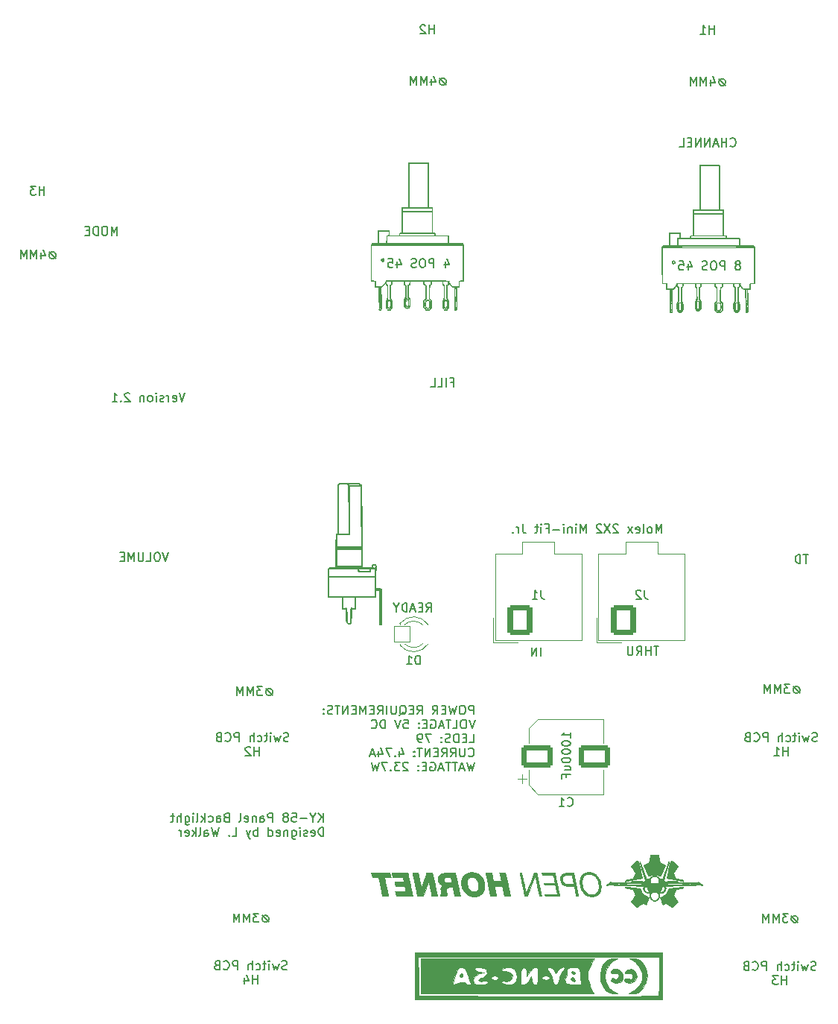
<source format=gbr>
%TF.GenerationSoftware,KiCad,Pcbnew,(6.0.9)*%
%TF.CreationDate,2023-01-06T21:17:29-09:00*%
%TF.ProjectId,KY-58 PANEL,4b592d35-3820-4504-914e-454c2e6b6963,rev?*%
%TF.SameCoordinates,Original*%
%TF.FileFunction,Legend,Bot*%
%TF.FilePolarity,Positive*%
%FSLAX46Y46*%
G04 Gerber Fmt 4.6, Leading zero omitted, Abs format (unit mm)*
G04 Created by KiCad (PCBNEW (6.0.9)) date 2023-01-06 21:17:29*
%MOMM*%
%LPD*%
G01*
G04 APERTURE LIST*
G04 Aperture macros list*
%AMRoundRect*
0 Rectangle with rounded corners*
0 $1 Rounding radius*
0 $2 $3 $4 $5 $6 $7 $8 $9 X,Y pos of 4 corners*
0 Add a 4 corners polygon primitive as box body*
4,1,4,$2,$3,$4,$5,$6,$7,$8,$9,$2,$3,0*
0 Add four circle primitives for the rounded corners*
1,1,$1+$1,$2,$3*
1,1,$1+$1,$4,$5*
1,1,$1+$1,$6,$7*
1,1,$1+$1,$8,$9*
0 Add four rect primitives between the rounded corners*
20,1,$1+$1,$2,$3,$4,$5,0*
20,1,$1+$1,$4,$5,$6,$7,0*
20,1,$1+$1,$6,$7,$8,$9,0*
20,1,$1+$1,$8,$9,$2,$3,0*%
G04 Aperture macros list end*
%ADD10C,0.150000*%
%ADD11C,0.120000*%
%ADD12C,0.010000*%
%ADD13C,3.300000*%
%ADD14C,2.481250*%
%ADD15C,7.640752*%
%ADD16RoundRect,0.050000X-0.900000X-0.900000X0.900000X-0.900000X0.900000X0.900000X-0.900000X0.900000X0*%
%ADD17C,1.900000*%
%ADD18RoundRect,0.300001X-1.099999X-1.399999X1.099999X-1.399999X1.099999X1.399999X-1.099999X1.399999X0*%
%ADD19O,2.800000X3.400000*%
%ADD20RoundRect,0.300000X-1.500000X-1.000000X1.500000X-1.000000X1.500000X1.000000X-1.500000X1.000000X0*%
G04 APERTURE END LIST*
D10*
X138004761Y-60660714D02*
X138004761Y-61327380D01*
X138242857Y-60279761D02*
X138480952Y-60994047D01*
X137861904Y-60994047D01*
X136719047Y-61327380D02*
X136719047Y-60327380D01*
X136338095Y-60327380D01*
X136242857Y-60375000D01*
X136195238Y-60422619D01*
X136147619Y-60517857D01*
X136147619Y-60660714D01*
X136195238Y-60755952D01*
X136242857Y-60803571D01*
X136338095Y-60851190D01*
X136719047Y-60851190D01*
X135528571Y-60327380D02*
X135338095Y-60327380D01*
X135242857Y-60375000D01*
X135147619Y-60470238D01*
X135100000Y-60660714D01*
X135100000Y-60994047D01*
X135147619Y-61184523D01*
X135242857Y-61279761D01*
X135338095Y-61327380D01*
X135528571Y-61327380D01*
X135623809Y-61279761D01*
X135719047Y-61184523D01*
X135766666Y-60994047D01*
X135766666Y-60660714D01*
X135719047Y-60470238D01*
X135623809Y-60375000D01*
X135528571Y-60327380D01*
X134719047Y-61279761D02*
X134576190Y-61327380D01*
X134338095Y-61327380D01*
X134242857Y-61279761D01*
X134195238Y-61232142D01*
X134147619Y-61136904D01*
X134147619Y-61041666D01*
X134195238Y-60946428D01*
X134242857Y-60898809D01*
X134338095Y-60851190D01*
X134528571Y-60803571D01*
X134623809Y-60755952D01*
X134671428Y-60708333D01*
X134719047Y-60613095D01*
X134719047Y-60517857D01*
X134671428Y-60422619D01*
X134623809Y-60375000D01*
X134528571Y-60327380D01*
X134290476Y-60327380D01*
X134147619Y-60375000D01*
X132528571Y-60660714D02*
X132528571Y-61327380D01*
X132766666Y-60279761D02*
X133004761Y-60994047D01*
X132385714Y-60994047D01*
X131528571Y-60327380D02*
X132004761Y-60327380D01*
X132052380Y-60803571D01*
X132004761Y-60755952D01*
X131909523Y-60708333D01*
X131671428Y-60708333D01*
X131576190Y-60755952D01*
X131528571Y-60803571D01*
X131480952Y-60898809D01*
X131480952Y-61136904D01*
X131528571Y-61232142D01*
X131576190Y-61279761D01*
X131671428Y-61327380D01*
X131909523Y-61327380D01*
X132004761Y-61279761D01*
X132052380Y-61232142D01*
X130909523Y-60327380D02*
X131004761Y-60375000D01*
X131052380Y-60470238D01*
X131004761Y-60565476D01*
X130909523Y-60613095D01*
X130814285Y-60565476D01*
X130766666Y-60470238D01*
X130814285Y-60375000D01*
X130909523Y-60327380D01*
X124164404Y-124322380D02*
X124164404Y-123322380D01*
X123592976Y-124322380D02*
X124021547Y-123750952D01*
X123592976Y-123322380D02*
X124164404Y-123893809D01*
X122973928Y-123846190D02*
X122973928Y-124322380D01*
X123307261Y-123322380D02*
X122973928Y-123846190D01*
X122640595Y-123322380D01*
X122307261Y-123941428D02*
X121545357Y-123941428D01*
X120592976Y-123322380D02*
X121069166Y-123322380D01*
X121116785Y-123798571D01*
X121069166Y-123750952D01*
X120973928Y-123703333D01*
X120735833Y-123703333D01*
X120640595Y-123750952D01*
X120592976Y-123798571D01*
X120545357Y-123893809D01*
X120545357Y-124131904D01*
X120592976Y-124227142D01*
X120640595Y-124274761D01*
X120735833Y-124322380D01*
X120973928Y-124322380D01*
X121069166Y-124274761D01*
X121116785Y-124227142D01*
X119973928Y-123750952D02*
X120069166Y-123703333D01*
X120116785Y-123655714D01*
X120164404Y-123560476D01*
X120164404Y-123512857D01*
X120116785Y-123417619D01*
X120069166Y-123370000D01*
X119973928Y-123322380D01*
X119783452Y-123322380D01*
X119688214Y-123370000D01*
X119640595Y-123417619D01*
X119592976Y-123512857D01*
X119592976Y-123560476D01*
X119640595Y-123655714D01*
X119688214Y-123703333D01*
X119783452Y-123750952D01*
X119973928Y-123750952D01*
X120069166Y-123798571D01*
X120116785Y-123846190D01*
X120164404Y-123941428D01*
X120164404Y-124131904D01*
X120116785Y-124227142D01*
X120069166Y-124274761D01*
X119973928Y-124322380D01*
X119783452Y-124322380D01*
X119688214Y-124274761D01*
X119640595Y-124227142D01*
X119592976Y-124131904D01*
X119592976Y-123941428D01*
X119640595Y-123846190D01*
X119688214Y-123798571D01*
X119783452Y-123750952D01*
X118402500Y-124322380D02*
X118402500Y-123322380D01*
X118021547Y-123322380D01*
X117926309Y-123370000D01*
X117878690Y-123417619D01*
X117831071Y-123512857D01*
X117831071Y-123655714D01*
X117878690Y-123750952D01*
X117926309Y-123798571D01*
X118021547Y-123846190D01*
X118402500Y-123846190D01*
X116973928Y-124322380D02*
X116973928Y-123798571D01*
X117021547Y-123703333D01*
X117116785Y-123655714D01*
X117307261Y-123655714D01*
X117402500Y-123703333D01*
X116973928Y-124274761D02*
X117069166Y-124322380D01*
X117307261Y-124322380D01*
X117402500Y-124274761D01*
X117450119Y-124179523D01*
X117450119Y-124084285D01*
X117402500Y-123989047D01*
X117307261Y-123941428D01*
X117069166Y-123941428D01*
X116973928Y-123893809D01*
X116497738Y-123655714D02*
X116497738Y-124322380D01*
X116497738Y-123750952D02*
X116450119Y-123703333D01*
X116354880Y-123655714D01*
X116212023Y-123655714D01*
X116116785Y-123703333D01*
X116069166Y-123798571D01*
X116069166Y-124322380D01*
X115212023Y-124274761D02*
X115307261Y-124322380D01*
X115497738Y-124322380D01*
X115592976Y-124274761D01*
X115640595Y-124179523D01*
X115640595Y-123798571D01*
X115592976Y-123703333D01*
X115497738Y-123655714D01*
X115307261Y-123655714D01*
X115212023Y-123703333D01*
X115164404Y-123798571D01*
X115164404Y-123893809D01*
X115640595Y-123989047D01*
X114592976Y-124322380D02*
X114688214Y-124274761D01*
X114735833Y-124179523D01*
X114735833Y-123322380D01*
X113116785Y-123798571D02*
X112973928Y-123846190D01*
X112926309Y-123893809D01*
X112878690Y-123989047D01*
X112878690Y-124131904D01*
X112926309Y-124227142D01*
X112973928Y-124274761D01*
X113069166Y-124322380D01*
X113450119Y-124322380D01*
X113450119Y-123322380D01*
X113116785Y-123322380D01*
X113021547Y-123370000D01*
X112973928Y-123417619D01*
X112926309Y-123512857D01*
X112926309Y-123608095D01*
X112973928Y-123703333D01*
X113021547Y-123750952D01*
X113116785Y-123798571D01*
X113450119Y-123798571D01*
X112021547Y-124322380D02*
X112021547Y-123798571D01*
X112069166Y-123703333D01*
X112164404Y-123655714D01*
X112354880Y-123655714D01*
X112450119Y-123703333D01*
X112021547Y-124274761D02*
X112116785Y-124322380D01*
X112354880Y-124322380D01*
X112450119Y-124274761D01*
X112497738Y-124179523D01*
X112497738Y-124084285D01*
X112450119Y-123989047D01*
X112354880Y-123941428D01*
X112116785Y-123941428D01*
X112021547Y-123893809D01*
X111116785Y-124274761D02*
X111212023Y-124322380D01*
X111402500Y-124322380D01*
X111497738Y-124274761D01*
X111545357Y-124227142D01*
X111592976Y-124131904D01*
X111592976Y-123846190D01*
X111545357Y-123750952D01*
X111497738Y-123703333D01*
X111402500Y-123655714D01*
X111212023Y-123655714D01*
X111116785Y-123703333D01*
X110688214Y-124322380D02*
X110688214Y-123322380D01*
X110592976Y-123941428D02*
X110307261Y-124322380D01*
X110307261Y-123655714D02*
X110688214Y-124036666D01*
X109735833Y-124322380D02*
X109831071Y-124274761D01*
X109878690Y-124179523D01*
X109878690Y-123322380D01*
X109354880Y-124322380D02*
X109354880Y-123655714D01*
X109354880Y-123322380D02*
X109402500Y-123370000D01*
X109354880Y-123417619D01*
X109307261Y-123370000D01*
X109354880Y-123322380D01*
X109354880Y-123417619D01*
X108450119Y-123655714D02*
X108450119Y-124465238D01*
X108497738Y-124560476D01*
X108545357Y-124608095D01*
X108640595Y-124655714D01*
X108783452Y-124655714D01*
X108878690Y-124608095D01*
X108450119Y-124274761D02*
X108545357Y-124322380D01*
X108735833Y-124322380D01*
X108831071Y-124274761D01*
X108878690Y-124227142D01*
X108926309Y-124131904D01*
X108926309Y-123846190D01*
X108878690Y-123750952D01*
X108831071Y-123703333D01*
X108735833Y-123655714D01*
X108545357Y-123655714D01*
X108450119Y-123703333D01*
X107973928Y-124322380D02*
X107973928Y-123322380D01*
X107545357Y-124322380D02*
X107545357Y-123798571D01*
X107592976Y-123703333D01*
X107688214Y-123655714D01*
X107831071Y-123655714D01*
X107926309Y-123703333D01*
X107973928Y-123750952D01*
X107212023Y-123655714D02*
X106831071Y-123655714D01*
X107069166Y-123322380D02*
X107069166Y-124179523D01*
X107021547Y-124274761D01*
X106926309Y-124322380D01*
X106831071Y-124322380D01*
X124164404Y-125932380D02*
X124164404Y-124932380D01*
X123926309Y-124932380D01*
X123783452Y-124980000D01*
X123688214Y-125075238D01*
X123640595Y-125170476D01*
X123592976Y-125360952D01*
X123592976Y-125503809D01*
X123640595Y-125694285D01*
X123688214Y-125789523D01*
X123783452Y-125884761D01*
X123926309Y-125932380D01*
X124164404Y-125932380D01*
X122783452Y-125884761D02*
X122878690Y-125932380D01*
X123069166Y-125932380D01*
X123164404Y-125884761D01*
X123212023Y-125789523D01*
X123212023Y-125408571D01*
X123164404Y-125313333D01*
X123069166Y-125265714D01*
X122878690Y-125265714D01*
X122783452Y-125313333D01*
X122735833Y-125408571D01*
X122735833Y-125503809D01*
X123212023Y-125599047D01*
X122354880Y-125884761D02*
X122259642Y-125932380D01*
X122069166Y-125932380D01*
X121973928Y-125884761D01*
X121926309Y-125789523D01*
X121926309Y-125741904D01*
X121973928Y-125646666D01*
X122069166Y-125599047D01*
X122212023Y-125599047D01*
X122307261Y-125551428D01*
X122354880Y-125456190D01*
X122354880Y-125408571D01*
X122307261Y-125313333D01*
X122212023Y-125265714D01*
X122069166Y-125265714D01*
X121973928Y-125313333D01*
X121497738Y-125932380D02*
X121497738Y-125265714D01*
X121497738Y-124932380D02*
X121545357Y-124980000D01*
X121497738Y-125027619D01*
X121450119Y-124980000D01*
X121497738Y-124932380D01*
X121497738Y-125027619D01*
X120592976Y-125265714D02*
X120592976Y-126075238D01*
X120640595Y-126170476D01*
X120688214Y-126218095D01*
X120783452Y-126265714D01*
X120926309Y-126265714D01*
X121021547Y-126218095D01*
X120592976Y-125884761D02*
X120688214Y-125932380D01*
X120878690Y-125932380D01*
X120973928Y-125884761D01*
X121021547Y-125837142D01*
X121069166Y-125741904D01*
X121069166Y-125456190D01*
X121021547Y-125360952D01*
X120973928Y-125313333D01*
X120878690Y-125265714D01*
X120688214Y-125265714D01*
X120592976Y-125313333D01*
X120116785Y-125265714D02*
X120116785Y-125932380D01*
X120116785Y-125360952D02*
X120069166Y-125313333D01*
X119973928Y-125265714D01*
X119831071Y-125265714D01*
X119735833Y-125313333D01*
X119688214Y-125408571D01*
X119688214Y-125932380D01*
X118831071Y-125884761D02*
X118926309Y-125932380D01*
X119116785Y-125932380D01*
X119212023Y-125884761D01*
X119259642Y-125789523D01*
X119259642Y-125408571D01*
X119212023Y-125313333D01*
X119116785Y-125265714D01*
X118926309Y-125265714D01*
X118831071Y-125313333D01*
X118783452Y-125408571D01*
X118783452Y-125503809D01*
X119259642Y-125599047D01*
X117926309Y-125932380D02*
X117926309Y-124932380D01*
X117926309Y-125884761D02*
X118021547Y-125932380D01*
X118212023Y-125932380D01*
X118307261Y-125884761D01*
X118354880Y-125837142D01*
X118402500Y-125741904D01*
X118402500Y-125456190D01*
X118354880Y-125360952D01*
X118307261Y-125313333D01*
X118212023Y-125265714D01*
X118021547Y-125265714D01*
X117926309Y-125313333D01*
X116688214Y-125932380D02*
X116688214Y-124932380D01*
X116688214Y-125313333D02*
X116592976Y-125265714D01*
X116402500Y-125265714D01*
X116307261Y-125313333D01*
X116259642Y-125360952D01*
X116212023Y-125456190D01*
X116212023Y-125741904D01*
X116259642Y-125837142D01*
X116307261Y-125884761D01*
X116402500Y-125932380D01*
X116592976Y-125932380D01*
X116688214Y-125884761D01*
X115878690Y-125265714D02*
X115640595Y-125932380D01*
X115402500Y-125265714D02*
X115640595Y-125932380D01*
X115735833Y-126170476D01*
X115783452Y-126218095D01*
X115878690Y-126265714D01*
X113783452Y-125932380D02*
X114259642Y-125932380D01*
X114259642Y-124932380D01*
X113450119Y-125837142D02*
X113402500Y-125884761D01*
X113450119Y-125932380D01*
X113497738Y-125884761D01*
X113450119Y-125837142D01*
X113450119Y-125932380D01*
X112307261Y-124932380D02*
X112069166Y-125932380D01*
X111878690Y-125218095D01*
X111688214Y-125932380D01*
X111450119Y-124932380D01*
X110640595Y-125932380D02*
X110640595Y-125408571D01*
X110688214Y-125313333D01*
X110783452Y-125265714D01*
X110973928Y-125265714D01*
X111069166Y-125313333D01*
X110640595Y-125884761D02*
X110735833Y-125932380D01*
X110973928Y-125932380D01*
X111069166Y-125884761D01*
X111116785Y-125789523D01*
X111116785Y-125694285D01*
X111069166Y-125599047D01*
X110973928Y-125551428D01*
X110735833Y-125551428D01*
X110640595Y-125503809D01*
X110021547Y-125932380D02*
X110116785Y-125884761D01*
X110164404Y-125789523D01*
X110164404Y-124932380D01*
X109640595Y-125932380D02*
X109640595Y-124932380D01*
X109545357Y-125551428D02*
X109259642Y-125932380D01*
X109259642Y-125265714D02*
X109640595Y-125646666D01*
X108450119Y-125884761D02*
X108545357Y-125932380D01*
X108735833Y-125932380D01*
X108831071Y-125884761D01*
X108878690Y-125789523D01*
X108878690Y-125408571D01*
X108831071Y-125313333D01*
X108735833Y-125265714D01*
X108545357Y-125265714D01*
X108450119Y-125313333D01*
X108402500Y-125408571D01*
X108402500Y-125503809D01*
X108878690Y-125599047D01*
X107973928Y-125932380D02*
X107973928Y-125265714D01*
X107973928Y-125456190D02*
X107926309Y-125360952D01*
X107878690Y-125313333D01*
X107783452Y-125265714D01*
X107688214Y-125265714D01*
X117664285Y-134940476D02*
X117473809Y-134940476D01*
X117283333Y-135035714D01*
X117188095Y-135226190D01*
X117188095Y-135416666D01*
X117283333Y-135607142D01*
X117473809Y-135702380D01*
X117664285Y-135702380D01*
X117854761Y-135607142D01*
X117950000Y-135416666D01*
X117950000Y-135226190D01*
X117854761Y-135035714D01*
X117664285Y-134940476D01*
X117188095Y-134940476D02*
X117950000Y-135702380D01*
X116807142Y-134702380D02*
X116188095Y-134702380D01*
X116521428Y-135083333D01*
X116378571Y-135083333D01*
X116283333Y-135130952D01*
X116235714Y-135178571D01*
X116188095Y-135273809D01*
X116188095Y-135511904D01*
X116235714Y-135607142D01*
X116283333Y-135654761D01*
X116378571Y-135702380D01*
X116664285Y-135702380D01*
X116759523Y-135654761D01*
X116807142Y-135607142D01*
X115759523Y-135702380D02*
X115759523Y-134702380D01*
X115426190Y-135416666D01*
X115092857Y-134702380D01*
X115092857Y-135702380D01*
X114616666Y-135702380D02*
X114616666Y-134702380D01*
X114283333Y-135416666D01*
X113950000Y-134702380D01*
X113950000Y-135702380D01*
X120205638Y-115131161D02*
X120062780Y-115178780D01*
X119824685Y-115178780D01*
X119729447Y-115131161D01*
X119681828Y-115083542D01*
X119634209Y-114988304D01*
X119634209Y-114893066D01*
X119681828Y-114797828D01*
X119729447Y-114750209D01*
X119824685Y-114702590D01*
X120015161Y-114654971D01*
X120110400Y-114607352D01*
X120158019Y-114559733D01*
X120205638Y-114464495D01*
X120205638Y-114369257D01*
X120158019Y-114274019D01*
X120110400Y-114226400D01*
X120015161Y-114178780D01*
X119777066Y-114178780D01*
X119634209Y-114226400D01*
X119300876Y-114512114D02*
X119110400Y-115178780D01*
X118919923Y-114702590D01*
X118729447Y-115178780D01*
X118538971Y-114512114D01*
X118158019Y-115178780D02*
X118158019Y-114512114D01*
X118158019Y-114178780D02*
X118205638Y-114226400D01*
X118158019Y-114274019D01*
X118110400Y-114226400D01*
X118158019Y-114178780D01*
X118158019Y-114274019D01*
X117824685Y-114512114D02*
X117443733Y-114512114D01*
X117681828Y-114178780D02*
X117681828Y-115035923D01*
X117634209Y-115131161D01*
X117538971Y-115178780D01*
X117443733Y-115178780D01*
X116681828Y-115131161D02*
X116777066Y-115178780D01*
X116967542Y-115178780D01*
X117062780Y-115131161D01*
X117110400Y-115083542D01*
X117158019Y-114988304D01*
X117158019Y-114702590D01*
X117110400Y-114607352D01*
X117062780Y-114559733D01*
X116967542Y-114512114D01*
X116777066Y-114512114D01*
X116681828Y-114559733D01*
X116253257Y-115178780D02*
X116253257Y-114178780D01*
X115824685Y-115178780D02*
X115824685Y-114654971D01*
X115872304Y-114559733D01*
X115967542Y-114512114D01*
X116110400Y-114512114D01*
X116205638Y-114559733D01*
X116253257Y-114607352D01*
X114586590Y-115178780D02*
X114586590Y-114178780D01*
X114205638Y-114178780D01*
X114110400Y-114226400D01*
X114062780Y-114274019D01*
X114015161Y-114369257D01*
X114015161Y-114512114D01*
X114062780Y-114607352D01*
X114110400Y-114654971D01*
X114205638Y-114702590D01*
X114586590Y-114702590D01*
X113015161Y-115083542D02*
X113062780Y-115131161D01*
X113205638Y-115178780D01*
X113300876Y-115178780D01*
X113443733Y-115131161D01*
X113538971Y-115035923D01*
X113586590Y-114940685D01*
X113634209Y-114750209D01*
X113634209Y-114607352D01*
X113586590Y-114416876D01*
X113538971Y-114321638D01*
X113443733Y-114226400D01*
X113300876Y-114178780D01*
X113205638Y-114178780D01*
X113062780Y-114226400D01*
X113015161Y-114274019D01*
X112253257Y-114654971D02*
X112110400Y-114702590D01*
X112062780Y-114750209D01*
X112015161Y-114845447D01*
X112015161Y-114988304D01*
X112062780Y-115083542D01*
X112110400Y-115131161D01*
X112205638Y-115178780D01*
X112586590Y-115178780D01*
X112586590Y-114178780D01*
X112253257Y-114178780D01*
X112158019Y-114226400D01*
X112110400Y-114274019D01*
X112062780Y-114369257D01*
X112062780Y-114464495D01*
X112110400Y-114559733D01*
X112158019Y-114607352D01*
X112253257Y-114654971D01*
X112586590Y-114654971D01*
X116872304Y-116788780D02*
X116872304Y-115788780D01*
X116872304Y-116264971D02*
X116300876Y-116264971D01*
X116300876Y-116788780D02*
X116300876Y-115788780D01*
X115872304Y-115884019D02*
X115824685Y-115836400D01*
X115729447Y-115788780D01*
X115491352Y-115788780D01*
X115396114Y-115836400D01*
X115348495Y-115884019D01*
X115300876Y-115979257D01*
X115300876Y-116074495D01*
X115348495Y-116217352D01*
X115919923Y-116788780D01*
X115300876Y-116788780D01*
X93464285Y-59565476D02*
X93273809Y-59565476D01*
X93083333Y-59660714D01*
X92988095Y-59851190D01*
X92988095Y-60041666D01*
X93083333Y-60232142D01*
X93273809Y-60327380D01*
X93464285Y-60327380D01*
X93654761Y-60232142D01*
X93750000Y-60041666D01*
X93750000Y-59851190D01*
X93654761Y-59660714D01*
X93464285Y-59565476D01*
X92988095Y-59565476D02*
X93750000Y-60327380D01*
X92083333Y-59660714D02*
X92083333Y-60327380D01*
X92321428Y-59279761D02*
X92559523Y-59994047D01*
X91940476Y-59994047D01*
X91559523Y-60327380D02*
X91559523Y-59327380D01*
X91226190Y-60041666D01*
X90892857Y-59327380D01*
X90892857Y-60327380D01*
X90416666Y-60327380D02*
X90416666Y-59327380D01*
X90083333Y-60041666D01*
X89750000Y-59327380D01*
X89750000Y-60327380D01*
X141239404Y-112082380D02*
X141239404Y-111082380D01*
X140858452Y-111082380D01*
X140763214Y-111130000D01*
X140715595Y-111177619D01*
X140667976Y-111272857D01*
X140667976Y-111415714D01*
X140715595Y-111510952D01*
X140763214Y-111558571D01*
X140858452Y-111606190D01*
X141239404Y-111606190D01*
X140048928Y-111082380D02*
X139858452Y-111082380D01*
X139763214Y-111130000D01*
X139667976Y-111225238D01*
X139620357Y-111415714D01*
X139620357Y-111749047D01*
X139667976Y-111939523D01*
X139763214Y-112034761D01*
X139858452Y-112082380D01*
X140048928Y-112082380D01*
X140144166Y-112034761D01*
X140239404Y-111939523D01*
X140287023Y-111749047D01*
X140287023Y-111415714D01*
X140239404Y-111225238D01*
X140144166Y-111130000D01*
X140048928Y-111082380D01*
X139287023Y-111082380D02*
X139048928Y-112082380D01*
X138858452Y-111368095D01*
X138667976Y-112082380D01*
X138429880Y-111082380D01*
X138048928Y-111558571D02*
X137715595Y-111558571D01*
X137572738Y-112082380D02*
X138048928Y-112082380D01*
X138048928Y-111082380D01*
X137572738Y-111082380D01*
X136572738Y-112082380D02*
X136906071Y-111606190D01*
X137144166Y-112082380D02*
X137144166Y-111082380D01*
X136763214Y-111082380D01*
X136667976Y-111130000D01*
X136620357Y-111177619D01*
X136572738Y-111272857D01*
X136572738Y-111415714D01*
X136620357Y-111510952D01*
X136667976Y-111558571D01*
X136763214Y-111606190D01*
X137144166Y-111606190D01*
X134810833Y-112082380D02*
X135144166Y-111606190D01*
X135382261Y-112082380D02*
X135382261Y-111082380D01*
X135001309Y-111082380D01*
X134906071Y-111130000D01*
X134858452Y-111177619D01*
X134810833Y-111272857D01*
X134810833Y-111415714D01*
X134858452Y-111510952D01*
X134906071Y-111558571D01*
X135001309Y-111606190D01*
X135382261Y-111606190D01*
X134382261Y-111558571D02*
X134048928Y-111558571D01*
X133906071Y-112082380D02*
X134382261Y-112082380D01*
X134382261Y-111082380D01*
X133906071Y-111082380D01*
X132810833Y-112177619D02*
X132906071Y-112130000D01*
X133001309Y-112034761D01*
X133144166Y-111891904D01*
X133239404Y-111844285D01*
X133334642Y-111844285D01*
X133287023Y-112082380D02*
X133382261Y-112034761D01*
X133477500Y-111939523D01*
X133525119Y-111749047D01*
X133525119Y-111415714D01*
X133477500Y-111225238D01*
X133382261Y-111130000D01*
X133287023Y-111082380D01*
X133096547Y-111082380D01*
X133001309Y-111130000D01*
X132906071Y-111225238D01*
X132858452Y-111415714D01*
X132858452Y-111749047D01*
X132906071Y-111939523D01*
X133001309Y-112034761D01*
X133096547Y-112082380D01*
X133287023Y-112082380D01*
X132429880Y-111082380D02*
X132429880Y-111891904D01*
X132382261Y-111987142D01*
X132334642Y-112034761D01*
X132239404Y-112082380D01*
X132048928Y-112082380D01*
X131953690Y-112034761D01*
X131906071Y-111987142D01*
X131858452Y-111891904D01*
X131858452Y-111082380D01*
X131382261Y-112082380D02*
X131382261Y-111082380D01*
X130334642Y-112082380D02*
X130667976Y-111606190D01*
X130906071Y-112082380D02*
X130906071Y-111082380D01*
X130525119Y-111082380D01*
X130429880Y-111130000D01*
X130382261Y-111177619D01*
X130334642Y-111272857D01*
X130334642Y-111415714D01*
X130382261Y-111510952D01*
X130429880Y-111558571D01*
X130525119Y-111606190D01*
X130906071Y-111606190D01*
X129906071Y-111558571D02*
X129572738Y-111558571D01*
X129429880Y-112082380D02*
X129906071Y-112082380D01*
X129906071Y-111082380D01*
X129429880Y-111082380D01*
X129001309Y-112082380D02*
X129001309Y-111082380D01*
X128667976Y-111796666D01*
X128334642Y-111082380D01*
X128334642Y-112082380D01*
X127858452Y-111558571D02*
X127525119Y-111558571D01*
X127382261Y-112082380D02*
X127858452Y-112082380D01*
X127858452Y-111082380D01*
X127382261Y-111082380D01*
X126953690Y-112082380D02*
X126953690Y-111082380D01*
X126382261Y-112082380D01*
X126382261Y-111082380D01*
X126048928Y-111082380D02*
X125477500Y-111082380D01*
X125763214Y-112082380D02*
X125763214Y-111082380D01*
X125191785Y-112034761D02*
X125048928Y-112082380D01*
X124810833Y-112082380D01*
X124715595Y-112034761D01*
X124667976Y-111987142D01*
X124620357Y-111891904D01*
X124620357Y-111796666D01*
X124667976Y-111701428D01*
X124715595Y-111653809D01*
X124810833Y-111606190D01*
X125001309Y-111558571D01*
X125096547Y-111510952D01*
X125144166Y-111463333D01*
X125191785Y-111368095D01*
X125191785Y-111272857D01*
X125144166Y-111177619D01*
X125096547Y-111130000D01*
X125001309Y-111082380D01*
X124763214Y-111082380D01*
X124620357Y-111130000D01*
X124191785Y-111987142D02*
X124144166Y-112034761D01*
X124191785Y-112082380D01*
X124239404Y-112034761D01*
X124191785Y-111987142D01*
X124191785Y-112082380D01*
X124191785Y-111463333D02*
X124144166Y-111510952D01*
X124191785Y-111558571D01*
X124239404Y-111510952D01*
X124191785Y-111463333D01*
X124191785Y-111558571D01*
X141382261Y-112692380D02*
X141048928Y-113692380D01*
X140715595Y-112692380D01*
X140191785Y-112692380D02*
X140001309Y-112692380D01*
X139906071Y-112740000D01*
X139810833Y-112835238D01*
X139763214Y-113025714D01*
X139763214Y-113359047D01*
X139810833Y-113549523D01*
X139906071Y-113644761D01*
X140001309Y-113692380D01*
X140191785Y-113692380D01*
X140287023Y-113644761D01*
X140382261Y-113549523D01*
X140429880Y-113359047D01*
X140429880Y-113025714D01*
X140382261Y-112835238D01*
X140287023Y-112740000D01*
X140191785Y-112692380D01*
X138858452Y-113692380D02*
X139334642Y-113692380D01*
X139334642Y-112692380D01*
X138667976Y-112692380D02*
X138096547Y-112692380D01*
X138382261Y-113692380D02*
X138382261Y-112692380D01*
X137810833Y-113406666D02*
X137334642Y-113406666D01*
X137906071Y-113692380D02*
X137572738Y-112692380D01*
X137239404Y-113692380D01*
X136382261Y-112740000D02*
X136477500Y-112692380D01*
X136620357Y-112692380D01*
X136763214Y-112740000D01*
X136858452Y-112835238D01*
X136906071Y-112930476D01*
X136953690Y-113120952D01*
X136953690Y-113263809D01*
X136906071Y-113454285D01*
X136858452Y-113549523D01*
X136763214Y-113644761D01*
X136620357Y-113692380D01*
X136525119Y-113692380D01*
X136382261Y-113644761D01*
X136334642Y-113597142D01*
X136334642Y-113263809D01*
X136525119Y-113263809D01*
X135906071Y-113168571D02*
X135572738Y-113168571D01*
X135429880Y-113692380D02*
X135906071Y-113692380D01*
X135906071Y-112692380D01*
X135429880Y-112692380D01*
X135001309Y-113597142D02*
X134953690Y-113644761D01*
X135001309Y-113692380D01*
X135048928Y-113644761D01*
X135001309Y-113597142D01*
X135001309Y-113692380D01*
X135001309Y-113073333D02*
X134953690Y-113120952D01*
X135001309Y-113168571D01*
X135048928Y-113120952D01*
X135001309Y-113073333D01*
X135001309Y-113168571D01*
X133287023Y-112692380D02*
X133763214Y-112692380D01*
X133810833Y-113168571D01*
X133763214Y-113120952D01*
X133667976Y-113073333D01*
X133429880Y-113073333D01*
X133334642Y-113120952D01*
X133287023Y-113168571D01*
X133239404Y-113263809D01*
X133239404Y-113501904D01*
X133287023Y-113597142D01*
X133334642Y-113644761D01*
X133429880Y-113692380D01*
X133667976Y-113692380D01*
X133763214Y-113644761D01*
X133810833Y-113597142D01*
X132953690Y-112692380D02*
X132620357Y-113692380D01*
X132287023Y-112692380D01*
X131191785Y-113692380D02*
X131191785Y-112692380D01*
X130953690Y-112692380D01*
X130810833Y-112740000D01*
X130715595Y-112835238D01*
X130667976Y-112930476D01*
X130620357Y-113120952D01*
X130620357Y-113263809D01*
X130667976Y-113454285D01*
X130715595Y-113549523D01*
X130810833Y-113644761D01*
X130953690Y-113692380D01*
X131191785Y-113692380D01*
X129620357Y-113597142D02*
X129667976Y-113644761D01*
X129810833Y-113692380D01*
X129906071Y-113692380D01*
X130048928Y-113644761D01*
X130144166Y-113549523D01*
X130191785Y-113454285D01*
X130239404Y-113263809D01*
X130239404Y-113120952D01*
X130191785Y-112930476D01*
X130144166Y-112835238D01*
X130048928Y-112740000D01*
X129906071Y-112692380D01*
X129810833Y-112692380D01*
X129667976Y-112740000D01*
X129620357Y-112787619D01*
X140763214Y-115302380D02*
X141239404Y-115302380D01*
X141239404Y-114302380D01*
X140429880Y-114778571D02*
X140096547Y-114778571D01*
X139953690Y-115302380D02*
X140429880Y-115302380D01*
X140429880Y-114302380D01*
X139953690Y-114302380D01*
X139525119Y-115302380D02*
X139525119Y-114302380D01*
X139287023Y-114302380D01*
X139144166Y-114350000D01*
X139048928Y-114445238D01*
X139001309Y-114540476D01*
X138953690Y-114730952D01*
X138953690Y-114873809D01*
X139001309Y-115064285D01*
X139048928Y-115159523D01*
X139144166Y-115254761D01*
X139287023Y-115302380D01*
X139525119Y-115302380D01*
X138572738Y-115254761D02*
X138429880Y-115302380D01*
X138191785Y-115302380D01*
X138096547Y-115254761D01*
X138048928Y-115207142D01*
X138001309Y-115111904D01*
X138001309Y-115016666D01*
X138048928Y-114921428D01*
X138096547Y-114873809D01*
X138191785Y-114826190D01*
X138382261Y-114778571D01*
X138477500Y-114730952D01*
X138525119Y-114683333D01*
X138572738Y-114588095D01*
X138572738Y-114492857D01*
X138525119Y-114397619D01*
X138477500Y-114350000D01*
X138382261Y-114302380D01*
X138144166Y-114302380D01*
X138001309Y-114350000D01*
X137572738Y-115207142D02*
X137525119Y-115254761D01*
X137572738Y-115302380D01*
X137620357Y-115254761D01*
X137572738Y-115207142D01*
X137572738Y-115302380D01*
X137572738Y-114683333D02*
X137525119Y-114730952D01*
X137572738Y-114778571D01*
X137620357Y-114730952D01*
X137572738Y-114683333D01*
X137572738Y-114778571D01*
X136429880Y-114302380D02*
X135763214Y-114302380D01*
X136191785Y-115302380D01*
X135334642Y-115302380D02*
X135144166Y-115302380D01*
X135048928Y-115254761D01*
X135001309Y-115207142D01*
X134906071Y-115064285D01*
X134858452Y-114873809D01*
X134858452Y-114492857D01*
X134906071Y-114397619D01*
X134953690Y-114350000D01*
X135048928Y-114302380D01*
X135239404Y-114302380D01*
X135334642Y-114350000D01*
X135382261Y-114397619D01*
X135429880Y-114492857D01*
X135429880Y-114730952D01*
X135382261Y-114826190D01*
X135334642Y-114873809D01*
X135239404Y-114921428D01*
X135048928Y-114921428D01*
X134953690Y-114873809D01*
X134906071Y-114826190D01*
X134858452Y-114730952D01*
X140667976Y-116817142D02*
X140715595Y-116864761D01*
X140858452Y-116912380D01*
X140953690Y-116912380D01*
X141096547Y-116864761D01*
X141191785Y-116769523D01*
X141239404Y-116674285D01*
X141287023Y-116483809D01*
X141287023Y-116340952D01*
X141239404Y-116150476D01*
X141191785Y-116055238D01*
X141096547Y-115960000D01*
X140953690Y-115912380D01*
X140858452Y-115912380D01*
X140715595Y-115960000D01*
X140667976Y-116007619D01*
X140239404Y-115912380D02*
X140239404Y-116721904D01*
X140191785Y-116817142D01*
X140144166Y-116864761D01*
X140048928Y-116912380D01*
X139858452Y-116912380D01*
X139763214Y-116864761D01*
X139715595Y-116817142D01*
X139667976Y-116721904D01*
X139667976Y-115912380D01*
X138620357Y-116912380D02*
X138953690Y-116436190D01*
X139191785Y-116912380D02*
X139191785Y-115912380D01*
X138810833Y-115912380D01*
X138715595Y-115960000D01*
X138667976Y-116007619D01*
X138620357Y-116102857D01*
X138620357Y-116245714D01*
X138667976Y-116340952D01*
X138715595Y-116388571D01*
X138810833Y-116436190D01*
X139191785Y-116436190D01*
X137620357Y-116912380D02*
X137953690Y-116436190D01*
X138191785Y-116912380D02*
X138191785Y-115912380D01*
X137810833Y-115912380D01*
X137715595Y-115960000D01*
X137667976Y-116007619D01*
X137620357Y-116102857D01*
X137620357Y-116245714D01*
X137667976Y-116340952D01*
X137715595Y-116388571D01*
X137810833Y-116436190D01*
X138191785Y-116436190D01*
X137191785Y-116388571D02*
X136858452Y-116388571D01*
X136715595Y-116912380D02*
X137191785Y-116912380D01*
X137191785Y-115912380D01*
X136715595Y-115912380D01*
X136287023Y-116912380D02*
X136287023Y-115912380D01*
X135715595Y-116912380D01*
X135715595Y-115912380D01*
X135382261Y-115912380D02*
X134810833Y-115912380D01*
X135096547Y-116912380D02*
X135096547Y-115912380D01*
X134477500Y-116817142D02*
X134429880Y-116864761D01*
X134477500Y-116912380D01*
X134525119Y-116864761D01*
X134477500Y-116817142D01*
X134477500Y-116912380D01*
X134477500Y-116293333D02*
X134429880Y-116340952D01*
X134477500Y-116388571D01*
X134525119Y-116340952D01*
X134477500Y-116293333D01*
X134477500Y-116388571D01*
X132810833Y-116245714D02*
X132810833Y-116912380D01*
X133048928Y-115864761D02*
X133287023Y-116579047D01*
X132667976Y-116579047D01*
X132287023Y-116817142D02*
X132239404Y-116864761D01*
X132287023Y-116912380D01*
X132334642Y-116864761D01*
X132287023Y-116817142D01*
X132287023Y-116912380D01*
X131906071Y-115912380D02*
X131239404Y-115912380D01*
X131667976Y-116912380D01*
X130429880Y-116245714D02*
X130429880Y-116912380D01*
X130667976Y-115864761D02*
X130906071Y-116579047D01*
X130287023Y-116579047D01*
X129953690Y-116626666D02*
X129477500Y-116626666D01*
X130048928Y-116912380D02*
X129715595Y-115912380D01*
X129382261Y-116912380D01*
X141334642Y-117522380D02*
X141096547Y-118522380D01*
X140906071Y-117808095D01*
X140715595Y-118522380D01*
X140477500Y-117522380D01*
X140144166Y-118236666D02*
X139667976Y-118236666D01*
X140239404Y-118522380D02*
X139906071Y-117522380D01*
X139572738Y-118522380D01*
X139382261Y-117522380D02*
X138810833Y-117522380D01*
X139096547Y-118522380D02*
X139096547Y-117522380D01*
X138620357Y-117522380D02*
X138048928Y-117522380D01*
X138334642Y-118522380D02*
X138334642Y-117522380D01*
X137763214Y-118236666D02*
X137287023Y-118236666D01*
X137858452Y-118522380D02*
X137525119Y-117522380D01*
X137191785Y-118522380D01*
X136334642Y-117570000D02*
X136429880Y-117522380D01*
X136572738Y-117522380D01*
X136715595Y-117570000D01*
X136810833Y-117665238D01*
X136858452Y-117760476D01*
X136906071Y-117950952D01*
X136906071Y-118093809D01*
X136858452Y-118284285D01*
X136810833Y-118379523D01*
X136715595Y-118474761D01*
X136572738Y-118522380D01*
X136477500Y-118522380D01*
X136334642Y-118474761D01*
X136287023Y-118427142D01*
X136287023Y-118093809D01*
X136477500Y-118093809D01*
X135858452Y-117998571D02*
X135525119Y-117998571D01*
X135382261Y-118522380D02*
X135858452Y-118522380D01*
X135858452Y-117522380D01*
X135382261Y-117522380D01*
X134953690Y-118427142D02*
X134906071Y-118474761D01*
X134953690Y-118522380D01*
X135001309Y-118474761D01*
X134953690Y-118427142D01*
X134953690Y-118522380D01*
X134953690Y-117903333D02*
X134906071Y-117950952D01*
X134953690Y-117998571D01*
X135001309Y-117950952D01*
X134953690Y-117903333D01*
X134953690Y-117998571D01*
X133763214Y-117617619D02*
X133715595Y-117570000D01*
X133620357Y-117522380D01*
X133382261Y-117522380D01*
X133287023Y-117570000D01*
X133239404Y-117617619D01*
X133191785Y-117712857D01*
X133191785Y-117808095D01*
X133239404Y-117950952D01*
X133810833Y-118522380D01*
X133191785Y-118522380D01*
X132858452Y-117522380D02*
X132239404Y-117522380D01*
X132572738Y-117903333D01*
X132429880Y-117903333D01*
X132334642Y-117950952D01*
X132287023Y-117998571D01*
X132239404Y-118093809D01*
X132239404Y-118331904D01*
X132287023Y-118427142D01*
X132334642Y-118474761D01*
X132429880Y-118522380D01*
X132715595Y-118522380D01*
X132810833Y-118474761D01*
X132858452Y-118427142D01*
X131810833Y-118427142D02*
X131763214Y-118474761D01*
X131810833Y-118522380D01*
X131858452Y-118474761D01*
X131810833Y-118427142D01*
X131810833Y-118522380D01*
X131429880Y-117522380D02*
X130763214Y-117522380D01*
X131191785Y-118522380D01*
X130477500Y-117522380D02*
X130239404Y-118522380D01*
X130048928Y-117808095D01*
X129858452Y-118522380D01*
X129620357Y-117522380D01*
X178016885Y-108925076D02*
X177826409Y-108925076D01*
X177635933Y-109020314D01*
X177540695Y-109210790D01*
X177540695Y-109401266D01*
X177635933Y-109591742D01*
X177826409Y-109686980D01*
X178016885Y-109686980D01*
X178207361Y-109591742D01*
X178302600Y-109401266D01*
X178302600Y-109210790D01*
X178207361Y-109020314D01*
X178016885Y-108925076D01*
X177540695Y-108925076D02*
X178302600Y-109686980D01*
X177159742Y-108686980D02*
X176540695Y-108686980D01*
X176874028Y-109067933D01*
X176731171Y-109067933D01*
X176635933Y-109115552D01*
X176588314Y-109163171D01*
X176540695Y-109258409D01*
X176540695Y-109496504D01*
X176588314Y-109591742D01*
X176635933Y-109639361D01*
X176731171Y-109686980D01*
X177016885Y-109686980D01*
X177112123Y-109639361D01*
X177159742Y-109591742D01*
X176112123Y-109686980D02*
X176112123Y-108686980D01*
X175778790Y-109401266D01*
X175445457Y-108686980D01*
X175445457Y-109686980D01*
X174969266Y-109686980D02*
X174969266Y-108686980D01*
X174635933Y-109401266D01*
X174302600Y-108686980D01*
X174302600Y-109686980D01*
X106559523Y-93702380D02*
X106226190Y-94702380D01*
X105892857Y-93702380D01*
X105369047Y-93702380D02*
X105178571Y-93702380D01*
X105083333Y-93750000D01*
X104988095Y-93845238D01*
X104940476Y-94035714D01*
X104940476Y-94369047D01*
X104988095Y-94559523D01*
X105083333Y-94654761D01*
X105178571Y-94702380D01*
X105369047Y-94702380D01*
X105464285Y-94654761D01*
X105559523Y-94559523D01*
X105607142Y-94369047D01*
X105607142Y-94035714D01*
X105559523Y-93845238D01*
X105464285Y-93750000D01*
X105369047Y-93702380D01*
X104035714Y-94702380D02*
X104511904Y-94702380D01*
X104511904Y-93702380D01*
X103702380Y-93702380D02*
X103702380Y-94511904D01*
X103654761Y-94607142D01*
X103607142Y-94654761D01*
X103511904Y-94702380D01*
X103321428Y-94702380D01*
X103226190Y-94654761D01*
X103178571Y-94607142D01*
X103130952Y-94511904D01*
X103130952Y-93702380D01*
X102654761Y-94702380D02*
X102654761Y-93702380D01*
X102321428Y-94416666D01*
X101988095Y-93702380D01*
X101988095Y-94702380D01*
X101511904Y-94178571D02*
X101178571Y-94178571D01*
X101035714Y-94702380D02*
X101511904Y-94702380D01*
X101511904Y-93702380D01*
X101035714Y-93702380D01*
X100734523Y-57652380D02*
X100734523Y-56652380D01*
X100401190Y-57366666D01*
X100067857Y-56652380D01*
X100067857Y-57652380D01*
X99401190Y-56652380D02*
X99210714Y-56652380D01*
X99115476Y-56700000D01*
X99020238Y-56795238D01*
X98972619Y-56985714D01*
X98972619Y-57319047D01*
X99020238Y-57509523D01*
X99115476Y-57604761D01*
X99210714Y-57652380D01*
X99401190Y-57652380D01*
X99496428Y-57604761D01*
X99591666Y-57509523D01*
X99639285Y-57319047D01*
X99639285Y-56985714D01*
X99591666Y-56795238D01*
X99496428Y-56700000D01*
X99401190Y-56652380D01*
X98544047Y-57652380D02*
X98544047Y-56652380D01*
X98305952Y-56652380D01*
X98163095Y-56700000D01*
X98067857Y-56795238D01*
X98020238Y-56890476D01*
X97972619Y-57080952D01*
X97972619Y-57223809D01*
X98020238Y-57414285D01*
X98067857Y-57509523D01*
X98163095Y-57604761D01*
X98305952Y-57652380D01*
X98544047Y-57652380D01*
X97544047Y-57128571D02*
X97210714Y-57128571D01*
X97067857Y-57652380D02*
X97544047Y-57652380D01*
X97544047Y-56652380D01*
X97067857Y-56652380D01*
X180296238Y-115133561D02*
X180153380Y-115181180D01*
X179915285Y-115181180D01*
X179820047Y-115133561D01*
X179772428Y-115085942D01*
X179724809Y-114990704D01*
X179724809Y-114895466D01*
X179772428Y-114800228D01*
X179820047Y-114752609D01*
X179915285Y-114704990D01*
X180105761Y-114657371D01*
X180201000Y-114609752D01*
X180248619Y-114562133D01*
X180296238Y-114466895D01*
X180296238Y-114371657D01*
X180248619Y-114276419D01*
X180201000Y-114228800D01*
X180105761Y-114181180D01*
X179867666Y-114181180D01*
X179724809Y-114228800D01*
X179391476Y-114514514D02*
X179201000Y-115181180D01*
X179010523Y-114704990D01*
X178820047Y-115181180D01*
X178629571Y-114514514D01*
X178248619Y-115181180D02*
X178248619Y-114514514D01*
X178248619Y-114181180D02*
X178296238Y-114228800D01*
X178248619Y-114276419D01*
X178201000Y-114228800D01*
X178248619Y-114181180D01*
X178248619Y-114276419D01*
X177915285Y-114514514D02*
X177534333Y-114514514D01*
X177772428Y-114181180D02*
X177772428Y-115038323D01*
X177724809Y-115133561D01*
X177629571Y-115181180D01*
X177534333Y-115181180D01*
X176772428Y-115133561D02*
X176867666Y-115181180D01*
X177058142Y-115181180D01*
X177153380Y-115133561D01*
X177201000Y-115085942D01*
X177248619Y-114990704D01*
X177248619Y-114704990D01*
X177201000Y-114609752D01*
X177153380Y-114562133D01*
X177058142Y-114514514D01*
X176867666Y-114514514D01*
X176772428Y-114562133D01*
X176343857Y-115181180D02*
X176343857Y-114181180D01*
X175915285Y-115181180D02*
X175915285Y-114657371D01*
X175962904Y-114562133D01*
X176058142Y-114514514D01*
X176201000Y-114514514D01*
X176296238Y-114562133D01*
X176343857Y-114609752D01*
X174677190Y-115181180D02*
X174677190Y-114181180D01*
X174296238Y-114181180D01*
X174201000Y-114228800D01*
X174153380Y-114276419D01*
X174105761Y-114371657D01*
X174105761Y-114514514D01*
X174153380Y-114609752D01*
X174201000Y-114657371D01*
X174296238Y-114704990D01*
X174677190Y-114704990D01*
X173105761Y-115085942D02*
X173153380Y-115133561D01*
X173296238Y-115181180D01*
X173391476Y-115181180D01*
X173534333Y-115133561D01*
X173629571Y-115038323D01*
X173677190Y-114943085D01*
X173724809Y-114752609D01*
X173724809Y-114609752D01*
X173677190Y-114419276D01*
X173629571Y-114324038D01*
X173534333Y-114228800D01*
X173391476Y-114181180D01*
X173296238Y-114181180D01*
X173153380Y-114228800D01*
X173105761Y-114276419D01*
X172343857Y-114657371D02*
X172201000Y-114704990D01*
X172153380Y-114752609D01*
X172105761Y-114847847D01*
X172105761Y-114990704D01*
X172153380Y-115085942D01*
X172201000Y-115133561D01*
X172296238Y-115181180D01*
X172677190Y-115181180D01*
X172677190Y-114181180D01*
X172343857Y-114181180D01*
X172248619Y-114228800D01*
X172201000Y-114276419D01*
X172153380Y-114371657D01*
X172153380Y-114466895D01*
X172201000Y-114562133D01*
X172248619Y-114609752D01*
X172343857Y-114657371D01*
X172677190Y-114657371D01*
X176962904Y-116791180D02*
X176962904Y-115791180D01*
X176962904Y-116267371D02*
X176391476Y-116267371D01*
X176391476Y-116791180D02*
X176391476Y-115791180D01*
X175391476Y-116791180D02*
X175962904Y-116791180D01*
X175677190Y-116791180D02*
X175677190Y-115791180D01*
X175772428Y-115934038D01*
X175867666Y-116029276D01*
X175962904Y-116076895D01*
X168579704Y-34793180D02*
X168579704Y-33793180D01*
X168579704Y-34269371D02*
X168008276Y-34269371D01*
X168008276Y-34793180D02*
X168008276Y-33793180D01*
X167008276Y-34793180D02*
X167579704Y-34793180D01*
X167293990Y-34793180D02*
X167293990Y-33793180D01*
X167389228Y-33936038D01*
X167484466Y-34031276D01*
X167579704Y-34078895D01*
X177841085Y-134953076D02*
X177650609Y-134953076D01*
X177460133Y-135048314D01*
X177364895Y-135238790D01*
X177364895Y-135429266D01*
X177460133Y-135619742D01*
X177650609Y-135714980D01*
X177841085Y-135714980D01*
X178031561Y-135619742D01*
X178126800Y-135429266D01*
X178126800Y-135238790D01*
X178031561Y-135048314D01*
X177841085Y-134953076D01*
X177364895Y-134953076D02*
X178126800Y-135714980D01*
X176983942Y-134714980D02*
X176364895Y-134714980D01*
X176698228Y-135095933D01*
X176555371Y-135095933D01*
X176460133Y-135143552D01*
X176412514Y-135191171D01*
X176364895Y-135286409D01*
X176364895Y-135524504D01*
X176412514Y-135619742D01*
X176460133Y-135667361D01*
X176555371Y-135714980D01*
X176841085Y-135714980D01*
X176936323Y-135667361D01*
X176983942Y-135619742D01*
X175936323Y-135714980D02*
X175936323Y-134714980D01*
X175602990Y-135429266D01*
X175269657Y-134714980D01*
X175269657Y-135714980D01*
X174793466Y-135714980D02*
X174793466Y-134714980D01*
X174460133Y-135429266D01*
X174126800Y-134714980D01*
X174126800Y-135714980D01*
X138654761Y-74328571D02*
X138988095Y-74328571D01*
X138988095Y-74852380D02*
X138988095Y-73852380D01*
X138511904Y-73852380D01*
X138130952Y-74852380D02*
X138130952Y-73852380D01*
X137178571Y-74852380D02*
X137654761Y-74852380D01*
X137654761Y-73852380D01*
X136369047Y-74852380D02*
X136845238Y-74852380D01*
X136845238Y-73852380D01*
X136753504Y-34767780D02*
X136753504Y-33767780D01*
X136753504Y-34243971D02*
X136182076Y-34243971D01*
X136182076Y-34767780D02*
X136182076Y-33767780D01*
X135753504Y-33863019D02*
X135705885Y-33815400D01*
X135610647Y-33767780D01*
X135372552Y-33767780D01*
X135277314Y-33815400D01*
X135229695Y-33863019D01*
X135182076Y-33958257D01*
X135182076Y-34053495D01*
X135229695Y-34196352D01*
X135801123Y-34767780D01*
X135182076Y-34767780D01*
X169582885Y-39873276D02*
X169392409Y-39873276D01*
X169201933Y-39968514D01*
X169106695Y-40158990D01*
X169106695Y-40349466D01*
X169201933Y-40539942D01*
X169392409Y-40635180D01*
X169582885Y-40635180D01*
X169773361Y-40539942D01*
X169868600Y-40349466D01*
X169868600Y-40158990D01*
X169773361Y-39968514D01*
X169582885Y-39873276D01*
X169106695Y-39873276D02*
X169868600Y-40635180D01*
X168201933Y-39968514D02*
X168201933Y-40635180D01*
X168440028Y-39587561D02*
X168678123Y-40301847D01*
X168059076Y-40301847D01*
X167678123Y-40635180D02*
X167678123Y-39635180D01*
X167344790Y-40349466D01*
X167011457Y-39635180D01*
X167011457Y-40635180D01*
X166535266Y-40635180D02*
X166535266Y-39635180D01*
X166201933Y-40349466D01*
X165868600Y-39635180D01*
X165868600Y-40635180D01*
X180145838Y-141110761D02*
X180002980Y-141158380D01*
X179764885Y-141158380D01*
X179669647Y-141110761D01*
X179622028Y-141063142D01*
X179574409Y-140967904D01*
X179574409Y-140872666D01*
X179622028Y-140777428D01*
X179669647Y-140729809D01*
X179764885Y-140682190D01*
X179955361Y-140634571D01*
X180050600Y-140586952D01*
X180098219Y-140539333D01*
X180145838Y-140444095D01*
X180145838Y-140348857D01*
X180098219Y-140253619D01*
X180050600Y-140206000D01*
X179955361Y-140158380D01*
X179717266Y-140158380D01*
X179574409Y-140206000D01*
X179241076Y-140491714D02*
X179050600Y-141158380D01*
X178860123Y-140682190D01*
X178669647Y-141158380D01*
X178479171Y-140491714D01*
X178098219Y-141158380D02*
X178098219Y-140491714D01*
X178098219Y-140158380D02*
X178145838Y-140206000D01*
X178098219Y-140253619D01*
X178050600Y-140206000D01*
X178098219Y-140158380D01*
X178098219Y-140253619D01*
X177764885Y-140491714D02*
X177383933Y-140491714D01*
X177622028Y-140158380D02*
X177622028Y-141015523D01*
X177574409Y-141110761D01*
X177479171Y-141158380D01*
X177383933Y-141158380D01*
X176622028Y-141110761D02*
X176717266Y-141158380D01*
X176907742Y-141158380D01*
X177002980Y-141110761D01*
X177050600Y-141063142D01*
X177098219Y-140967904D01*
X177098219Y-140682190D01*
X177050600Y-140586952D01*
X177002980Y-140539333D01*
X176907742Y-140491714D01*
X176717266Y-140491714D01*
X176622028Y-140539333D01*
X176193457Y-141158380D02*
X176193457Y-140158380D01*
X175764885Y-141158380D02*
X175764885Y-140634571D01*
X175812504Y-140539333D01*
X175907742Y-140491714D01*
X176050600Y-140491714D01*
X176145838Y-140539333D01*
X176193457Y-140586952D01*
X174526790Y-141158380D02*
X174526790Y-140158380D01*
X174145838Y-140158380D01*
X174050600Y-140206000D01*
X174002980Y-140253619D01*
X173955361Y-140348857D01*
X173955361Y-140491714D01*
X174002980Y-140586952D01*
X174050600Y-140634571D01*
X174145838Y-140682190D01*
X174526790Y-140682190D01*
X172955361Y-141063142D02*
X173002980Y-141110761D01*
X173145838Y-141158380D01*
X173241076Y-141158380D01*
X173383933Y-141110761D01*
X173479171Y-141015523D01*
X173526790Y-140920285D01*
X173574409Y-140729809D01*
X173574409Y-140586952D01*
X173526790Y-140396476D01*
X173479171Y-140301238D01*
X173383933Y-140206000D01*
X173241076Y-140158380D01*
X173145838Y-140158380D01*
X173002980Y-140206000D01*
X172955361Y-140253619D01*
X172193457Y-140634571D02*
X172050600Y-140682190D01*
X172002980Y-140729809D01*
X171955361Y-140825047D01*
X171955361Y-140967904D01*
X172002980Y-141063142D01*
X172050600Y-141110761D01*
X172145838Y-141158380D01*
X172526790Y-141158380D01*
X172526790Y-140158380D01*
X172193457Y-140158380D01*
X172098219Y-140206000D01*
X172050600Y-140253619D01*
X172002980Y-140348857D01*
X172002980Y-140444095D01*
X172050600Y-140539333D01*
X172098219Y-140586952D01*
X172193457Y-140634571D01*
X172526790Y-140634571D01*
X176812504Y-142768380D02*
X176812504Y-141768380D01*
X176812504Y-142244571D02*
X176241076Y-142244571D01*
X176241076Y-142768380D02*
X176241076Y-141768380D01*
X175860123Y-141768380D02*
X175241076Y-141768380D01*
X175574409Y-142149333D01*
X175431552Y-142149333D01*
X175336314Y-142196952D01*
X175288695Y-142244571D01*
X175241076Y-142339809D01*
X175241076Y-142577904D01*
X175288695Y-142673142D01*
X175336314Y-142720761D01*
X175431552Y-142768380D01*
X175717266Y-142768380D01*
X175812504Y-142720761D01*
X175860123Y-142673142D01*
X135866000Y-100426780D02*
X136199333Y-99950590D01*
X136437428Y-100426780D02*
X136437428Y-99426780D01*
X136056476Y-99426780D01*
X135961238Y-99474400D01*
X135913619Y-99522019D01*
X135866000Y-99617257D01*
X135866000Y-99760114D01*
X135913619Y-99855352D01*
X135961238Y-99902971D01*
X136056476Y-99950590D01*
X136437428Y-99950590D01*
X135437428Y-99902971D02*
X135104095Y-99902971D01*
X134961238Y-100426780D02*
X135437428Y-100426780D01*
X135437428Y-99426780D01*
X134961238Y-99426780D01*
X134580285Y-100141066D02*
X134104095Y-100141066D01*
X134675523Y-100426780D02*
X134342190Y-99426780D01*
X134008857Y-100426780D01*
X133675523Y-100426780D02*
X133675523Y-99426780D01*
X133437428Y-99426780D01*
X133294571Y-99474400D01*
X133199333Y-99569638D01*
X133151714Y-99664876D01*
X133104095Y-99855352D01*
X133104095Y-99998209D01*
X133151714Y-100188685D01*
X133199333Y-100283923D01*
X133294571Y-100379161D01*
X133437428Y-100426780D01*
X133675523Y-100426780D01*
X132485047Y-99950590D02*
X132485047Y-100426780D01*
X132818380Y-99426780D02*
X132485047Y-99950590D01*
X132151714Y-99426780D01*
X148873809Y-105477380D02*
X148873809Y-104477380D01*
X148397619Y-105477380D02*
X148397619Y-104477380D01*
X147826190Y-105477380D01*
X147826190Y-104477380D01*
X162627380Y-91477380D02*
X162627380Y-90477380D01*
X162294047Y-91191666D01*
X161960714Y-90477380D01*
X161960714Y-91477380D01*
X161341666Y-91477380D02*
X161436904Y-91429761D01*
X161484523Y-91382142D01*
X161532142Y-91286904D01*
X161532142Y-91001190D01*
X161484523Y-90905952D01*
X161436904Y-90858333D01*
X161341666Y-90810714D01*
X161198809Y-90810714D01*
X161103571Y-90858333D01*
X161055952Y-90905952D01*
X161008333Y-91001190D01*
X161008333Y-91286904D01*
X161055952Y-91382142D01*
X161103571Y-91429761D01*
X161198809Y-91477380D01*
X161341666Y-91477380D01*
X160436904Y-91477380D02*
X160532142Y-91429761D01*
X160579761Y-91334523D01*
X160579761Y-90477380D01*
X159675000Y-91429761D02*
X159770238Y-91477380D01*
X159960714Y-91477380D01*
X160055952Y-91429761D01*
X160103571Y-91334523D01*
X160103571Y-90953571D01*
X160055952Y-90858333D01*
X159960714Y-90810714D01*
X159770238Y-90810714D01*
X159675000Y-90858333D01*
X159627380Y-90953571D01*
X159627380Y-91048809D01*
X160103571Y-91144047D01*
X159294047Y-91477380D02*
X158770238Y-90810714D01*
X159294047Y-90810714D02*
X158770238Y-91477380D01*
X157675000Y-90572619D02*
X157627380Y-90525000D01*
X157532142Y-90477380D01*
X157294047Y-90477380D01*
X157198809Y-90525000D01*
X157151190Y-90572619D01*
X157103571Y-90667857D01*
X157103571Y-90763095D01*
X157151190Y-90905952D01*
X157722619Y-91477380D01*
X157103571Y-91477380D01*
X156770238Y-90477380D02*
X156103571Y-91477380D01*
X156103571Y-90477380D02*
X156770238Y-91477380D01*
X155770238Y-90572619D02*
X155722619Y-90525000D01*
X155627380Y-90477380D01*
X155389285Y-90477380D01*
X155294047Y-90525000D01*
X155246428Y-90572619D01*
X155198809Y-90667857D01*
X155198809Y-90763095D01*
X155246428Y-90905952D01*
X155817857Y-91477380D01*
X155198809Y-91477380D01*
X154008333Y-91477380D02*
X154008333Y-90477380D01*
X153675000Y-91191666D01*
X153341666Y-90477380D01*
X153341666Y-91477380D01*
X152865476Y-91477380D02*
X152865476Y-90810714D01*
X152865476Y-90477380D02*
X152913095Y-90525000D01*
X152865476Y-90572619D01*
X152817857Y-90525000D01*
X152865476Y-90477380D01*
X152865476Y-90572619D01*
X152389285Y-90810714D02*
X152389285Y-91477380D01*
X152389285Y-90905952D02*
X152341666Y-90858333D01*
X152246428Y-90810714D01*
X152103571Y-90810714D01*
X152008333Y-90858333D01*
X151960714Y-90953571D01*
X151960714Y-91477380D01*
X151484523Y-91477380D02*
X151484523Y-90810714D01*
X151484523Y-90477380D02*
X151532142Y-90525000D01*
X151484523Y-90572619D01*
X151436904Y-90525000D01*
X151484523Y-90477380D01*
X151484523Y-90572619D01*
X151008333Y-91096428D02*
X150246428Y-91096428D01*
X149436904Y-90953571D02*
X149770238Y-90953571D01*
X149770238Y-91477380D02*
X149770238Y-90477380D01*
X149294047Y-90477380D01*
X148913095Y-91477380D02*
X148913095Y-90810714D01*
X148913095Y-90477380D02*
X148960714Y-90525000D01*
X148913095Y-90572619D01*
X148865476Y-90525000D01*
X148913095Y-90477380D01*
X148913095Y-90572619D01*
X148579761Y-90810714D02*
X148198809Y-90810714D01*
X148436904Y-90477380D02*
X148436904Y-91334523D01*
X148389285Y-91429761D01*
X148294047Y-91477380D01*
X148198809Y-91477380D01*
X146817857Y-90477380D02*
X146817857Y-91191666D01*
X146865476Y-91334523D01*
X146960714Y-91429761D01*
X147103571Y-91477380D01*
X147198809Y-91477380D01*
X146341666Y-91477380D02*
X146341666Y-90810714D01*
X146341666Y-91001190D02*
X146294047Y-90905952D01*
X146246428Y-90858333D01*
X146151190Y-90810714D01*
X146055952Y-90810714D01*
X145722619Y-91382142D02*
X145675000Y-91429761D01*
X145722619Y-91477380D01*
X145770238Y-91429761D01*
X145722619Y-91382142D01*
X145722619Y-91477380D01*
X170422619Y-47507142D02*
X170470238Y-47554761D01*
X170613095Y-47602380D01*
X170708333Y-47602380D01*
X170851190Y-47554761D01*
X170946428Y-47459523D01*
X170994047Y-47364285D01*
X171041666Y-47173809D01*
X171041666Y-47030952D01*
X170994047Y-46840476D01*
X170946428Y-46745238D01*
X170851190Y-46650000D01*
X170708333Y-46602380D01*
X170613095Y-46602380D01*
X170470238Y-46650000D01*
X170422619Y-46697619D01*
X169994047Y-47602380D02*
X169994047Y-46602380D01*
X169994047Y-47078571D02*
X169422619Y-47078571D01*
X169422619Y-47602380D02*
X169422619Y-46602380D01*
X168994047Y-47316666D02*
X168517857Y-47316666D01*
X169089285Y-47602380D02*
X168755952Y-46602380D01*
X168422619Y-47602380D01*
X168089285Y-47602380D02*
X168089285Y-46602380D01*
X167517857Y-47602380D01*
X167517857Y-46602380D01*
X167041666Y-47602380D02*
X167041666Y-46602380D01*
X166470238Y-47602380D01*
X166470238Y-46602380D01*
X165994047Y-47078571D02*
X165660714Y-47078571D01*
X165517857Y-47602380D02*
X165994047Y-47602380D01*
X165994047Y-46602380D01*
X165517857Y-46602380D01*
X164613095Y-47602380D02*
X165089285Y-47602380D01*
X165089285Y-46602380D01*
X108440476Y-75552380D02*
X108107142Y-76552380D01*
X107773809Y-75552380D01*
X107059523Y-76504761D02*
X107154761Y-76552380D01*
X107345238Y-76552380D01*
X107440476Y-76504761D01*
X107488095Y-76409523D01*
X107488095Y-76028571D01*
X107440476Y-75933333D01*
X107345238Y-75885714D01*
X107154761Y-75885714D01*
X107059523Y-75933333D01*
X107011904Y-76028571D01*
X107011904Y-76123809D01*
X107488095Y-76219047D01*
X106583333Y-76552380D02*
X106583333Y-75885714D01*
X106583333Y-76076190D02*
X106535714Y-75980952D01*
X106488095Y-75933333D01*
X106392857Y-75885714D01*
X106297619Y-75885714D01*
X106011904Y-76504761D02*
X105916666Y-76552380D01*
X105726190Y-76552380D01*
X105630952Y-76504761D01*
X105583333Y-76409523D01*
X105583333Y-76361904D01*
X105630952Y-76266666D01*
X105726190Y-76219047D01*
X105869047Y-76219047D01*
X105964285Y-76171428D01*
X106011904Y-76076190D01*
X106011904Y-76028571D01*
X105964285Y-75933333D01*
X105869047Y-75885714D01*
X105726190Y-75885714D01*
X105630952Y-75933333D01*
X105154761Y-76552380D02*
X105154761Y-75885714D01*
X105154761Y-75552380D02*
X105202380Y-75600000D01*
X105154761Y-75647619D01*
X105107142Y-75600000D01*
X105154761Y-75552380D01*
X105154761Y-75647619D01*
X104535714Y-76552380D02*
X104630952Y-76504761D01*
X104678571Y-76457142D01*
X104726190Y-76361904D01*
X104726190Y-76076190D01*
X104678571Y-75980952D01*
X104630952Y-75933333D01*
X104535714Y-75885714D01*
X104392857Y-75885714D01*
X104297619Y-75933333D01*
X104250000Y-75980952D01*
X104202380Y-76076190D01*
X104202380Y-76361904D01*
X104250000Y-76457142D01*
X104297619Y-76504761D01*
X104392857Y-76552380D01*
X104535714Y-76552380D01*
X103773809Y-75885714D02*
X103773809Y-76552380D01*
X103773809Y-75980952D02*
X103726190Y-75933333D01*
X103630952Y-75885714D01*
X103488095Y-75885714D01*
X103392857Y-75933333D01*
X103345238Y-76028571D01*
X103345238Y-76552380D01*
X102154761Y-75647619D02*
X102107142Y-75600000D01*
X102011904Y-75552380D01*
X101773809Y-75552380D01*
X101678571Y-75600000D01*
X101630952Y-75647619D01*
X101583333Y-75742857D01*
X101583333Y-75838095D01*
X101630952Y-75980952D01*
X102202380Y-76552380D01*
X101583333Y-76552380D01*
X101154761Y-76457142D02*
X101107142Y-76504761D01*
X101154761Y-76552380D01*
X101202380Y-76504761D01*
X101154761Y-76457142D01*
X101154761Y-76552380D01*
X100154761Y-76552380D02*
X100726190Y-76552380D01*
X100440476Y-76552380D02*
X100440476Y-75552380D01*
X100535714Y-75695238D01*
X100630952Y-75790476D01*
X100726190Y-75838095D01*
X171365476Y-61030952D02*
X171460714Y-60983333D01*
X171508333Y-60935714D01*
X171555952Y-60840476D01*
X171555952Y-60792857D01*
X171508333Y-60697619D01*
X171460714Y-60650000D01*
X171365476Y-60602380D01*
X171175000Y-60602380D01*
X171079761Y-60650000D01*
X171032142Y-60697619D01*
X170984523Y-60792857D01*
X170984523Y-60840476D01*
X171032142Y-60935714D01*
X171079761Y-60983333D01*
X171175000Y-61030952D01*
X171365476Y-61030952D01*
X171460714Y-61078571D01*
X171508333Y-61126190D01*
X171555952Y-61221428D01*
X171555952Y-61411904D01*
X171508333Y-61507142D01*
X171460714Y-61554761D01*
X171365476Y-61602380D01*
X171175000Y-61602380D01*
X171079761Y-61554761D01*
X171032142Y-61507142D01*
X170984523Y-61411904D01*
X170984523Y-61221428D01*
X171032142Y-61126190D01*
X171079761Y-61078571D01*
X171175000Y-61030952D01*
X169794047Y-61602380D02*
X169794047Y-60602380D01*
X169413095Y-60602380D01*
X169317857Y-60650000D01*
X169270238Y-60697619D01*
X169222619Y-60792857D01*
X169222619Y-60935714D01*
X169270238Y-61030952D01*
X169317857Y-61078571D01*
X169413095Y-61126190D01*
X169794047Y-61126190D01*
X168603571Y-60602380D02*
X168413095Y-60602380D01*
X168317857Y-60650000D01*
X168222619Y-60745238D01*
X168175000Y-60935714D01*
X168175000Y-61269047D01*
X168222619Y-61459523D01*
X168317857Y-61554761D01*
X168413095Y-61602380D01*
X168603571Y-61602380D01*
X168698809Y-61554761D01*
X168794047Y-61459523D01*
X168841666Y-61269047D01*
X168841666Y-60935714D01*
X168794047Y-60745238D01*
X168698809Y-60650000D01*
X168603571Y-60602380D01*
X167794047Y-61554761D02*
X167651190Y-61602380D01*
X167413095Y-61602380D01*
X167317857Y-61554761D01*
X167270238Y-61507142D01*
X167222619Y-61411904D01*
X167222619Y-61316666D01*
X167270238Y-61221428D01*
X167317857Y-61173809D01*
X167413095Y-61126190D01*
X167603571Y-61078571D01*
X167698809Y-61030952D01*
X167746428Y-60983333D01*
X167794047Y-60888095D01*
X167794047Y-60792857D01*
X167746428Y-60697619D01*
X167698809Y-60650000D01*
X167603571Y-60602380D01*
X167365476Y-60602380D01*
X167222619Y-60650000D01*
X165603571Y-60935714D02*
X165603571Y-61602380D01*
X165841666Y-60554761D02*
X166079761Y-61269047D01*
X165460714Y-61269047D01*
X164603571Y-60602380D02*
X165079761Y-60602380D01*
X165127380Y-61078571D01*
X165079761Y-61030952D01*
X164984523Y-60983333D01*
X164746428Y-60983333D01*
X164651190Y-61030952D01*
X164603571Y-61078571D01*
X164555952Y-61173809D01*
X164555952Y-61411904D01*
X164603571Y-61507142D01*
X164651190Y-61554761D01*
X164746428Y-61602380D01*
X164984523Y-61602380D01*
X165079761Y-61554761D01*
X165127380Y-61507142D01*
X163984523Y-60602380D02*
X164079761Y-60650000D01*
X164127380Y-60745238D01*
X164079761Y-60840476D01*
X163984523Y-60888095D01*
X163889285Y-60840476D01*
X163841666Y-60745238D01*
X163889285Y-60650000D01*
X163984523Y-60602380D01*
X118078685Y-109176676D02*
X117888209Y-109176676D01*
X117697733Y-109271914D01*
X117602495Y-109462390D01*
X117602495Y-109652866D01*
X117697733Y-109843342D01*
X117888209Y-109938580D01*
X118078685Y-109938580D01*
X118269161Y-109843342D01*
X118364400Y-109652866D01*
X118364400Y-109462390D01*
X118269161Y-109271914D01*
X118078685Y-109176676D01*
X117602495Y-109176676D02*
X118364400Y-109938580D01*
X117221542Y-108938580D02*
X116602495Y-108938580D01*
X116935828Y-109319533D01*
X116792971Y-109319533D01*
X116697733Y-109367152D01*
X116650114Y-109414771D01*
X116602495Y-109510009D01*
X116602495Y-109748104D01*
X116650114Y-109843342D01*
X116697733Y-109890961D01*
X116792971Y-109938580D01*
X117078685Y-109938580D01*
X117173923Y-109890961D01*
X117221542Y-109843342D01*
X116173923Y-109938580D02*
X116173923Y-108938580D01*
X115840590Y-109652866D01*
X115507257Y-108938580D01*
X115507257Y-109938580D01*
X115031066Y-109938580D02*
X115031066Y-108938580D01*
X114697733Y-109652866D01*
X114364400Y-108938580D01*
X114364400Y-109938580D01*
X179285714Y-93927380D02*
X178714285Y-93927380D01*
X179000000Y-94927380D02*
X179000000Y-93927380D01*
X178380952Y-94927380D02*
X178380952Y-93927380D01*
X178142857Y-93927380D01*
X178000000Y-93975000D01*
X177904761Y-94070238D01*
X177857142Y-94165476D01*
X177809523Y-94355952D01*
X177809523Y-94498809D01*
X177857142Y-94689285D01*
X177904761Y-94784523D01*
X178000000Y-94879761D01*
X178142857Y-94927380D01*
X178380952Y-94927380D01*
X120020238Y-141049761D02*
X119877380Y-141097380D01*
X119639285Y-141097380D01*
X119544047Y-141049761D01*
X119496428Y-141002142D01*
X119448809Y-140906904D01*
X119448809Y-140811666D01*
X119496428Y-140716428D01*
X119544047Y-140668809D01*
X119639285Y-140621190D01*
X119829761Y-140573571D01*
X119925000Y-140525952D01*
X119972619Y-140478333D01*
X120020238Y-140383095D01*
X120020238Y-140287857D01*
X119972619Y-140192619D01*
X119925000Y-140145000D01*
X119829761Y-140097380D01*
X119591666Y-140097380D01*
X119448809Y-140145000D01*
X119115476Y-140430714D02*
X118925000Y-141097380D01*
X118734523Y-140621190D01*
X118544047Y-141097380D01*
X118353571Y-140430714D01*
X117972619Y-141097380D02*
X117972619Y-140430714D01*
X117972619Y-140097380D02*
X118020238Y-140145000D01*
X117972619Y-140192619D01*
X117925000Y-140145000D01*
X117972619Y-140097380D01*
X117972619Y-140192619D01*
X117639285Y-140430714D02*
X117258333Y-140430714D01*
X117496428Y-140097380D02*
X117496428Y-140954523D01*
X117448809Y-141049761D01*
X117353571Y-141097380D01*
X117258333Y-141097380D01*
X116496428Y-141049761D02*
X116591666Y-141097380D01*
X116782142Y-141097380D01*
X116877380Y-141049761D01*
X116925000Y-141002142D01*
X116972619Y-140906904D01*
X116972619Y-140621190D01*
X116925000Y-140525952D01*
X116877380Y-140478333D01*
X116782142Y-140430714D01*
X116591666Y-140430714D01*
X116496428Y-140478333D01*
X116067857Y-141097380D02*
X116067857Y-140097380D01*
X115639285Y-141097380D02*
X115639285Y-140573571D01*
X115686904Y-140478333D01*
X115782142Y-140430714D01*
X115925000Y-140430714D01*
X116020238Y-140478333D01*
X116067857Y-140525952D01*
X114401190Y-141097380D02*
X114401190Y-140097380D01*
X114020238Y-140097380D01*
X113925000Y-140145000D01*
X113877380Y-140192619D01*
X113829761Y-140287857D01*
X113829761Y-140430714D01*
X113877380Y-140525952D01*
X113925000Y-140573571D01*
X114020238Y-140621190D01*
X114401190Y-140621190D01*
X112829761Y-141002142D02*
X112877380Y-141049761D01*
X113020238Y-141097380D01*
X113115476Y-141097380D01*
X113258333Y-141049761D01*
X113353571Y-140954523D01*
X113401190Y-140859285D01*
X113448809Y-140668809D01*
X113448809Y-140525952D01*
X113401190Y-140335476D01*
X113353571Y-140240238D01*
X113258333Y-140145000D01*
X113115476Y-140097380D01*
X113020238Y-140097380D01*
X112877380Y-140145000D01*
X112829761Y-140192619D01*
X112067857Y-140573571D02*
X111925000Y-140621190D01*
X111877380Y-140668809D01*
X111829761Y-140764047D01*
X111829761Y-140906904D01*
X111877380Y-141002142D01*
X111925000Y-141049761D01*
X112020238Y-141097380D01*
X112401190Y-141097380D01*
X112401190Y-140097380D01*
X112067857Y-140097380D01*
X111972619Y-140145000D01*
X111925000Y-140192619D01*
X111877380Y-140287857D01*
X111877380Y-140383095D01*
X111925000Y-140478333D01*
X111972619Y-140525952D01*
X112067857Y-140573571D01*
X112401190Y-140573571D01*
X116686904Y-142707380D02*
X116686904Y-141707380D01*
X116686904Y-142183571D02*
X116115476Y-142183571D01*
X116115476Y-142707380D02*
X116115476Y-141707380D01*
X115210714Y-142040714D02*
X115210714Y-142707380D01*
X115448809Y-141659761D02*
X115686904Y-142374047D01*
X115067857Y-142374047D01*
X162283333Y-104377380D02*
X161711904Y-104377380D01*
X161997619Y-105377380D02*
X161997619Y-104377380D01*
X161378571Y-105377380D02*
X161378571Y-104377380D01*
X161378571Y-104853571D02*
X160807142Y-104853571D01*
X160807142Y-105377380D02*
X160807142Y-104377380D01*
X159759523Y-105377380D02*
X160092857Y-104901190D01*
X160330952Y-105377380D02*
X160330952Y-104377380D01*
X159950000Y-104377380D01*
X159854761Y-104425000D01*
X159807142Y-104472619D01*
X159759523Y-104567857D01*
X159759523Y-104710714D01*
X159807142Y-104805952D01*
X159854761Y-104853571D01*
X159950000Y-104901190D01*
X160330952Y-104901190D01*
X159330952Y-104377380D02*
X159330952Y-105186904D01*
X159283333Y-105282142D01*
X159235714Y-105329761D01*
X159140476Y-105377380D01*
X158950000Y-105377380D01*
X158854761Y-105329761D01*
X158807142Y-105282142D01*
X158759523Y-105186904D01*
X158759523Y-104377380D01*
X152242780Y-114714590D02*
X152242780Y-114143161D01*
X152242780Y-114428876D02*
X151242780Y-114428876D01*
X151385638Y-114333638D01*
X151480876Y-114238400D01*
X151528495Y-114143161D01*
X151242780Y-115333638D02*
X151242780Y-115428876D01*
X151290400Y-115524114D01*
X151338019Y-115571733D01*
X151433257Y-115619352D01*
X151623733Y-115666971D01*
X151861828Y-115666971D01*
X152052304Y-115619352D01*
X152147542Y-115571733D01*
X152195161Y-115524114D01*
X152242780Y-115428876D01*
X152242780Y-115333638D01*
X152195161Y-115238400D01*
X152147542Y-115190780D01*
X152052304Y-115143161D01*
X151861828Y-115095542D01*
X151623733Y-115095542D01*
X151433257Y-115143161D01*
X151338019Y-115190780D01*
X151290400Y-115238400D01*
X151242780Y-115333638D01*
X151242780Y-116286019D02*
X151242780Y-116381257D01*
X151290400Y-116476495D01*
X151338019Y-116524114D01*
X151433257Y-116571733D01*
X151623733Y-116619352D01*
X151861828Y-116619352D01*
X152052304Y-116571733D01*
X152147542Y-116524114D01*
X152195161Y-116476495D01*
X152242780Y-116381257D01*
X152242780Y-116286019D01*
X152195161Y-116190780D01*
X152147542Y-116143161D01*
X152052304Y-116095542D01*
X151861828Y-116047923D01*
X151623733Y-116047923D01*
X151433257Y-116095542D01*
X151338019Y-116143161D01*
X151290400Y-116190780D01*
X151242780Y-116286019D01*
X151242780Y-117238400D02*
X151242780Y-117333638D01*
X151290400Y-117428876D01*
X151338019Y-117476495D01*
X151433257Y-117524114D01*
X151623733Y-117571733D01*
X151861828Y-117571733D01*
X152052304Y-117524114D01*
X152147542Y-117476495D01*
X152195161Y-117428876D01*
X152242780Y-117333638D01*
X152242780Y-117238400D01*
X152195161Y-117143161D01*
X152147542Y-117095542D01*
X152052304Y-117047923D01*
X151861828Y-117000304D01*
X151623733Y-117000304D01*
X151433257Y-117047923D01*
X151338019Y-117095542D01*
X151290400Y-117143161D01*
X151242780Y-117238400D01*
X151576114Y-118428876D02*
X152242780Y-118428876D01*
X151576114Y-118000304D02*
X152099923Y-118000304D01*
X152195161Y-118047923D01*
X152242780Y-118143161D01*
X152242780Y-118286019D01*
X152195161Y-118381257D01*
X152147542Y-118428876D01*
X151718971Y-119238400D02*
X151718971Y-118905066D01*
X152242780Y-118905066D02*
X151242780Y-118905066D01*
X151242780Y-119381257D01*
X137807485Y-39822476D02*
X137617009Y-39822476D01*
X137426533Y-39917714D01*
X137331295Y-40108190D01*
X137331295Y-40298666D01*
X137426533Y-40489142D01*
X137617009Y-40584380D01*
X137807485Y-40584380D01*
X137997961Y-40489142D01*
X138093200Y-40298666D01*
X138093200Y-40108190D01*
X137997961Y-39917714D01*
X137807485Y-39822476D01*
X137331295Y-39822476D02*
X138093200Y-40584380D01*
X136426533Y-39917714D02*
X136426533Y-40584380D01*
X136664628Y-39536761D02*
X136902723Y-40251047D01*
X136283676Y-40251047D01*
X135902723Y-40584380D02*
X135902723Y-39584380D01*
X135569390Y-40298666D01*
X135236057Y-39584380D01*
X135236057Y-40584380D01*
X134759866Y-40584380D02*
X134759866Y-39584380D01*
X134426533Y-40298666D01*
X134093200Y-39584380D01*
X134093200Y-40584380D01*
X92436904Y-53077380D02*
X92436904Y-52077380D01*
X92436904Y-52553571D02*
X91865476Y-52553571D01*
X91865476Y-53077380D02*
X91865476Y-52077380D01*
X91484523Y-52077380D02*
X90865476Y-52077380D01*
X91198809Y-52458333D01*
X91055952Y-52458333D01*
X90960714Y-52505952D01*
X90913095Y-52553571D01*
X90865476Y-52648809D01*
X90865476Y-52886904D01*
X90913095Y-52982142D01*
X90960714Y-53029761D01*
X91055952Y-53077380D01*
X91341666Y-53077380D01*
X91436904Y-53029761D01*
X91484523Y-52982142D01*
%TO.C,D1*%
X135155095Y-106409380D02*
X135155095Y-105409380D01*
X134917000Y-105409380D01*
X134774142Y-105457000D01*
X134678904Y-105552238D01*
X134631285Y-105647476D01*
X134583666Y-105837952D01*
X134583666Y-105980809D01*
X134631285Y-106171285D01*
X134678904Y-106266523D01*
X134774142Y-106361761D01*
X134917000Y-106409380D01*
X135155095Y-106409380D01*
X133631285Y-106409380D02*
X134202714Y-106409380D01*
X133917000Y-106409380D02*
X133917000Y-105409380D01*
X134012238Y-105552238D01*
X134107476Y-105647476D01*
X134202714Y-105695095D01*
%TO.C,J1*%
X148915333Y-97974756D02*
X148915333Y-98689042D01*
X148962952Y-98831899D01*
X149058190Y-98927137D01*
X149201047Y-98974756D01*
X149296285Y-98974756D01*
X147915333Y-98974756D02*
X148486761Y-98974756D01*
X148201047Y-98974756D02*
X148201047Y-97974756D01*
X148296285Y-98117614D01*
X148391523Y-98212852D01*
X148486761Y-98260471D01*
%TO.C,J2*%
X160675333Y-97974756D02*
X160675333Y-98689042D01*
X160722952Y-98831899D01*
X160818190Y-98927137D01*
X160961047Y-98974756D01*
X161056285Y-98974756D01*
X160246761Y-98069995D02*
X160199142Y-98022376D01*
X160103904Y-97974756D01*
X159865809Y-97974756D01*
X159770571Y-98022376D01*
X159722952Y-98069995D01*
X159675333Y-98165233D01*
X159675333Y-98260471D01*
X159722952Y-98403328D01*
X160294380Y-98974756D01*
X159675333Y-98974756D01*
%TO.C,C1*%
X151907666Y-122448142D02*
X151955285Y-122495761D01*
X152098142Y-122543380D01*
X152193380Y-122543380D01*
X152336238Y-122495761D01*
X152431476Y-122400523D01*
X152479095Y-122305285D01*
X152526714Y-122114809D01*
X152526714Y-121971952D01*
X152479095Y-121781476D01*
X152431476Y-121686238D01*
X152336238Y-121591000D01*
X152193380Y-121543380D01*
X152098142Y-121543380D01*
X151955285Y-121591000D01*
X151907666Y-121638619D01*
X150955285Y-122543380D02*
X151526714Y-122543380D01*
X151241000Y-122543380D02*
X151241000Y-121543380D01*
X151336238Y-121686238D01*
X151431476Y-121781476D01*
X151526714Y-121829095D01*
D11*
%TO.C,D1*%
X132857000Y-101917000D02*
X132857000Y-101761000D01*
X132857000Y-104233000D02*
X132857000Y-104077000D01*
X136089335Y-101918392D02*
G75*
G03*
X132857000Y-101761484I-1672335J-1078608D01*
G01*
X132857000Y-104232516D02*
G75*
G03*
X136089335Y-104075608I1560000J1235516D01*
G01*
X133376039Y-104077000D02*
G75*
G03*
X135458130Y-104076837I1040961J1080000D01*
G01*
X135458130Y-101917163D02*
G75*
G03*
X133376039Y-101917000I-1041130J-1079837D01*
G01*
%TO.C,J1*%
X143672000Y-93883000D02*
X146772000Y-93883000D01*
X146772000Y-92483000D02*
X148582000Y-92483000D01*
X150392000Y-93883000D02*
X150392000Y-92483000D01*
X153492000Y-93883000D02*
X150392000Y-93883000D01*
X146282000Y-103943000D02*
X143432000Y-103943000D01*
X150392000Y-92483000D02*
X148582000Y-92483000D01*
X143672000Y-103703000D02*
X143672000Y-93883000D01*
X153492000Y-103703000D02*
X153492000Y-93883000D01*
X143432000Y-103943000D02*
X143432000Y-101093000D01*
X146772000Y-93883000D02*
X146772000Y-92483000D01*
X148582000Y-103703000D02*
X153492000Y-103703000D01*
X148582000Y-103703000D02*
X143672000Y-103703000D01*
%TO.C,J2*%
X160342000Y-103703000D02*
X155432000Y-103703000D01*
X165252000Y-103703000D02*
X165252000Y-93883000D01*
X162152000Y-93883000D02*
X162152000Y-92483000D01*
X155192000Y-103943000D02*
X155192000Y-101093000D01*
X165252000Y-93883000D02*
X162152000Y-93883000D01*
X160342000Y-103703000D02*
X165252000Y-103703000D01*
X158042000Y-103943000D02*
X155192000Y-103943000D01*
X158532000Y-93883000D02*
X158532000Y-92483000D01*
X155432000Y-93883000D02*
X158532000Y-93883000D01*
X162152000Y-92483000D02*
X160342000Y-92483000D01*
X155432000Y-103703000D02*
X155432000Y-93883000D01*
X158532000Y-92483000D02*
X160342000Y-92483000D01*
%TO.C,C1*%
X156001000Y-121151000D02*
X156001000Y-118401000D01*
X148545437Y-121151000D02*
X156001000Y-121151000D01*
X156001000Y-112631000D02*
X156001000Y-115381000D01*
X146241000Y-119401000D02*
X147241000Y-119401000D01*
X147481000Y-113695437D02*
X147481000Y-115381000D01*
X147481000Y-113695437D02*
X148545437Y-112631000D01*
X146741000Y-119901000D02*
X146741000Y-118901000D01*
X147481000Y-120086563D02*
X148545437Y-121151000D01*
X147481000Y-120086563D02*
X147481000Y-118401000D01*
X148545437Y-112631000D02*
X156001000Y-112631000D01*
%TO.C,G\u002A\u002A\u002A*%
G36*
X169619096Y-56202737D02*
G01*
X169627925Y-57648608D01*
X169771496Y-57659004D01*
X169819932Y-57662972D01*
X169886319Y-57677918D01*
X169914736Y-57716332D01*
X169915260Y-57720200D01*
X169925578Y-57796400D01*
X169936089Y-57923400D01*
X170642475Y-57923400D01*
X170700041Y-57923468D01*
X170910245Y-57924896D01*
X171096543Y-57927956D01*
X171247977Y-57932350D01*
X171353592Y-57937783D01*
X171402431Y-57943957D01*
X171424934Y-57962168D01*
X171435611Y-57991133D01*
X171440525Y-58004467D01*
X171450011Y-58081607D01*
X171454725Y-58204541D01*
X171456001Y-58384224D01*
X171456001Y-58803934D01*
X172229030Y-58803934D01*
X172279756Y-58803936D01*
X172516246Y-58804216D01*
X172695643Y-58805557D01*
X172826929Y-58808794D01*
X172919081Y-58814760D01*
X172981081Y-58824289D01*
X173021907Y-58838215D01*
X173050540Y-58857373D01*
X173075960Y-58882596D01*
X173149859Y-58961258D01*
X173149780Y-58980040D01*
X173143781Y-60409688D01*
X173141130Y-61041596D01*
X173132400Y-63121933D01*
X172903800Y-63131948D01*
X172675201Y-63141962D01*
X172675201Y-63782333D01*
X172364767Y-63782333D01*
X172383736Y-64425800D01*
X172387479Y-64552800D01*
X172390936Y-64671319D01*
X172401433Y-65053956D01*
X172405490Y-65226966D01*
X172408973Y-65375522D01*
X172413523Y-65641173D01*
X172414153Y-65729667D01*
X172415051Y-65856067D01*
X172413526Y-66025363D01*
X172408913Y-66154218D01*
X172405250Y-66198547D01*
X172401182Y-66247789D01*
X172390300Y-66311234D01*
X172376234Y-66349711D01*
X172366844Y-66365147D01*
X172312209Y-66411963D01*
X172224217Y-66417445D01*
X172157747Y-66406675D01*
X172128272Y-66376185D01*
X172133334Y-66305400D01*
X172134458Y-66297035D01*
X172189968Y-66297035D01*
X172193109Y-66344485D01*
X172234239Y-66356200D01*
X172264450Y-66350571D01*
X172317066Y-66297266D01*
X172336534Y-66198547D01*
X172319207Y-66158549D01*
X172277746Y-66161019D01*
X172231034Y-66198791D01*
X172197965Y-66263067D01*
X172189968Y-66297035D01*
X172134458Y-66297035D01*
X172135753Y-66287399D01*
X172141193Y-66201749D01*
X172143907Y-66066171D01*
X172143868Y-65877709D01*
X172142157Y-65729667D01*
X172234934Y-65729667D01*
X172234967Y-65774215D01*
X172236393Y-65918127D01*
X172241594Y-66009213D01*
X172252853Y-66059449D01*
X172272450Y-66080808D01*
X172302667Y-66085267D01*
X172311152Y-66085091D01*
X172338564Y-66077609D01*
X172355914Y-66050300D01*
X172365483Y-65991191D01*
X172369551Y-65888305D01*
X172370400Y-65729667D01*
X172370367Y-65685119D01*
X172368942Y-65541207D01*
X172363740Y-65450120D01*
X172352481Y-65399885D01*
X172332884Y-65378525D01*
X172302667Y-65374067D01*
X172294182Y-65374243D01*
X172266770Y-65381725D01*
X172249420Y-65409033D01*
X172239852Y-65468143D01*
X172235783Y-65571029D01*
X172234934Y-65729667D01*
X172142157Y-65729667D01*
X172141044Y-65633404D01*
X172135406Y-65330301D01*
X172131391Y-65157583D01*
X172188972Y-65157583D01*
X172192437Y-65219882D01*
X172214871Y-65276921D01*
X172275104Y-65306333D01*
X172282724Y-65305996D01*
X172326753Y-65279235D01*
X172332862Y-65226966D01*
X172305159Y-65173634D01*
X172247756Y-65143682D01*
X172221866Y-65141279D01*
X172188972Y-65157583D01*
X172131391Y-65157583D01*
X172126924Y-64965441D01*
X172115569Y-64535867D01*
X172112525Y-64425800D01*
X172167201Y-64425800D01*
X172167215Y-64494850D01*
X172167750Y-64700963D01*
X172169762Y-64850803D01*
X172174191Y-64953324D01*
X172181980Y-65017478D01*
X172194072Y-65052218D01*
X172211409Y-65066497D01*
X172234934Y-65069267D01*
X172242202Y-65069134D01*
X172263898Y-65064042D01*
X172279671Y-65044934D01*
X172290463Y-65002857D01*
X172297216Y-64928857D01*
X172300873Y-64813983D01*
X172302376Y-64649282D01*
X172302667Y-64425800D01*
X172302653Y-64356750D01*
X172302117Y-64150638D01*
X172300106Y-64000797D01*
X172295677Y-63898277D01*
X172287887Y-63834122D01*
X172275795Y-63799382D01*
X172258458Y-63785104D01*
X172234934Y-63782333D01*
X172227665Y-63782467D01*
X172205969Y-63787558D01*
X172190197Y-63806666D01*
X172179405Y-63848743D01*
X172172652Y-63922743D01*
X172168995Y-64037617D01*
X172167492Y-64202319D01*
X172167201Y-64425800D01*
X172112525Y-64425800D01*
X172094731Y-63782333D01*
X171965598Y-63782333D01*
X171931513Y-63781480D01*
X171870569Y-63770133D01*
X171813510Y-63737136D01*
X171745100Y-63671947D01*
X171650101Y-63564023D01*
X171463738Y-63345713D01*
X171443160Y-63448602D01*
X171415386Y-63520759D01*
X171354625Y-63569262D01*
X171334669Y-63576540D01*
X171317508Y-63593130D01*
X171305010Y-63626803D01*
X171296440Y-63686002D01*
X171291058Y-63779167D01*
X171288127Y-63914741D01*
X171286909Y-64101165D01*
X171286667Y-64346880D01*
X171286668Y-64386181D01*
X171286931Y-64622978D01*
X171288300Y-64803053D01*
X171291696Y-64936029D01*
X171298040Y-65031533D01*
X171308255Y-65099189D01*
X171323261Y-65148623D01*
X171343980Y-65189460D01*
X171371334Y-65231325D01*
X171386360Y-65253946D01*
X171418222Y-65311099D01*
X171438571Y-65373635D01*
X171449952Y-65457137D01*
X171454913Y-65577191D01*
X171456000Y-65749380D01*
X171455685Y-65878580D01*
X171452723Y-66008957D01*
X171444101Y-66098849D01*
X171426810Y-66164033D01*
X171397841Y-66220286D01*
X171354188Y-66283386D01*
X171319378Y-66330027D01*
X171259841Y-66392117D01*
X171196226Y-66418459D01*
X171101815Y-66423933D01*
X171037206Y-66422238D01*
X170968215Y-66406462D01*
X170913363Y-66361867D01*
X170848027Y-66273898D01*
X170818233Y-66229702D01*
X170783328Y-66168621D01*
X170761708Y-66105530D01*
X170750197Y-66023998D01*
X170745620Y-65907596D01*
X170744800Y-65739893D01*
X170744863Y-65687497D01*
X170746874Y-65533116D01*
X170753692Y-65426213D01*
X170767965Y-65350884D01*
X170792341Y-65291223D01*
X170829467Y-65231325D01*
X170834565Y-65223810D01*
X170860680Y-65182899D01*
X170880347Y-65141402D01*
X170894480Y-65089726D01*
X170903993Y-65018279D01*
X170909801Y-64917468D01*
X170912818Y-64777701D01*
X170913957Y-64589386D01*
X170914134Y-64342930D01*
X170913718Y-64121636D01*
X170911921Y-63923706D01*
X170908231Y-63779074D01*
X170902148Y-63680020D01*
X170893170Y-63618826D01*
X170880797Y-63587770D01*
X170864525Y-63579133D01*
X170852486Y-63578103D01*
X170795101Y-63535863D01*
X170757986Y-63438081D01*
X170744800Y-63293493D01*
X170744800Y-63138867D01*
X170812534Y-63138867D01*
X170812534Y-63309038D01*
X170812933Y-63352800D01*
X170821000Y-63437893D01*
X170846175Y-63483795D01*
X170897200Y-63511400D01*
X170981867Y-63543590D01*
X170981867Y-64332434D01*
X170981861Y-64420285D01*
X170981505Y-64651340D01*
X170979969Y-64827082D01*
X170976381Y-64956902D01*
X170969871Y-65050192D01*
X170959569Y-65116342D01*
X170944603Y-65164745D01*
X170924104Y-65204792D01*
X170897200Y-65245875D01*
X170889319Y-65257598D01*
X170854338Y-65317099D01*
X170831921Y-65379385D01*
X170819315Y-65460689D01*
X170813771Y-65577242D01*
X170812534Y-65745278D01*
X170813808Y-65905427D01*
X170819573Y-66027459D01*
X170832324Y-66112798D01*
X170854548Y-66177526D01*
X170888734Y-66237723D01*
X170942665Y-66309406D01*
X171005274Y-66346801D01*
X171100401Y-66355362D01*
X171187165Y-66348850D01*
X171251820Y-66315515D01*
X171312067Y-66237723D01*
X171312614Y-66236877D01*
X171346251Y-66177553D01*
X171368234Y-66113658D01*
X171380964Y-66029410D01*
X171386841Y-65909025D01*
X171388267Y-65736721D01*
X171388185Y-65675349D01*
X171386117Y-65524718D01*
X171379264Y-65421257D01*
X171364986Y-65349437D01*
X171340645Y-65293728D01*
X171303601Y-65238600D01*
X171293124Y-65224334D01*
X171268650Y-65187790D01*
X171250254Y-65148425D01*
X171237068Y-65096968D01*
X171228226Y-65024144D01*
X171222859Y-64920680D01*
X171220100Y-64777303D01*
X171219081Y-64584739D01*
X171218934Y-64333716D01*
X171218934Y-63543590D01*
X171303601Y-63511400D01*
X171325298Y-63502348D01*
X171366109Y-63470618D01*
X171384185Y-63413146D01*
X171388267Y-63309038D01*
X171388267Y-63138867D01*
X170812534Y-63138867D01*
X170744800Y-63138867D01*
X169525601Y-63138867D01*
X169525601Y-63297067D01*
X169524679Y-63330877D01*
X169497899Y-63462845D01*
X169438170Y-63548573D01*
X169351018Y-63579133D01*
X169336436Y-63580649D01*
X169319643Y-63592123D01*
X169307301Y-63621954D01*
X169298730Y-63678371D01*
X169293248Y-63769604D01*
X169290175Y-63903883D01*
X169288831Y-64089435D01*
X169288534Y-64334490D01*
X169288534Y-65089846D01*
X169407067Y-65204733D01*
X169525600Y-65319621D01*
X169525601Y-65721394D01*
X169525601Y-66123167D01*
X169399895Y-66273550D01*
X169382077Y-66294807D01*
X169314925Y-66368574D01*
X169256854Y-66407006D01*
X169182261Y-66421621D01*
X169065542Y-66423933D01*
X169042570Y-66423909D01*
X168933548Y-66420030D01*
X168860928Y-66401285D01*
X168797765Y-66355947D01*
X168717114Y-66272290D01*
X168577334Y-66120647D01*
X168577334Y-65353946D01*
X168712800Y-65221667D01*
X168848267Y-65089387D01*
X168848267Y-63579133D01*
X168765521Y-63579133D01*
X168733884Y-63575816D01*
X168651242Y-63526375D01*
X168596893Y-63425615D01*
X168577334Y-63283731D01*
X168577334Y-63138867D01*
X168641356Y-63138867D01*
X168651678Y-63296264D01*
X168654889Y-63335754D01*
X168676193Y-63429877D01*
X168726661Y-63485526D01*
X168822867Y-63524827D01*
X168835042Y-63530206D01*
X168851137Y-63548220D01*
X168863109Y-63584829D01*
X168871559Y-63648222D01*
X168877086Y-63746589D01*
X168880290Y-63888119D01*
X168881773Y-64081002D01*
X168882134Y-64333427D01*
X168882134Y-65123713D01*
X168763600Y-65238600D01*
X168645067Y-65353487D01*
X168645067Y-66105387D01*
X168773495Y-66230794D01*
X168804432Y-66260364D01*
X168883764Y-66322532D01*
X168962226Y-66350015D01*
X169071652Y-66356200D01*
X169092193Y-66356091D01*
X169197086Y-66347038D01*
X169272105Y-66314184D01*
X169349624Y-66244521D01*
X169457867Y-66132842D01*
X169457867Y-65353487D01*
X169338738Y-65238023D01*
X169219609Y-65122558D01*
X169228671Y-64325761D01*
X169237734Y-63528964D01*
X169339334Y-63511528D01*
X169386246Y-63501253D01*
X169424322Y-63476022D01*
X169442367Y-63420702D01*
X169451170Y-63316480D01*
X169461407Y-63138867D01*
X168641356Y-63138867D01*
X168577334Y-63138867D01*
X167087200Y-63138867D01*
X167086123Y-63299733D01*
X167085602Y-63323572D01*
X167064031Y-63460324D01*
X167013970Y-63548124D01*
X166939534Y-63579133D01*
X166923323Y-63583100D01*
X166908371Y-63603212D01*
X166897774Y-63648171D01*
X166890833Y-63726553D01*
X166886847Y-63846935D01*
X166885117Y-64017892D01*
X166884943Y-64248000D01*
X166885885Y-64916867D01*
X166986543Y-65049900D01*
X167013598Y-65086377D01*
X167048578Y-65142251D01*
X167070247Y-65201408D01*
X167081787Y-65279960D01*
X167086377Y-65394018D01*
X167087200Y-65559695D01*
X167086987Y-65667573D01*
X167084289Y-65799832D01*
X167075804Y-65890698D01*
X167058238Y-65956537D01*
X167028292Y-66013714D01*
X166982671Y-66078595D01*
X166939559Y-66135162D01*
X166881154Y-66192411D01*
X166815845Y-66216080D01*
X166716343Y-66220733D01*
X166669496Y-66220177D01*
X166584864Y-66208826D01*
X166526636Y-66171123D01*
X166465273Y-66091913D01*
X166443505Y-66059606D01*
X166412199Y-66003183D01*
X166392422Y-65941027D01*
X166381548Y-65857641D01*
X166376950Y-65737525D01*
X166376000Y-65565183D01*
X166376136Y-65487095D01*
X166378434Y-65337150D01*
X166385534Y-65233176D01*
X166399939Y-65159732D01*
X166424149Y-65101378D01*
X166460667Y-65042675D01*
X166476367Y-65019221D01*
X166501492Y-64976134D01*
X166519630Y-64928704D01*
X166531918Y-64866366D01*
X166539494Y-64778556D01*
X166543497Y-64654707D01*
X166545064Y-64484256D01*
X166545334Y-64256636D01*
X166545289Y-64121931D01*
X166544572Y-63928735D01*
X166542168Y-63788767D01*
X166537056Y-63692725D01*
X166528217Y-63631306D01*
X166514630Y-63595208D01*
X166495276Y-63575129D01*
X166469134Y-63561764D01*
X166449477Y-63551892D01*
X166412733Y-63515346D01*
X166392882Y-63448875D01*
X166382777Y-63333600D01*
X166372620Y-63138867D01*
X166443734Y-63138867D01*
X166443734Y-63322778D01*
X166444590Y-63392509D01*
X166452888Y-63468216D01*
X166475719Y-63504045D01*
X166519934Y-63517511D01*
X166542352Y-63521724D01*
X166562307Y-63533272D01*
X166576874Y-63560300D01*
X166587094Y-63611516D01*
X166594006Y-63695628D01*
X166598650Y-63821344D01*
X166602065Y-63997372D01*
X166605292Y-64232420D01*
X166614450Y-64936507D01*
X166529092Y-65048417D01*
X166509068Y-65075527D01*
X166478872Y-65126352D01*
X166459744Y-65185089D01*
X166449181Y-65266690D01*
X166444678Y-65386110D01*
X166443734Y-65558302D01*
X166443735Y-65565073D01*
X166445221Y-65739150D01*
X166450912Y-65860574D01*
X166462864Y-65943916D01*
X166483132Y-66003748D01*
X166513773Y-66054639D01*
X166557682Y-66107238D01*
X166623898Y-66143832D01*
X166725440Y-66152581D01*
X166819962Y-66145289D01*
X166883838Y-66111720D01*
X166943267Y-66034523D01*
X166971241Y-65986973D01*
X166996338Y-65922879D01*
X167010964Y-65841113D01*
X167017786Y-65725004D01*
X167019467Y-65557878D01*
X167019378Y-65489708D01*
X167017179Y-65349160D01*
X167009356Y-65252705D01*
X166992408Y-65183192D01*
X166962837Y-65123471D01*
X166917144Y-65056390D01*
X166814820Y-64913907D01*
X166824010Y-64222624D01*
X166833200Y-63531340D01*
X166917867Y-63511527D01*
X166944134Y-63504121D01*
X166983115Y-63477300D01*
X167002937Y-63420678D01*
X167012770Y-63315291D01*
X167023007Y-63138867D01*
X166443734Y-63138867D01*
X166372620Y-63138867D01*
X165021334Y-63138867D01*
X165021334Y-63293493D01*
X165020902Y-63322216D01*
X165003197Y-63459125D01*
X164962212Y-63547676D01*
X164901609Y-63579133D01*
X164887236Y-63585529D01*
X164874380Y-63613210D01*
X164864987Y-63670019D01*
X164858553Y-63763676D01*
X164854578Y-63901900D01*
X164852561Y-64092412D01*
X164852001Y-64342930D01*
X164852002Y-64388923D01*
X164852277Y-64624915D01*
X164853668Y-64804381D01*
X164857091Y-64936914D01*
X164863459Y-65032108D01*
X164873687Y-65099553D01*
X164888688Y-65148842D01*
X164909376Y-65189569D01*
X164936667Y-65231325D01*
X164951693Y-65253946D01*
X164983556Y-65311099D01*
X165003904Y-65373635D01*
X165015285Y-65457137D01*
X165020246Y-65577191D01*
X165021334Y-65749380D01*
X165021018Y-65878580D01*
X165018057Y-66008957D01*
X165009434Y-66098849D01*
X164992143Y-66164033D01*
X164963175Y-66220286D01*
X164919521Y-66283386D01*
X164884712Y-66330027D01*
X164825174Y-66392117D01*
X164761559Y-66418459D01*
X164667148Y-66423933D01*
X164602539Y-66422238D01*
X164533549Y-66406462D01*
X164478696Y-66361867D01*
X164413361Y-66273898D01*
X164383566Y-66229702D01*
X164348661Y-66168621D01*
X164327041Y-66105530D01*
X164315531Y-66023998D01*
X164310954Y-65907596D01*
X164310134Y-65739893D01*
X164310196Y-65687497D01*
X164312207Y-65533116D01*
X164319025Y-65426213D01*
X164333298Y-65350884D01*
X164357674Y-65291223D01*
X164394800Y-65231325D01*
X164398425Y-65225985D01*
X164425006Y-65184631D01*
X164445029Y-65143161D01*
X164459423Y-65091916D01*
X164469116Y-65021234D01*
X164475038Y-64921457D01*
X164478118Y-64782926D01*
X164479285Y-64595980D01*
X164479467Y-64350961D01*
X164479467Y-64315676D01*
X164479239Y-64079084D01*
X164478027Y-63900459D01*
X164474994Y-63771154D01*
X164469309Y-63682521D01*
X164460136Y-63625913D01*
X164446642Y-63592683D01*
X164427993Y-63574182D01*
X164403354Y-63561764D01*
X164351087Y-63520281D01*
X164310220Y-63434241D01*
X164301626Y-63395355D01*
X164286778Y-63377375D01*
X164258207Y-63395011D01*
X164206905Y-63454427D01*
X164123867Y-63561787D01*
X164040669Y-63664067D01*
X163939971Y-63762063D01*
X163858552Y-63804615D01*
X163762571Y-63825806D01*
X163781358Y-64425800D01*
X163785485Y-64557603D01*
X163791394Y-64747586D01*
X163802551Y-65123121D01*
X163805133Y-65224150D01*
X163810608Y-65438455D01*
X163815101Y-65698756D01*
X163815170Y-65729667D01*
X163815567Y-65909187D01*
X163811543Y-66074914D01*
X163802566Y-66201103D01*
X163798829Y-66224940D01*
X163788172Y-66292919D01*
X163767900Y-66355527D01*
X163741284Y-66394094D01*
X163707863Y-66413784D01*
X163667174Y-66419763D01*
X163618752Y-66417196D01*
X163563904Y-66408928D01*
X163528178Y-66382467D01*
X163531200Y-66322333D01*
X163532561Y-66308170D01*
X163598934Y-66308170D01*
X163610032Y-66335140D01*
X163662823Y-66356200D01*
X163714554Y-66333099D01*
X163741625Y-66254600D01*
X163745195Y-66224940D01*
X163738219Y-66168210D01*
X163698292Y-66153000D01*
X163669253Y-66158792D01*
X163618209Y-66212075D01*
X163598934Y-66308170D01*
X163532561Y-66308170D01*
X163537424Y-66257558D01*
X163541310Y-66122990D01*
X163542029Y-65924344D01*
X163540215Y-65729667D01*
X163632800Y-65729667D01*
X163632834Y-65774215D01*
X163634259Y-65918127D01*
X163639461Y-66009213D01*
X163650720Y-66059449D01*
X163670317Y-66080808D01*
X163700534Y-66085267D01*
X163709019Y-66085091D01*
X163736431Y-66077609D01*
X163753781Y-66050300D01*
X163763349Y-65991191D01*
X163767418Y-65888305D01*
X163768267Y-65729667D01*
X163768234Y-65685119D01*
X163766808Y-65541207D01*
X163761607Y-65450120D01*
X163750348Y-65399885D01*
X163730751Y-65378525D01*
X163700534Y-65374067D01*
X163692049Y-65374243D01*
X163664637Y-65381725D01*
X163647287Y-65409033D01*
X163637718Y-65468143D01*
X163633650Y-65571029D01*
X163632800Y-65729667D01*
X163540215Y-65729667D01*
X163539598Y-65663503D01*
X163534037Y-65342353D01*
X163531078Y-65212854D01*
X163605045Y-65212854D01*
X163627114Y-65271482D01*
X163671756Y-65301892D01*
X163714999Y-65286768D01*
X163734400Y-65224150D01*
X163734374Y-65219796D01*
X163718377Y-65155090D01*
X163664312Y-65137000D01*
X163664000Y-65137000D01*
X163611580Y-65153392D01*
X163605045Y-65212854D01*
X163531078Y-65212854D01*
X163525363Y-64962776D01*
X163513595Y-64526656D01*
X163510701Y-64425800D01*
X163565067Y-64425800D01*
X163565081Y-64494850D01*
X163565617Y-64700963D01*
X163567628Y-64850803D01*
X163572058Y-64953324D01*
X163579847Y-65017478D01*
X163591939Y-65052218D01*
X163609276Y-65066497D01*
X163632800Y-65069267D01*
X163640069Y-65069134D01*
X163661765Y-65064042D01*
X163677538Y-65044934D01*
X163688329Y-65002857D01*
X163695082Y-64928857D01*
X163698739Y-64813983D01*
X163700242Y-64649282D01*
X163700534Y-64425800D01*
X163700520Y-64356750D01*
X163699984Y-64150638D01*
X163697973Y-64000797D01*
X163693543Y-63898277D01*
X163685754Y-63834122D01*
X163673662Y-63799382D01*
X163656325Y-63785104D01*
X163632800Y-63782333D01*
X163625532Y-63782467D01*
X163603836Y-63787558D01*
X163588063Y-63806666D01*
X163577272Y-63848743D01*
X163570519Y-63922743D01*
X163566862Y-64037617D01*
X163565359Y-64202319D01*
X163565067Y-64425800D01*
X163510701Y-64425800D01*
X163492678Y-63797779D01*
X163300273Y-63798523D01*
X163107867Y-63799267D01*
X163098192Y-63470587D01*
X163088518Y-63141906D01*
X162861126Y-63131920D01*
X162633734Y-63121933D01*
X162633508Y-63068039D01*
X162684534Y-63068039D01*
X163141734Y-63088067D01*
X163151471Y-63401333D01*
X163161209Y-63714600D01*
X163540938Y-63712686D01*
X163920667Y-63710773D01*
X164115401Y-63472306D01*
X164130383Y-63453776D01*
X164225194Y-63325817D01*
X164287636Y-63221240D01*
X164310134Y-63152486D01*
X164310134Y-63138867D01*
X164377867Y-63138867D01*
X164377867Y-63309038D01*
X164378267Y-63352800D01*
X164386333Y-63437893D01*
X164411509Y-63483795D01*
X164462534Y-63511400D01*
X164547200Y-63543590D01*
X164547200Y-64332434D01*
X164547194Y-64420285D01*
X164546839Y-64651340D01*
X164545302Y-64827082D01*
X164541715Y-64956902D01*
X164535205Y-65050192D01*
X164524902Y-65116342D01*
X164509936Y-65164745D01*
X164489437Y-65204792D01*
X164462534Y-65245875D01*
X164454653Y-65257598D01*
X164419671Y-65317099D01*
X164397254Y-65379385D01*
X164384649Y-65460689D01*
X164379104Y-65577242D01*
X164377867Y-65745278D01*
X164379141Y-65905427D01*
X164384907Y-66027459D01*
X164397657Y-66112798D01*
X164419881Y-66177526D01*
X164454067Y-66237723D01*
X164507998Y-66309406D01*
X164570607Y-66346801D01*
X164665734Y-66355362D01*
X164752498Y-66348850D01*
X164817153Y-66315515D01*
X164877401Y-66237723D01*
X164877948Y-66236877D01*
X164911584Y-66177553D01*
X164933567Y-66113658D01*
X164946297Y-66029410D01*
X164952175Y-65909025D01*
X164953601Y-65736721D01*
X164953518Y-65675349D01*
X164951450Y-65524718D01*
X164944597Y-65421257D01*
X164930320Y-65349437D01*
X164905978Y-65293728D01*
X164868934Y-65238600D01*
X164858457Y-65224334D01*
X164833983Y-65187790D01*
X164815587Y-65148425D01*
X164802402Y-65096968D01*
X164793560Y-65024144D01*
X164788193Y-64920680D01*
X164785433Y-64777303D01*
X164784414Y-64584739D01*
X164784267Y-64333716D01*
X164784267Y-63543590D01*
X164868934Y-63511400D01*
X164890631Y-63502348D01*
X164931442Y-63470618D01*
X164949518Y-63413146D01*
X164953601Y-63309038D01*
X164953601Y-63138867D01*
X164377867Y-63138867D01*
X164310134Y-63138867D01*
X164310134Y-63071133D01*
X167916934Y-63071133D01*
X168197129Y-63071189D01*
X168824330Y-63071770D01*
X169387036Y-63072982D01*
X169884888Y-63074823D01*
X170317526Y-63077288D01*
X170684592Y-63080373D01*
X170985724Y-63084077D01*
X171220564Y-63088395D01*
X171388752Y-63093323D01*
X171489928Y-63098860D01*
X171523734Y-63105000D01*
X171522750Y-63113095D01*
X171489867Y-63138867D01*
X171486931Y-63138925D01*
X171455594Y-63163278D01*
X171473331Y-63229872D01*
X171538819Y-63335914D01*
X171650734Y-63478609D01*
X171845467Y-63710070D01*
X172604925Y-63714600D01*
X172614663Y-63401333D01*
X172624400Y-63088067D01*
X172852256Y-63078070D01*
X173080111Y-63068073D01*
X173089323Y-61706470D01*
X173091150Y-61385502D01*
X173092407Y-61050156D01*
X173093040Y-60720767D01*
X173093047Y-60409688D01*
X173092429Y-60129276D01*
X173091187Y-59891883D01*
X173089320Y-59709867D01*
X173080106Y-59074867D01*
X162684534Y-59074867D01*
X162684534Y-63068039D01*
X162633508Y-63068039D01*
X162625005Y-61041596D01*
X162616354Y-58980040D01*
X162684534Y-58980040D01*
X162689789Y-58981261D01*
X162748812Y-58984288D01*
X162870463Y-58987210D01*
X163051080Y-58990008D01*
X163287006Y-58992662D01*
X163574579Y-58995154D01*
X163910141Y-58997465D01*
X164290032Y-58999575D01*
X164710592Y-59001466D01*
X165168162Y-59003118D01*
X165659082Y-59004513D01*
X166179692Y-59005631D01*
X166726332Y-59006453D01*
X167295344Y-59006960D01*
X167883067Y-59007134D01*
X168117406Y-59007106D01*
X168698170Y-59006798D01*
X169258775Y-59006164D01*
X169795563Y-59005223D01*
X170304873Y-59003994D01*
X170783047Y-59002495D01*
X171226423Y-59000746D01*
X171631343Y-58998766D01*
X171994148Y-58996574D01*
X172311177Y-58994190D01*
X172578770Y-58991631D01*
X172793269Y-58988918D01*
X172951013Y-58986069D01*
X173048344Y-58983103D01*
X173081600Y-58980040D01*
X173081576Y-58976675D01*
X173080070Y-58962527D01*
X173073947Y-58949710D01*
X173060051Y-58938158D01*
X173035225Y-58927807D01*
X172996314Y-58918589D01*
X172940163Y-58910440D01*
X172863615Y-58903294D01*
X172763515Y-58897084D01*
X172636706Y-58891745D01*
X172480034Y-58887211D01*
X172290342Y-58883417D01*
X172064475Y-58880296D01*
X171799276Y-58877784D01*
X171491590Y-58875813D01*
X171138262Y-58874318D01*
X170736135Y-58873234D01*
X170282053Y-58872494D01*
X169772861Y-58872034D01*
X169205404Y-58871786D01*
X168576524Y-58871686D01*
X167883067Y-58871667D01*
X167721668Y-58871667D01*
X167042977Y-58871699D01*
X166428156Y-58871826D01*
X165874048Y-58872116D01*
X165377498Y-58872634D01*
X164935350Y-58873445D01*
X164544448Y-58874615D01*
X164201637Y-58876211D01*
X163903760Y-58878298D01*
X163647663Y-58880941D01*
X163430188Y-58884208D01*
X163248180Y-58888162D01*
X163098484Y-58892871D01*
X162977944Y-58898399D01*
X162883404Y-58904814D01*
X162811708Y-58912179D01*
X162759700Y-58920563D01*
X162724225Y-58930029D01*
X162702126Y-58940644D01*
X162690249Y-58952474D01*
X162685437Y-58965584D01*
X162684534Y-58980040D01*
X162616354Y-58980040D01*
X162616275Y-58961258D01*
X162690175Y-58882596D01*
X162725357Y-58849654D01*
X162770966Y-58825128D01*
X162837594Y-58811343D01*
X162940805Y-58805283D01*
X163096164Y-58803934D01*
X163428253Y-58803934D01*
X163437394Y-58084267D01*
X163445889Y-57415400D01*
X163497334Y-57415400D01*
X163497334Y-58803934D01*
X164375844Y-58803934D01*
X164385322Y-58372134D01*
X164393685Y-57991133D01*
X164445600Y-57991133D01*
X164445600Y-58803934D01*
X171388267Y-58803934D01*
X171388267Y-57991133D01*
X164445600Y-57991133D01*
X164393685Y-57991133D01*
X164394800Y-57940333D01*
X164648800Y-57919311D01*
X164648800Y-57415400D01*
X163497334Y-57415400D01*
X163445889Y-57415400D01*
X163446534Y-57364600D01*
X164699600Y-57364600D01*
X164701389Y-57415400D01*
X164709437Y-57644000D01*
X164719273Y-57923400D01*
X165830045Y-57923400D01*
X165840556Y-57796400D01*
X165844623Y-57753551D01*
X165853883Y-57720200D01*
X165901867Y-57720200D01*
X165901867Y-57923400D01*
X169864267Y-57923400D01*
X169864267Y-57720200D01*
X165901867Y-57720200D01*
X165853883Y-57720200D01*
X165860952Y-57694738D01*
X165904159Y-57669284D01*
X165994638Y-57659004D01*
X166138210Y-57648608D01*
X166147038Y-56202737D01*
X166153075Y-55214067D01*
X166206667Y-55214067D01*
X166206667Y-57652467D01*
X169559467Y-57652467D01*
X169559467Y-55214067D01*
X166206667Y-55214067D01*
X166153075Y-55214067D01*
X166155557Y-54807667D01*
X166206667Y-54807667D01*
X166206667Y-55146334D01*
X169559467Y-55146334D01*
X169559467Y-54807667D01*
X166206667Y-54807667D01*
X166155557Y-54807667D01*
X166155867Y-54756867D01*
X166917867Y-54737715D01*
X166917867Y-49727667D01*
X166985600Y-49727667D01*
X166985600Y-54739934D01*
X169119201Y-54739934D01*
X169119201Y-49727667D01*
X166985600Y-49727667D01*
X166917867Y-49727667D01*
X166917867Y-49659934D01*
X168011761Y-49659934D01*
X168248056Y-49660294D01*
X168531103Y-49662142D01*
X168754493Y-49665709D01*
X168922966Y-49671166D01*
X169041263Y-49678682D01*
X169114126Y-49688428D01*
X169146294Y-49700574D01*
X169151936Y-49713692D01*
X169154129Y-49727667D01*
X169159340Y-49760880D01*
X169165727Y-49844393D01*
X169171154Y-49967721D01*
X169175675Y-50134354D01*
X169179348Y-50347781D01*
X169182228Y-50611491D01*
X169184371Y-50928974D01*
X169185832Y-51303720D01*
X169186668Y-51739218D01*
X169186934Y-52238957D01*
X169186934Y-54736701D01*
X169398601Y-54746784D01*
X169610267Y-54756867D01*
X169610578Y-54807667D01*
X169613059Y-55214067D01*
X169619096Y-56202737D01*
G37*
D12*
X169619096Y-56202737D02*
X169627925Y-57648608D01*
X169771496Y-57659004D01*
X169819932Y-57662972D01*
X169886319Y-57677918D01*
X169914736Y-57716332D01*
X169915260Y-57720200D01*
X169925578Y-57796400D01*
X169936089Y-57923400D01*
X170642475Y-57923400D01*
X170700041Y-57923468D01*
X170910245Y-57924896D01*
X171096543Y-57927956D01*
X171247977Y-57932350D01*
X171353592Y-57937783D01*
X171402431Y-57943957D01*
X171424934Y-57962168D01*
X171435611Y-57991133D01*
X171440525Y-58004467D01*
X171450011Y-58081607D01*
X171454725Y-58204541D01*
X171456001Y-58384224D01*
X171456001Y-58803934D01*
X172229030Y-58803934D01*
X172279756Y-58803936D01*
X172516246Y-58804216D01*
X172695643Y-58805557D01*
X172826929Y-58808794D01*
X172919081Y-58814760D01*
X172981081Y-58824289D01*
X173021907Y-58838215D01*
X173050540Y-58857373D01*
X173075960Y-58882596D01*
X173149859Y-58961258D01*
X173149780Y-58980040D01*
X173143781Y-60409688D01*
X173141130Y-61041596D01*
X173132400Y-63121933D01*
X172903800Y-63131948D01*
X172675201Y-63141962D01*
X172675201Y-63782333D01*
X172364767Y-63782333D01*
X172383736Y-64425800D01*
X172387479Y-64552800D01*
X172390936Y-64671319D01*
X172401433Y-65053956D01*
X172405490Y-65226966D01*
X172408973Y-65375522D01*
X172413523Y-65641173D01*
X172414153Y-65729667D01*
X172415051Y-65856067D01*
X172413526Y-66025363D01*
X172408913Y-66154218D01*
X172405250Y-66198547D01*
X172401182Y-66247789D01*
X172390300Y-66311234D01*
X172376234Y-66349711D01*
X172366844Y-66365147D01*
X172312209Y-66411963D01*
X172224217Y-66417445D01*
X172157747Y-66406675D01*
X172128272Y-66376185D01*
X172133334Y-66305400D01*
X172134458Y-66297035D01*
X172189968Y-66297035D01*
X172193109Y-66344485D01*
X172234239Y-66356200D01*
X172264450Y-66350571D01*
X172317066Y-66297266D01*
X172336534Y-66198547D01*
X172319207Y-66158549D01*
X172277746Y-66161019D01*
X172231034Y-66198791D01*
X172197965Y-66263067D01*
X172189968Y-66297035D01*
X172134458Y-66297035D01*
X172135753Y-66287399D01*
X172141193Y-66201749D01*
X172143907Y-66066171D01*
X172143868Y-65877709D01*
X172142157Y-65729667D01*
X172234934Y-65729667D01*
X172234967Y-65774215D01*
X172236393Y-65918127D01*
X172241594Y-66009213D01*
X172252853Y-66059449D01*
X172272450Y-66080808D01*
X172302667Y-66085267D01*
X172311152Y-66085091D01*
X172338564Y-66077609D01*
X172355914Y-66050300D01*
X172365483Y-65991191D01*
X172369551Y-65888305D01*
X172370400Y-65729667D01*
X172370367Y-65685119D01*
X172368942Y-65541207D01*
X172363740Y-65450120D01*
X172352481Y-65399885D01*
X172332884Y-65378525D01*
X172302667Y-65374067D01*
X172294182Y-65374243D01*
X172266770Y-65381725D01*
X172249420Y-65409033D01*
X172239852Y-65468143D01*
X172235783Y-65571029D01*
X172234934Y-65729667D01*
X172142157Y-65729667D01*
X172141044Y-65633404D01*
X172135406Y-65330301D01*
X172131391Y-65157583D01*
X172188972Y-65157583D01*
X172192437Y-65219882D01*
X172214871Y-65276921D01*
X172275104Y-65306333D01*
X172282724Y-65305996D01*
X172326753Y-65279235D01*
X172332862Y-65226966D01*
X172305159Y-65173634D01*
X172247756Y-65143682D01*
X172221866Y-65141279D01*
X172188972Y-65157583D01*
X172131391Y-65157583D01*
X172126924Y-64965441D01*
X172115569Y-64535867D01*
X172112525Y-64425800D01*
X172167201Y-64425800D01*
X172167215Y-64494850D01*
X172167750Y-64700963D01*
X172169762Y-64850803D01*
X172174191Y-64953324D01*
X172181980Y-65017478D01*
X172194072Y-65052218D01*
X172211409Y-65066497D01*
X172234934Y-65069267D01*
X172242202Y-65069134D01*
X172263898Y-65064042D01*
X172279671Y-65044934D01*
X172290463Y-65002857D01*
X172297216Y-64928857D01*
X172300873Y-64813983D01*
X172302376Y-64649282D01*
X172302667Y-64425800D01*
X172302653Y-64356750D01*
X172302117Y-64150638D01*
X172300106Y-64000797D01*
X172295677Y-63898277D01*
X172287887Y-63834122D01*
X172275795Y-63799382D01*
X172258458Y-63785104D01*
X172234934Y-63782333D01*
X172227665Y-63782467D01*
X172205969Y-63787558D01*
X172190197Y-63806666D01*
X172179405Y-63848743D01*
X172172652Y-63922743D01*
X172168995Y-64037617D01*
X172167492Y-64202319D01*
X172167201Y-64425800D01*
X172112525Y-64425800D01*
X172094731Y-63782333D01*
X171965598Y-63782333D01*
X171931513Y-63781480D01*
X171870569Y-63770133D01*
X171813510Y-63737136D01*
X171745100Y-63671947D01*
X171650101Y-63564023D01*
X171463738Y-63345713D01*
X171443160Y-63448602D01*
X171415386Y-63520759D01*
X171354625Y-63569262D01*
X171334669Y-63576540D01*
X171317508Y-63593130D01*
X171305010Y-63626803D01*
X171296440Y-63686002D01*
X171291058Y-63779167D01*
X171288127Y-63914741D01*
X171286909Y-64101165D01*
X171286667Y-64346880D01*
X171286668Y-64386181D01*
X171286931Y-64622978D01*
X171288300Y-64803053D01*
X171291696Y-64936029D01*
X171298040Y-65031533D01*
X171308255Y-65099189D01*
X171323261Y-65148623D01*
X171343980Y-65189460D01*
X171371334Y-65231325D01*
X171386360Y-65253946D01*
X171418222Y-65311099D01*
X171438571Y-65373635D01*
X171449952Y-65457137D01*
X171454913Y-65577191D01*
X171456000Y-65749380D01*
X171455685Y-65878580D01*
X171452723Y-66008957D01*
X171444101Y-66098849D01*
X171426810Y-66164033D01*
X171397841Y-66220286D01*
X171354188Y-66283386D01*
X171319378Y-66330027D01*
X171259841Y-66392117D01*
X171196226Y-66418459D01*
X171101815Y-66423933D01*
X171037206Y-66422238D01*
X170968215Y-66406462D01*
X170913363Y-66361867D01*
X170848027Y-66273898D01*
X170818233Y-66229702D01*
X170783328Y-66168621D01*
X170761708Y-66105530D01*
X170750197Y-66023998D01*
X170745620Y-65907596D01*
X170744800Y-65739893D01*
X170744863Y-65687497D01*
X170746874Y-65533116D01*
X170753692Y-65426213D01*
X170767965Y-65350884D01*
X170792341Y-65291223D01*
X170829467Y-65231325D01*
X170834565Y-65223810D01*
X170860680Y-65182899D01*
X170880347Y-65141402D01*
X170894480Y-65089726D01*
X170903993Y-65018279D01*
X170909801Y-64917468D01*
X170912818Y-64777701D01*
X170913957Y-64589386D01*
X170914134Y-64342930D01*
X170913718Y-64121636D01*
X170911921Y-63923706D01*
X170908231Y-63779074D01*
X170902148Y-63680020D01*
X170893170Y-63618826D01*
X170880797Y-63587770D01*
X170864525Y-63579133D01*
X170852486Y-63578103D01*
X170795101Y-63535863D01*
X170757986Y-63438081D01*
X170744800Y-63293493D01*
X170744800Y-63138867D01*
X170812534Y-63138867D01*
X170812534Y-63309038D01*
X170812933Y-63352800D01*
X170821000Y-63437893D01*
X170846175Y-63483795D01*
X170897200Y-63511400D01*
X170981867Y-63543590D01*
X170981867Y-64332434D01*
X170981861Y-64420285D01*
X170981505Y-64651340D01*
X170979969Y-64827082D01*
X170976381Y-64956902D01*
X170969871Y-65050192D01*
X170959569Y-65116342D01*
X170944603Y-65164745D01*
X170924104Y-65204792D01*
X170897200Y-65245875D01*
X170889319Y-65257598D01*
X170854338Y-65317099D01*
X170831921Y-65379385D01*
X170819315Y-65460689D01*
X170813771Y-65577242D01*
X170812534Y-65745278D01*
X170813808Y-65905427D01*
X170819573Y-66027459D01*
X170832324Y-66112798D01*
X170854548Y-66177526D01*
X170888734Y-66237723D01*
X170942665Y-66309406D01*
X171005274Y-66346801D01*
X171100401Y-66355362D01*
X171187165Y-66348850D01*
X171251820Y-66315515D01*
X171312067Y-66237723D01*
X171312614Y-66236877D01*
X171346251Y-66177553D01*
X171368234Y-66113658D01*
X171380964Y-66029410D01*
X171386841Y-65909025D01*
X171388267Y-65736721D01*
X171388185Y-65675349D01*
X171386117Y-65524718D01*
X171379264Y-65421257D01*
X171364986Y-65349437D01*
X171340645Y-65293728D01*
X171303601Y-65238600D01*
X171293124Y-65224334D01*
X171268650Y-65187790D01*
X171250254Y-65148425D01*
X171237068Y-65096968D01*
X171228226Y-65024144D01*
X171222859Y-64920680D01*
X171220100Y-64777303D01*
X171219081Y-64584739D01*
X171218934Y-64333716D01*
X171218934Y-63543590D01*
X171303601Y-63511400D01*
X171325298Y-63502348D01*
X171366109Y-63470618D01*
X171384185Y-63413146D01*
X171388267Y-63309038D01*
X171388267Y-63138867D01*
X170812534Y-63138867D01*
X170744800Y-63138867D01*
X169525601Y-63138867D01*
X169525601Y-63297067D01*
X169524679Y-63330877D01*
X169497899Y-63462845D01*
X169438170Y-63548573D01*
X169351018Y-63579133D01*
X169336436Y-63580649D01*
X169319643Y-63592123D01*
X169307301Y-63621954D01*
X169298730Y-63678371D01*
X169293248Y-63769604D01*
X169290175Y-63903883D01*
X169288831Y-64089435D01*
X169288534Y-64334490D01*
X169288534Y-65089846D01*
X169407067Y-65204733D01*
X169525600Y-65319621D01*
X169525601Y-65721394D01*
X169525601Y-66123167D01*
X169399895Y-66273550D01*
X169382077Y-66294807D01*
X169314925Y-66368574D01*
X169256854Y-66407006D01*
X169182261Y-66421621D01*
X169065542Y-66423933D01*
X169042570Y-66423909D01*
X168933548Y-66420030D01*
X168860928Y-66401285D01*
X168797765Y-66355947D01*
X168717114Y-66272290D01*
X168577334Y-66120647D01*
X168577334Y-65353946D01*
X168712800Y-65221667D01*
X168848267Y-65089387D01*
X168848267Y-63579133D01*
X168765521Y-63579133D01*
X168733884Y-63575816D01*
X168651242Y-63526375D01*
X168596893Y-63425615D01*
X168577334Y-63283731D01*
X168577334Y-63138867D01*
X168641356Y-63138867D01*
X168651678Y-63296264D01*
X168654889Y-63335754D01*
X168676193Y-63429877D01*
X168726661Y-63485526D01*
X168822867Y-63524827D01*
X168835042Y-63530206D01*
X168851137Y-63548220D01*
X168863109Y-63584829D01*
X168871559Y-63648222D01*
X168877086Y-63746589D01*
X168880290Y-63888119D01*
X168881773Y-64081002D01*
X168882134Y-64333427D01*
X168882134Y-65123713D01*
X168763600Y-65238600D01*
X168645067Y-65353487D01*
X168645067Y-66105387D01*
X168773495Y-66230794D01*
X168804432Y-66260364D01*
X168883764Y-66322532D01*
X168962226Y-66350015D01*
X169071652Y-66356200D01*
X169092193Y-66356091D01*
X169197086Y-66347038D01*
X169272105Y-66314184D01*
X169349624Y-66244521D01*
X169457867Y-66132842D01*
X169457867Y-65353487D01*
X169338738Y-65238023D01*
X169219609Y-65122558D01*
X169228671Y-64325761D01*
X169237734Y-63528964D01*
X169339334Y-63511528D01*
X169386246Y-63501253D01*
X169424322Y-63476022D01*
X169442367Y-63420702D01*
X169451170Y-63316480D01*
X169461407Y-63138867D01*
X168641356Y-63138867D01*
X168577334Y-63138867D01*
X167087200Y-63138867D01*
X167086123Y-63299733D01*
X167085602Y-63323572D01*
X167064031Y-63460324D01*
X167013970Y-63548124D01*
X166939534Y-63579133D01*
X166923323Y-63583100D01*
X166908371Y-63603212D01*
X166897774Y-63648171D01*
X166890833Y-63726553D01*
X166886847Y-63846935D01*
X166885117Y-64017892D01*
X166884943Y-64248000D01*
X166885885Y-64916867D01*
X166986543Y-65049900D01*
X167013598Y-65086377D01*
X167048578Y-65142251D01*
X167070247Y-65201408D01*
X167081787Y-65279960D01*
X167086377Y-65394018D01*
X167087200Y-65559695D01*
X167086987Y-65667573D01*
X167084289Y-65799832D01*
X167075804Y-65890698D01*
X167058238Y-65956537D01*
X167028292Y-66013714D01*
X166982671Y-66078595D01*
X166939559Y-66135162D01*
X166881154Y-66192411D01*
X166815845Y-66216080D01*
X166716343Y-66220733D01*
X166669496Y-66220177D01*
X166584864Y-66208826D01*
X166526636Y-66171123D01*
X166465273Y-66091913D01*
X166443505Y-66059606D01*
X166412199Y-66003183D01*
X166392422Y-65941027D01*
X166381548Y-65857641D01*
X166376950Y-65737525D01*
X166376000Y-65565183D01*
X166376136Y-65487095D01*
X166378434Y-65337150D01*
X166385534Y-65233176D01*
X166399939Y-65159732D01*
X166424149Y-65101378D01*
X166460667Y-65042675D01*
X166476367Y-65019221D01*
X166501492Y-64976134D01*
X166519630Y-64928704D01*
X166531918Y-64866366D01*
X166539494Y-64778556D01*
X166543497Y-64654707D01*
X166545064Y-64484256D01*
X166545334Y-64256636D01*
X166545289Y-64121931D01*
X166544572Y-63928735D01*
X166542168Y-63788767D01*
X166537056Y-63692725D01*
X166528217Y-63631306D01*
X166514630Y-63595208D01*
X166495276Y-63575129D01*
X166469134Y-63561764D01*
X166449477Y-63551892D01*
X166412733Y-63515346D01*
X166392882Y-63448875D01*
X166382777Y-63333600D01*
X166372620Y-63138867D01*
X166443734Y-63138867D01*
X166443734Y-63322778D01*
X166444590Y-63392509D01*
X166452888Y-63468216D01*
X166475719Y-63504045D01*
X166519934Y-63517511D01*
X166542352Y-63521724D01*
X166562307Y-63533272D01*
X166576874Y-63560300D01*
X166587094Y-63611516D01*
X166594006Y-63695628D01*
X166598650Y-63821344D01*
X166602065Y-63997372D01*
X166605292Y-64232420D01*
X166614450Y-64936507D01*
X166529092Y-65048417D01*
X166509068Y-65075527D01*
X166478872Y-65126352D01*
X166459744Y-65185089D01*
X166449181Y-65266690D01*
X166444678Y-65386110D01*
X166443734Y-65558302D01*
X166443735Y-65565073D01*
X166445221Y-65739150D01*
X166450912Y-65860574D01*
X166462864Y-65943916D01*
X166483132Y-66003748D01*
X166513773Y-66054639D01*
X166557682Y-66107238D01*
X166623898Y-66143832D01*
X166725440Y-66152581D01*
X166819962Y-66145289D01*
X166883838Y-66111720D01*
X166943267Y-66034523D01*
X166971241Y-65986973D01*
X166996338Y-65922879D01*
X167010964Y-65841113D01*
X167017786Y-65725004D01*
X167019467Y-65557878D01*
X167019378Y-65489708D01*
X167017179Y-65349160D01*
X167009356Y-65252705D01*
X166992408Y-65183192D01*
X166962837Y-65123471D01*
X166917144Y-65056390D01*
X166814820Y-64913907D01*
X166824010Y-64222624D01*
X166833200Y-63531340D01*
X166917867Y-63511527D01*
X166944134Y-63504121D01*
X166983115Y-63477300D01*
X167002937Y-63420678D01*
X167012770Y-63315291D01*
X167023007Y-63138867D01*
X166443734Y-63138867D01*
X166372620Y-63138867D01*
X165021334Y-63138867D01*
X165021334Y-63293493D01*
X165020902Y-63322216D01*
X165003197Y-63459125D01*
X164962212Y-63547676D01*
X164901609Y-63579133D01*
X164887236Y-63585529D01*
X164874380Y-63613210D01*
X164864987Y-63670019D01*
X164858553Y-63763676D01*
X164854578Y-63901900D01*
X164852561Y-64092412D01*
X164852001Y-64342930D01*
X164852002Y-64388923D01*
X164852277Y-64624915D01*
X164853668Y-64804381D01*
X164857091Y-64936914D01*
X164863459Y-65032108D01*
X164873687Y-65099553D01*
X164888688Y-65148842D01*
X164909376Y-65189569D01*
X164936667Y-65231325D01*
X164951693Y-65253946D01*
X164983556Y-65311099D01*
X165003904Y-65373635D01*
X165015285Y-65457137D01*
X165020246Y-65577191D01*
X165021334Y-65749380D01*
X165021018Y-65878580D01*
X165018057Y-66008957D01*
X165009434Y-66098849D01*
X164992143Y-66164033D01*
X164963175Y-66220286D01*
X164919521Y-66283386D01*
X164884712Y-66330027D01*
X164825174Y-66392117D01*
X164761559Y-66418459D01*
X164667148Y-66423933D01*
X164602539Y-66422238D01*
X164533549Y-66406462D01*
X164478696Y-66361867D01*
X164413361Y-66273898D01*
X164383566Y-66229702D01*
X164348661Y-66168621D01*
X164327041Y-66105530D01*
X164315531Y-66023998D01*
X164310954Y-65907596D01*
X164310134Y-65739893D01*
X164310196Y-65687497D01*
X164312207Y-65533116D01*
X164319025Y-65426213D01*
X164333298Y-65350884D01*
X164357674Y-65291223D01*
X164394800Y-65231325D01*
X164398425Y-65225985D01*
X164425006Y-65184631D01*
X164445029Y-65143161D01*
X164459423Y-65091916D01*
X164469116Y-65021234D01*
X164475038Y-64921457D01*
X164478118Y-64782926D01*
X164479285Y-64595980D01*
X164479467Y-64350961D01*
X164479467Y-64315676D01*
X164479239Y-64079084D01*
X164478027Y-63900459D01*
X164474994Y-63771154D01*
X164469309Y-63682521D01*
X164460136Y-63625913D01*
X164446642Y-63592683D01*
X164427993Y-63574182D01*
X164403354Y-63561764D01*
X164351087Y-63520281D01*
X164310220Y-63434241D01*
X164301626Y-63395355D01*
X164286778Y-63377375D01*
X164258207Y-63395011D01*
X164206905Y-63454427D01*
X164123867Y-63561787D01*
X164040669Y-63664067D01*
X163939971Y-63762063D01*
X163858552Y-63804615D01*
X163762571Y-63825806D01*
X163781358Y-64425800D01*
X163785485Y-64557603D01*
X163791394Y-64747586D01*
X163802551Y-65123121D01*
X163805133Y-65224150D01*
X163810608Y-65438455D01*
X163815101Y-65698756D01*
X163815170Y-65729667D01*
X163815567Y-65909187D01*
X163811543Y-66074914D01*
X163802566Y-66201103D01*
X163798829Y-66224940D01*
X163788172Y-66292919D01*
X163767900Y-66355527D01*
X163741284Y-66394094D01*
X163707863Y-66413784D01*
X163667174Y-66419763D01*
X163618752Y-66417196D01*
X163563904Y-66408928D01*
X163528178Y-66382467D01*
X163531200Y-66322333D01*
X163532561Y-66308170D01*
X163598934Y-66308170D01*
X163610032Y-66335140D01*
X163662823Y-66356200D01*
X163714554Y-66333099D01*
X163741625Y-66254600D01*
X163745195Y-66224940D01*
X163738219Y-66168210D01*
X163698292Y-66153000D01*
X163669253Y-66158792D01*
X163618209Y-66212075D01*
X163598934Y-66308170D01*
X163532561Y-66308170D01*
X163537424Y-66257558D01*
X163541310Y-66122990D01*
X163542029Y-65924344D01*
X163540215Y-65729667D01*
X163632800Y-65729667D01*
X163632834Y-65774215D01*
X163634259Y-65918127D01*
X163639461Y-66009213D01*
X163650720Y-66059449D01*
X163670317Y-66080808D01*
X163700534Y-66085267D01*
X163709019Y-66085091D01*
X163736431Y-66077609D01*
X163753781Y-66050300D01*
X163763349Y-65991191D01*
X163767418Y-65888305D01*
X163768267Y-65729667D01*
X163768234Y-65685119D01*
X163766808Y-65541207D01*
X163761607Y-65450120D01*
X163750348Y-65399885D01*
X163730751Y-65378525D01*
X163700534Y-65374067D01*
X163692049Y-65374243D01*
X163664637Y-65381725D01*
X163647287Y-65409033D01*
X163637718Y-65468143D01*
X163633650Y-65571029D01*
X163632800Y-65729667D01*
X163540215Y-65729667D01*
X163539598Y-65663503D01*
X163534037Y-65342353D01*
X163531078Y-65212854D01*
X163605045Y-65212854D01*
X163627114Y-65271482D01*
X163671756Y-65301892D01*
X163714999Y-65286768D01*
X163734400Y-65224150D01*
X163734374Y-65219796D01*
X163718377Y-65155090D01*
X163664312Y-65137000D01*
X163664000Y-65137000D01*
X163611580Y-65153392D01*
X163605045Y-65212854D01*
X163531078Y-65212854D01*
X163525363Y-64962776D01*
X163513595Y-64526656D01*
X163510701Y-64425800D01*
X163565067Y-64425800D01*
X163565081Y-64494850D01*
X163565617Y-64700963D01*
X163567628Y-64850803D01*
X163572058Y-64953324D01*
X163579847Y-65017478D01*
X163591939Y-65052218D01*
X163609276Y-65066497D01*
X163632800Y-65069267D01*
X163640069Y-65069134D01*
X163661765Y-65064042D01*
X163677538Y-65044934D01*
X163688329Y-65002857D01*
X163695082Y-64928857D01*
X163698739Y-64813983D01*
X163700242Y-64649282D01*
X163700534Y-64425800D01*
X163700520Y-64356750D01*
X163699984Y-64150638D01*
X163697973Y-64000797D01*
X163693543Y-63898277D01*
X163685754Y-63834122D01*
X163673662Y-63799382D01*
X163656325Y-63785104D01*
X163632800Y-63782333D01*
X163625532Y-63782467D01*
X163603836Y-63787558D01*
X163588063Y-63806666D01*
X163577272Y-63848743D01*
X163570519Y-63922743D01*
X163566862Y-64037617D01*
X163565359Y-64202319D01*
X163565067Y-64425800D01*
X163510701Y-64425800D01*
X163492678Y-63797779D01*
X163300273Y-63798523D01*
X163107867Y-63799267D01*
X163098192Y-63470587D01*
X163088518Y-63141906D01*
X162861126Y-63131920D01*
X162633734Y-63121933D01*
X162633508Y-63068039D01*
X162684534Y-63068039D01*
X163141734Y-63088067D01*
X163151471Y-63401333D01*
X163161209Y-63714600D01*
X163540938Y-63712686D01*
X163920667Y-63710773D01*
X164115401Y-63472306D01*
X164130383Y-63453776D01*
X164225194Y-63325817D01*
X164287636Y-63221240D01*
X164310134Y-63152486D01*
X164310134Y-63138867D01*
X164377867Y-63138867D01*
X164377867Y-63309038D01*
X164378267Y-63352800D01*
X164386333Y-63437893D01*
X164411509Y-63483795D01*
X164462534Y-63511400D01*
X164547200Y-63543590D01*
X164547200Y-64332434D01*
X164547194Y-64420285D01*
X164546839Y-64651340D01*
X164545302Y-64827082D01*
X164541715Y-64956902D01*
X164535205Y-65050192D01*
X164524902Y-65116342D01*
X164509936Y-65164745D01*
X164489437Y-65204792D01*
X164462534Y-65245875D01*
X164454653Y-65257598D01*
X164419671Y-65317099D01*
X164397254Y-65379385D01*
X164384649Y-65460689D01*
X164379104Y-65577242D01*
X164377867Y-65745278D01*
X164379141Y-65905427D01*
X164384907Y-66027459D01*
X164397657Y-66112798D01*
X164419881Y-66177526D01*
X164454067Y-66237723D01*
X164507998Y-66309406D01*
X164570607Y-66346801D01*
X164665734Y-66355362D01*
X164752498Y-66348850D01*
X164817153Y-66315515D01*
X164877401Y-66237723D01*
X164877948Y-66236877D01*
X164911584Y-66177553D01*
X164933567Y-66113658D01*
X164946297Y-66029410D01*
X164952175Y-65909025D01*
X164953601Y-65736721D01*
X164953518Y-65675349D01*
X164951450Y-65524718D01*
X164944597Y-65421257D01*
X164930320Y-65349437D01*
X164905978Y-65293728D01*
X164868934Y-65238600D01*
X164858457Y-65224334D01*
X164833983Y-65187790D01*
X164815587Y-65148425D01*
X164802402Y-65096968D01*
X164793560Y-65024144D01*
X164788193Y-64920680D01*
X164785433Y-64777303D01*
X164784414Y-64584739D01*
X164784267Y-64333716D01*
X164784267Y-63543590D01*
X164868934Y-63511400D01*
X164890631Y-63502348D01*
X164931442Y-63470618D01*
X164949518Y-63413146D01*
X164953601Y-63309038D01*
X164953601Y-63138867D01*
X164377867Y-63138867D01*
X164310134Y-63138867D01*
X164310134Y-63071133D01*
X167916934Y-63071133D01*
X168197129Y-63071189D01*
X168824330Y-63071770D01*
X169387036Y-63072982D01*
X169884888Y-63074823D01*
X170317526Y-63077288D01*
X170684592Y-63080373D01*
X170985724Y-63084077D01*
X171220564Y-63088395D01*
X171388752Y-63093323D01*
X171489928Y-63098860D01*
X171523734Y-63105000D01*
X171522750Y-63113095D01*
X171489867Y-63138867D01*
X171486931Y-63138925D01*
X171455594Y-63163278D01*
X171473331Y-63229872D01*
X171538819Y-63335914D01*
X171650734Y-63478609D01*
X171845467Y-63710070D01*
X172604925Y-63714600D01*
X172614663Y-63401333D01*
X172624400Y-63088067D01*
X172852256Y-63078070D01*
X173080111Y-63068073D01*
X173089323Y-61706470D01*
X173091150Y-61385502D01*
X173092407Y-61050156D01*
X173093040Y-60720767D01*
X173093047Y-60409688D01*
X173092429Y-60129276D01*
X173091187Y-59891883D01*
X173089320Y-59709867D01*
X173080106Y-59074867D01*
X162684534Y-59074867D01*
X162684534Y-63068039D01*
X162633508Y-63068039D01*
X162625005Y-61041596D01*
X162616354Y-58980040D01*
X162684534Y-58980040D01*
X162689789Y-58981261D01*
X162748812Y-58984288D01*
X162870463Y-58987210D01*
X163051080Y-58990008D01*
X163287006Y-58992662D01*
X163574579Y-58995154D01*
X163910141Y-58997465D01*
X164290032Y-58999575D01*
X164710592Y-59001466D01*
X165168162Y-59003118D01*
X165659082Y-59004513D01*
X166179692Y-59005631D01*
X166726332Y-59006453D01*
X167295344Y-59006960D01*
X167883067Y-59007134D01*
X168117406Y-59007106D01*
X168698170Y-59006798D01*
X169258775Y-59006164D01*
X169795563Y-59005223D01*
X170304873Y-59003994D01*
X170783047Y-59002495D01*
X171226423Y-59000746D01*
X171631343Y-58998766D01*
X171994148Y-58996574D01*
X172311177Y-58994190D01*
X172578770Y-58991631D01*
X172793269Y-58988918D01*
X172951013Y-58986069D01*
X173048344Y-58983103D01*
X173081600Y-58980040D01*
X173081576Y-58976675D01*
X173080070Y-58962527D01*
X173073947Y-58949710D01*
X173060051Y-58938158D01*
X173035225Y-58927807D01*
X172996314Y-58918589D01*
X172940163Y-58910440D01*
X172863615Y-58903294D01*
X172763515Y-58897084D01*
X172636706Y-58891745D01*
X172480034Y-58887211D01*
X172290342Y-58883417D01*
X172064475Y-58880296D01*
X171799276Y-58877784D01*
X171491590Y-58875813D01*
X171138262Y-58874318D01*
X170736135Y-58873234D01*
X170282053Y-58872494D01*
X169772861Y-58872034D01*
X169205404Y-58871786D01*
X168576524Y-58871686D01*
X167883067Y-58871667D01*
X167721668Y-58871667D01*
X167042977Y-58871699D01*
X166428156Y-58871826D01*
X165874048Y-58872116D01*
X165377498Y-58872634D01*
X164935350Y-58873445D01*
X164544448Y-58874615D01*
X164201637Y-58876211D01*
X163903760Y-58878298D01*
X163647663Y-58880941D01*
X163430188Y-58884208D01*
X163248180Y-58888162D01*
X163098484Y-58892871D01*
X162977944Y-58898399D01*
X162883404Y-58904814D01*
X162811708Y-58912179D01*
X162759700Y-58920563D01*
X162724225Y-58930029D01*
X162702126Y-58940644D01*
X162690249Y-58952474D01*
X162685437Y-58965584D01*
X162684534Y-58980040D01*
X162616354Y-58980040D01*
X162616275Y-58961258D01*
X162690175Y-58882596D01*
X162725357Y-58849654D01*
X162770966Y-58825128D01*
X162837594Y-58811343D01*
X162940805Y-58805283D01*
X163096164Y-58803934D01*
X163428253Y-58803934D01*
X163437394Y-58084267D01*
X163445889Y-57415400D01*
X163497334Y-57415400D01*
X163497334Y-58803934D01*
X164375844Y-58803934D01*
X164385322Y-58372134D01*
X164393685Y-57991133D01*
X164445600Y-57991133D01*
X164445600Y-58803934D01*
X171388267Y-58803934D01*
X171388267Y-57991133D01*
X164445600Y-57991133D01*
X164393685Y-57991133D01*
X164394800Y-57940333D01*
X164648800Y-57919311D01*
X164648800Y-57415400D01*
X163497334Y-57415400D01*
X163445889Y-57415400D01*
X163446534Y-57364600D01*
X164699600Y-57364600D01*
X164701389Y-57415400D01*
X164709437Y-57644000D01*
X164719273Y-57923400D01*
X165830045Y-57923400D01*
X165840556Y-57796400D01*
X165844623Y-57753551D01*
X165853883Y-57720200D01*
X165901867Y-57720200D01*
X165901867Y-57923400D01*
X169864267Y-57923400D01*
X169864267Y-57720200D01*
X165901867Y-57720200D01*
X165853883Y-57720200D01*
X165860952Y-57694738D01*
X165904159Y-57669284D01*
X165994638Y-57659004D01*
X166138210Y-57648608D01*
X166147038Y-56202737D01*
X166153075Y-55214067D01*
X166206667Y-55214067D01*
X166206667Y-57652467D01*
X169559467Y-57652467D01*
X169559467Y-55214067D01*
X166206667Y-55214067D01*
X166153075Y-55214067D01*
X166155557Y-54807667D01*
X166206667Y-54807667D01*
X166206667Y-55146334D01*
X169559467Y-55146334D01*
X169559467Y-54807667D01*
X166206667Y-54807667D01*
X166155557Y-54807667D01*
X166155867Y-54756867D01*
X166917867Y-54737715D01*
X166917867Y-49727667D01*
X166985600Y-49727667D01*
X166985600Y-54739934D01*
X169119201Y-54739934D01*
X169119201Y-49727667D01*
X166985600Y-49727667D01*
X166917867Y-49727667D01*
X166917867Y-49659934D01*
X168011761Y-49659934D01*
X168248056Y-49660294D01*
X168531103Y-49662142D01*
X168754493Y-49665709D01*
X168922966Y-49671166D01*
X169041263Y-49678682D01*
X169114126Y-49688428D01*
X169146294Y-49700574D01*
X169151936Y-49713692D01*
X169154129Y-49727667D01*
X169159340Y-49760880D01*
X169165727Y-49844393D01*
X169171154Y-49967721D01*
X169175675Y-50134354D01*
X169179348Y-50347781D01*
X169182228Y-50611491D01*
X169184371Y-50928974D01*
X169185832Y-51303720D01*
X169186668Y-51739218D01*
X169186934Y-52238957D01*
X169186934Y-54736701D01*
X169398601Y-54746784D01*
X169610267Y-54756867D01*
X169610578Y-54807667D01*
X169613059Y-55214067D01*
X169619096Y-56202737D01*
G36*
X171311162Y-65976858D02*
G01*
X171293924Y-66073367D01*
X171265839Y-66137258D01*
X171201496Y-66200076D01*
X171100401Y-66220733D01*
X171012167Y-66207404D01*
X170948710Y-66160907D01*
X170908130Y-66072841D01*
X170886594Y-65934803D01*
X170880267Y-65738394D01*
X170881923Y-65682152D01*
X170947801Y-65682152D01*
X170948113Y-65824306D01*
X170955023Y-65956061D01*
X170968532Y-66058414D01*
X170988641Y-66112360D01*
X171022682Y-66134660D01*
X171100401Y-66153000D01*
X171157974Y-66146049D01*
X171205556Y-66113838D01*
X171234512Y-66045675D01*
X171248906Y-65931070D01*
X171252801Y-65759530D01*
X171252327Y-65691728D01*
X171248400Y-65555589D01*
X171241358Y-65450089D01*
X171232244Y-65393770D01*
X171209610Y-65366575D01*
X171139793Y-65342919D01*
X171055994Y-65347136D01*
X170988640Y-65380840D01*
X170986462Y-65383345D01*
X170966976Y-65442667D01*
X170954089Y-65548605D01*
X170947801Y-65682152D01*
X170881923Y-65682152D01*
X170885721Y-65553148D01*
X170905563Y-65417188D01*
X170943773Y-65330937D01*
X171004323Y-65285622D01*
X171091188Y-65272467D01*
X171115641Y-65272888D01*
X171202989Y-65287143D01*
X171262057Y-65328976D01*
X171297941Y-65408310D01*
X171315735Y-65535068D01*
X171320534Y-65719174D01*
X171320100Y-65759530D01*
X171319296Y-65834391D01*
X171311162Y-65976858D01*
G37*
X171311162Y-65976858D02*
X171293924Y-66073367D01*
X171265839Y-66137258D01*
X171201496Y-66200076D01*
X171100401Y-66220733D01*
X171012167Y-66207404D01*
X170948710Y-66160907D01*
X170908130Y-66072841D01*
X170886594Y-65934803D01*
X170880267Y-65738394D01*
X170881923Y-65682152D01*
X170947801Y-65682152D01*
X170948113Y-65824306D01*
X170955023Y-65956061D01*
X170968532Y-66058414D01*
X170988641Y-66112360D01*
X171022682Y-66134660D01*
X171100401Y-66153000D01*
X171157974Y-66146049D01*
X171205556Y-66113838D01*
X171234512Y-66045675D01*
X171248906Y-65931070D01*
X171252801Y-65759530D01*
X171252327Y-65691728D01*
X171248400Y-65555589D01*
X171241358Y-65450089D01*
X171232244Y-65393770D01*
X171209610Y-65366575D01*
X171139793Y-65342919D01*
X171055994Y-65347136D01*
X170988640Y-65380840D01*
X170986462Y-65383345D01*
X170966976Y-65442667D01*
X170954089Y-65548605D01*
X170947801Y-65682152D01*
X170881923Y-65682152D01*
X170885721Y-65553148D01*
X170905563Y-65417188D01*
X170943773Y-65330937D01*
X171004323Y-65285622D01*
X171091188Y-65272467D01*
X171115641Y-65272888D01*
X171202989Y-65287143D01*
X171262057Y-65328976D01*
X171297941Y-65408310D01*
X171315735Y-65535068D01*
X171320534Y-65719174D01*
X171320100Y-65759530D01*
X171319296Y-65834391D01*
X171311162Y-65976858D01*
G36*
X166895127Y-65918133D02*
G01*
X166875854Y-65984126D01*
X166827126Y-66029459D01*
X166735889Y-66052938D01*
X166639260Y-66034932D01*
X166564188Y-65976131D01*
X166540015Y-65911174D01*
X166521713Y-65794816D01*
X166511796Y-65649446D01*
X166511554Y-65622650D01*
X166579993Y-65622650D01*
X166582131Y-65757264D01*
X166588639Y-65866111D01*
X166599757Y-65930097D01*
X166641581Y-65967156D01*
X166716094Y-65982930D01*
X166791178Y-65973956D01*
X166835516Y-65939044D01*
X166840196Y-65909402D01*
X166844394Y-65820787D01*
X166845404Y-65692529D01*
X166842920Y-65541111D01*
X166833200Y-65187800D01*
X166735275Y-65176622D01*
X166661604Y-65180480D01*
X166608794Y-65210488D01*
X166597402Y-65255178D01*
X166587868Y-65352511D01*
X166581985Y-65481367D01*
X166579993Y-65622650D01*
X166511554Y-65622650D01*
X166510395Y-65494292D01*
X166517643Y-65348581D01*
X166533671Y-65231541D01*
X166558611Y-65162400D01*
X166561994Y-65158189D01*
X166634321Y-65114205D01*
X166730779Y-65101648D01*
X166823049Y-65119975D01*
X166882809Y-65168640D01*
X166883398Y-65169770D01*
X166901327Y-65241354D01*
X166912650Y-65359554D01*
X166917529Y-65505351D01*
X166916127Y-65659726D01*
X166914412Y-65692529D01*
X166908605Y-65803660D01*
X166895127Y-65918133D01*
G37*
X166895127Y-65918133D02*
X166875854Y-65984126D01*
X166827126Y-66029459D01*
X166735889Y-66052938D01*
X166639260Y-66034932D01*
X166564188Y-65976131D01*
X166540015Y-65911174D01*
X166521713Y-65794816D01*
X166511796Y-65649446D01*
X166511554Y-65622650D01*
X166579993Y-65622650D01*
X166582131Y-65757264D01*
X166588639Y-65866111D01*
X166599757Y-65930097D01*
X166641581Y-65967156D01*
X166716094Y-65982930D01*
X166791178Y-65973956D01*
X166835516Y-65939044D01*
X166840196Y-65909402D01*
X166844394Y-65820787D01*
X166845404Y-65692529D01*
X166842920Y-65541111D01*
X166833200Y-65187800D01*
X166735275Y-65176622D01*
X166661604Y-65180480D01*
X166608794Y-65210488D01*
X166597402Y-65255178D01*
X166587868Y-65352511D01*
X166581985Y-65481367D01*
X166579993Y-65622650D01*
X166511554Y-65622650D01*
X166510395Y-65494292D01*
X166517643Y-65348581D01*
X166533671Y-65231541D01*
X166558611Y-65162400D01*
X166561994Y-65158189D01*
X166634321Y-65114205D01*
X166730779Y-65101648D01*
X166823049Y-65119975D01*
X166882809Y-65168640D01*
X166883398Y-65169770D01*
X166901327Y-65241354D01*
X166912650Y-65359554D01*
X166917529Y-65505351D01*
X166916127Y-65659726D01*
X166914412Y-65692529D01*
X166908605Y-65803660D01*
X166895127Y-65918133D01*
G36*
X169297069Y-66089531D02*
G01*
X169266352Y-66158800D01*
X169188813Y-66206084D01*
X169074835Y-66222136D01*
X168955932Y-66202217D01*
X168858917Y-66147097D01*
X168829104Y-66115799D01*
X168803130Y-66070588D01*
X168788477Y-66005378D01*
X168781995Y-65904264D01*
X168780534Y-65751346D01*
X168780573Y-65743974D01*
X168848267Y-65743974D01*
X168848298Y-65760508D01*
X168853535Y-65935074D01*
X168867293Y-66054372D01*
X168888907Y-66112360D01*
X168890939Y-66114298D01*
X168960246Y-66143680D01*
X169058735Y-66151623D01*
X169155060Y-66138759D01*
X169217877Y-66105722D01*
X169220046Y-66102801D01*
X169239216Y-66033939D01*
X169248415Y-65901278D01*
X169247424Y-65707789D01*
X169237734Y-65357133D01*
X169091298Y-65346597D01*
X169032798Y-65343649D01*
X168949341Y-65351135D01*
X168895544Y-65384471D01*
X168865023Y-65454097D01*
X168851392Y-65570451D01*
X168848267Y-65743974D01*
X168780573Y-65743974D01*
X168781052Y-65654002D01*
X168785599Y-65531115D01*
X168797324Y-65450386D01*
X168819192Y-65395676D01*
X168854171Y-65350850D01*
X168923645Y-65302751D01*
X169041291Y-65272758D01*
X169163237Y-65280815D01*
X169260467Y-65328516D01*
X169267059Y-65335761D01*
X169296922Y-65409636D01*
X169317015Y-65528748D01*
X169327206Y-65674696D01*
X169327366Y-65829077D01*
X169322365Y-65901278D01*
X169317364Y-65973489D01*
X169297069Y-66089531D01*
G37*
X169297069Y-66089531D02*
X169266352Y-66158800D01*
X169188813Y-66206084D01*
X169074835Y-66222136D01*
X168955932Y-66202217D01*
X168858917Y-66147097D01*
X168829104Y-66115799D01*
X168803130Y-66070588D01*
X168788477Y-66005378D01*
X168781995Y-65904264D01*
X168780534Y-65751346D01*
X168780573Y-65743974D01*
X168848267Y-65743974D01*
X168848298Y-65760508D01*
X168853535Y-65935074D01*
X168867293Y-66054372D01*
X168888907Y-66112360D01*
X168890939Y-66114298D01*
X168960246Y-66143680D01*
X169058735Y-66151623D01*
X169155060Y-66138759D01*
X169217877Y-66105722D01*
X169220046Y-66102801D01*
X169239216Y-66033939D01*
X169248415Y-65901278D01*
X169247424Y-65707789D01*
X169237734Y-65357133D01*
X169091298Y-65346597D01*
X169032798Y-65343649D01*
X168949341Y-65351135D01*
X168895544Y-65384471D01*
X168865023Y-65454097D01*
X168851392Y-65570451D01*
X168848267Y-65743974D01*
X168780573Y-65743974D01*
X168781052Y-65654002D01*
X168785599Y-65531115D01*
X168797324Y-65450386D01*
X168819192Y-65395676D01*
X168854171Y-65350850D01*
X168923645Y-65302751D01*
X169041291Y-65272758D01*
X169163237Y-65280815D01*
X169260467Y-65328516D01*
X169267059Y-65335761D01*
X169296922Y-65409636D01*
X169317015Y-65528748D01*
X169327206Y-65674696D01*
X169327366Y-65829077D01*
X169322365Y-65901278D01*
X169317364Y-65973489D01*
X169297069Y-66089531D01*
G36*
X164876495Y-65976858D02*
G01*
X164859258Y-66073367D01*
X164831172Y-66137258D01*
X164766830Y-66200076D01*
X164665734Y-66220733D01*
X164577500Y-66207404D01*
X164514043Y-66160907D01*
X164473464Y-66072841D01*
X164451927Y-65934803D01*
X164445864Y-65746600D01*
X164513334Y-65746600D01*
X164513360Y-65761582D01*
X164518567Y-65935374D01*
X164532338Y-66054398D01*
X164553974Y-66112360D01*
X164588016Y-66134660D01*
X164665734Y-66153000D01*
X164723307Y-66146049D01*
X164770890Y-66113838D01*
X164799846Y-66045675D01*
X164814239Y-65931070D01*
X164818134Y-65759530D01*
X164817835Y-65677044D01*
X164813629Y-65526890D01*
X164801743Y-65428962D01*
X164778758Y-65372428D01*
X164741256Y-65346451D01*
X164685817Y-65340200D01*
X164672382Y-65340358D01*
X164602950Y-65351070D01*
X164556894Y-65386293D01*
X164529650Y-65456784D01*
X164516652Y-65573301D01*
X164513334Y-65746600D01*
X164445864Y-65746600D01*
X164445600Y-65738394D01*
X164451054Y-65553148D01*
X164470896Y-65417188D01*
X164509106Y-65330937D01*
X164569657Y-65285622D01*
X164656521Y-65272467D01*
X164680975Y-65272888D01*
X164768322Y-65287143D01*
X164827390Y-65328976D01*
X164863274Y-65408310D01*
X164881068Y-65535068D01*
X164885867Y-65719174D01*
X164885433Y-65759530D01*
X164884630Y-65834391D01*
X164876495Y-65976858D01*
G37*
X164876495Y-65976858D02*
X164859258Y-66073367D01*
X164831172Y-66137258D01*
X164766830Y-66200076D01*
X164665734Y-66220733D01*
X164577500Y-66207404D01*
X164514043Y-66160907D01*
X164473464Y-66072841D01*
X164451927Y-65934803D01*
X164445864Y-65746600D01*
X164513334Y-65746600D01*
X164513360Y-65761582D01*
X164518567Y-65935374D01*
X164532338Y-66054398D01*
X164553974Y-66112360D01*
X164588016Y-66134660D01*
X164665734Y-66153000D01*
X164723307Y-66146049D01*
X164770890Y-66113838D01*
X164799846Y-66045675D01*
X164814239Y-65931070D01*
X164818134Y-65759530D01*
X164817835Y-65677044D01*
X164813629Y-65526890D01*
X164801743Y-65428962D01*
X164778758Y-65372428D01*
X164741256Y-65346451D01*
X164685817Y-65340200D01*
X164672382Y-65340358D01*
X164602950Y-65351070D01*
X164556894Y-65386293D01*
X164529650Y-65456784D01*
X164516652Y-65573301D01*
X164513334Y-65746600D01*
X164445864Y-65746600D01*
X164445600Y-65738394D01*
X164451054Y-65553148D01*
X164470896Y-65417188D01*
X164509106Y-65330937D01*
X164569657Y-65285622D01*
X164656521Y-65272467D01*
X164680975Y-65272888D01*
X164768322Y-65287143D01*
X164827390Y-65328976D01*
X164863274Y-65408310D01*
X164881068Y-65535068D01*
X164885867Y-65719174D01*
X164885433Y-65759530D01*
X164884630Y-65834391D01*
X164876495Y-65976858D01*
G36*
X128544471Y-93308133D02*
G01*
X128555191Y-95357067D01*
X128555456Y-95407867D01*
X129664267Y-95407867D01*
X129664267Y-95257886D01*
X129667576Y-95191190D01*
X129694663Y-95103067D01*
X129765867Y-95103067D01*
X129765867Y-95255467D01*
X129765984Y-95279244D01*
X129772108Y-95362503D01*
X129793734Y-95399476D01*
X129839400Y-95407867D01*
X129896336Y-95419274D01*
X129974867Y-95463916D01*
X129980697Y-95469155D01*
X130012120Y-95491850D01*
X130028888Y-95480663D01*
X130035586Y-95424312D01*
X130036800Y-95311516D01*
X130036800Y-95103067D01*
X129765867Y-95103067D01*
X129694663Y-95103067D01*
X129701424Y-95081071D01*
X129777163Y-95020189D01*
X129901334Y-95001467D01*
X129961583Y-95003576D01*
X130039408Y-95021173D01*
X130090688Y-95065265D01*
X130104740Y-95103067D01*
X130120738Y-95146109D01*
X130134871Y-95273964D01*
X130138401Y-95459087D01*
X130137025Y-95561617D01*
X130130257Y-95695454D01*
X130118995Y-95790061D01*
X130104534Y-95831200D01*
X130097983Y-95840164D01*
X130084023Y-95909336D01*
X130078939Y-95986370D01*
X130075274Y-96041929D01*
X130071762Y-96234946D01*
X130073515Y-96485392D01*
X130080559Y-96790273D01*
X130092919Y-97146591D01*
X130115171Y-97710800D01*
X130342352Y-97710800D01*
X130366736Y-97710902D01*
X130498935Y-97718008D01*
X130589017Y-97739761D01*
X130658767Y-97780992D01*
X130748000Y-97851183D01*
X130748000Y-99858147D01*
X130747677Y-100197036D01*
X130746653Y-100540809D01*
X130744994Y-100858699D01*
X130742766Y-101144727D01*
X130740036Y-101392914D01*
X130736870Y-101597283D01*
X130733335Y-101751854D01*
X130729497Y-101850649D01*
X130725423Y-101887689D01*
X130684453Y-101903014D01*
X130606889Y-101910267D01*
X130510934Y-101910267D01*
X130510934Y-97981734D01*
X130106683Y-97981734D01*
X130097142Y-98379667D01*
X130089630Y-98692934D01*
X130087600Y-98777600D01*
X128928382Y-98786511D01*
X127884564Y-98794534D01*
X127769163Y-98795421D01*
X127759982Y-99463844D01*
X127750800Y-100132267D01*
X127558860Y-100142340D01*
X127508780Y-100144542D01*
X127417856Y-100142603D01*
X127370895Y-100126303D01*
X127351122Y-100091540D01*
X127348704Y-100090885D01*
X127344074Y-100136394D01*
X127339780Y-100236600D01*
X127336071Y-100382877D01*
X127333194Y-100566601D01*
X127331396Y-100779146D01*
X127328985Y-101002508D01*
X127323067Y-101238236D01*
X127314201Y-101427417D01*
X127302735Y-101562997D01*
X127289018Y-101637923D01*
X127244722Y-101718547D01*
X127151995Y-101791815D01*
X127039001Y-101820387D01*
X126923530Y-101804262D01*
X126823372Y-101743441D01*
X126756317Y-101637923D01*
X126744899Y-101581072D01*
X126733005Y-101455833D01*
X126723648Y-101275731D01*
X126717176Y-101047818D01*
X126713939Y-100779146D01*
X126713169Y-100667390D01*
X126710788Y-100468505D01*
X126707455Y-100302853D01*
X126703416Y-100179058D01*
X126698919Y-100105745D01*
X126694213Y-100091540D01*
X126688773Y-100107319D01*
X126660555Y-100134514D01*
X126598714Y-100144821D01*
X126486474Y-100142340D01*
X126294534Y-100132267D01*
X126285353Y-99464011D01*
X126276173Y-98795756D01*
X126167997Y-98794534D01*
X126379200Y-98794534D01*
X126379200Y-100047600D01*
X126497734Y-100047600D01*
X126513254Y-100047340D01*
X126586484Y-100037350D01*
X126616267Y-100017357D01*
X126616785Y-100011342D01*
X126650247Y-99974679D01*
X126712650Y-99962420D01*
X126771267Y-99982024D01*
X126773132Y-99983762D01*
X126787973Y-100015901D01*
X126799843Y-100082598D01*
X126809174Y-100190487D01*
X126816396Y-100346202D01*
X126821941Y-100556377D01*
X126826241Y-100827646D01*
X126827505Y-100915837D01*
X126832829Y-101159116D01*
X126840139Y-101363042D01*
X126849063Y-101520523D01*
X126859230Y-101624462D01*
X126870267Y-101667764D01*
X126900672Y-101689101D01*
X126998677Y-101719791D01*
X127100790Y-101716830D01*
X127121231Y-101709677D01*
X127154939Y-101682895D01*
X127180742Y-101633063D01*
X127199630Y-101552740D01*
X127212596Y-101434482D01*
X127220630Y-101270847D01*
X127224723Y-101054393D01*
X127225867Y-100777676D01*
X127225901Y-100718582D01*
X127227092Y-100474794D01*
X127230315Y-100289586D01*
X127236012Y-100155402D01*
X127244626Y-100064686D01*
X127256600Y-100009880D01*
X127272375Y-99983429D01*
X127279209Y-99978402D01*
X127340970Y-99962663D01*
X127401670Y-99977975D01*
X127429067Y-100017357D01*
X127430086Y-100021317D01*
X127469241Y-100040001D01*
X127547600Y-100047600D01*
X127666134Y-100047600D01*
X127666134Y-98794534D01*
X126379200Y-98794534D01*
X126167997Y-98794534D01*
X125472553Y-98786678D01*
X124668934Y-98777600D01*
X124668473Y-98692934D01*
X124753600Y-98692934D01*
X130002934Y-98692934D01*
X130002780Y-97956334D01*
X130002764Y-97932897D01*
X130002290Y-97844783D01*
X130104534Y-97844783D01*
X130105088Y-97846985D01*
X130143634Y-97863846D01*
X130230906Y-97878191D01*
X130350067Y-97887116D01*
X130595600Y-97897067D01*
X130612947Y-99861333D01*
X130630294Y-101825600D01*
X130638347Y-99859640D01*
X130639140Y-99648668D01*
X130640149Y-99238299D01*
X130640128Y-98889876D01*
X130639013Y-98599444D01*
X130636740Y-98363044D01*
X130633246Y-98176720D01*
X130628465Y-98036515D01*
X130622333Y-97938471D01*
X130614786Y-97878632D01*
X130605761Y-97853040D01*
X130593946Y-97845280D01*
X130527836Y-97827766D01*
X130428845Y-97816785D01*
X130316994Y-97812667D01*
X130212310Y-97815740D01*
X130134815Y-97826336D01*
X130104534Y-97844783D01*
X130002290Y-97844783D01*
X130001430Y-97684891D01*
X129998203Y-97433757D01*
X129993434Y-97197209D01*
X129987474Y-96992963D01*
X129980672Y-96838734D01*
X129958718Y-96457734D01*
X124753600Y-96457734D01*
X124753600Y-98692934D01*
X124668473Y-98692934D01*
X124660139Y-97160795D01*
X124658237Y-96874433D01*
X124655488Y-96528653D01*
X124654605Y-96356134D01*
X124751516Y-96356134D01*
X129969067Y-96356134D01*
X129969067Y-95986370D01*
X129967955Y-95863775D01*
X129963673Y-95723298D01*
X129956925Y-95617553D01*
X129948510Y-95563037D01*
X129920398Y-95532376D01*
X129851650Y-95514632D01*
X129729569Y-95509467D01*
X129719817Y-95509493D01*
X129588054Y-95520133D01*
X129522677Y-95551548D01*
X129509257Y-95557997D01*
X129471052Y-95634722D01*
X129461067Y-95761942D01*
X129461067Y-95883403D01*
X128089467Y-95865067D01*
X128080181Y-95763467D01*
X128069912Y-95677787D01*
X128054054Y-95585342D01*
X128037357Y-95509467D01*
X128155411Y-95509467D01*
X128168329Y-95644934D01*
X128181248Y-95780400D01*
X129359467Y-95780400D01*
X129359467Y-95698503D01*
X129363484Y-95639551D01*
X129380024Y-95563037D01*
X129382606Y-95551548D01*
X129373109Y-95535533D01*
X129338456Y-95524129D01*
X129270133Y-95516578D01*
X129159625Y-95512122D01*
X128998417Y-95510004D01*
X128777996Y-95509467D01*
X128155411Y-95509467D01*
X128037357Y-95509467D01*
X128037214Y-95508817D01*
X126403874Y-95517609D01*
X124770534Y-95526400D01*
X124751516Y-96356134D01*
X124654605Y-96356134D01*
X124654017Y-96241385D01*
X124655354Y-96007258D01*
X124661028Y-95820906D01*
X124672570Y-95676960D01*
X124691510Y-95570053D01*
X124719376Y-95494816D01*
X124757700Y-95445882D01*
X124808011Y-95417882D01*
X124871838Y-95405448D01*
X124950713Y-95403213D01*
X125046163Y-95405809D01*
X125159721Y-95407867D01*
X125531975Y-95407867D01*
X125532206Y-95357067D01*
X125634134Y-95357067D01*
X125636713Y-95365350D01*
X125653825Y-95376521D01*
X125692023Y-95385589D01*
X125757137Y-95392764D01*
X125855000Y-95398257D01*
X125991440Y-95402278D01*
X126172290Y-95405039D01*
X126403379Y-95406751D01*
X126690539Y-95407623D01*
X127039601Y-95407867D01*
X127268768Y-95407774D01*
X127577841Y-95407155D01*
X127828715Y-95405774D01*
X128027221Y-95403421D01*
X128179191Y-95399884D01*
X128290455Y-95394952D01*
X128366844Y-95388415D01*
X128414189Y-95380063D01*
X128438319Y-95369684D01*
X128445067Y-95357067D01*
X128442488Y-95348784D01*
X128425376Y-95337612D01*
X128387178Y-95328545D01*
X128322064Y-95321370D01*
X128224201Y-95315877D01*
X128087761Y-95311855D01*
X127906911Y-95309094D01*
X127675822Y-95307383D01*
X127388662Y-95306511D01*
X127039601Y-95306267D01*
X126810433Y-95306360D01*
X126501360Y-95306979D01*
X126250486Y-95308359D01*
X126051980Y-95310713D01*
X125900010Y-95314250D01*
X125788746Y-95319182D01*
X125712357Y-95325718D01*
X125665012Y-95334071D01*
X125640882Y-95344450D01*
X125634134Y-95357067D01*
X125532206Y-95357067D01*
X125540721Y-93485933D01*
X125541530Y-93308133D01*
X125634134Y-93308133D01*
X125634134Y-95204667D01*
X128445067Y-95204667D01*
X128445067Y-93308133D01*
X125634134Y-93308133D01*
X125541530Y-93308133D01*
X125542147Y-93172667D01*
X125634134Y-93172667D01*
X125646118Y-93178390D01*
X125719439Y-93186847D01*
X125858219Y-93193843D01*
X126061041Y-93199344D01*
X126326489Y-93203315D01*
X126653148Y-93205723D01*
X127039601Y-93206533D01*
X127277108Y-93206245D01*
X127628084Y-93204478D01*
X127918422Y-93201134D01*
X128146705Y-93196247D01*
X128311518Y-93189850D01*
X128411444Y-93181979D01*
X128445067Y-93172667D01*
X128433083Y-93166944D01*
X128359762Y-93158487D01*
X128220982Y-93151490D01*
X128018160Y-93145990D01*
X127752712Y-93142018D01*
X127426053Y-93139610D01*
X127039601Y-93138800D01*
X126802093Y-93139089D01*
X126451117Y-93140856D01*
X126160779Y-93144200D01*
X125932496Y-93149087D01*
X125767683Y-93155483D01*
X125667757Y-93163355D01*
X125634134Y-93172667D01*
X125542147Y-93172667D01*
X125542763Y-93037200D01*
X125634134Y-93037200D01*
X128456147Y-93037200D01*
X128433708Y-91233800D01*
X128430972Y-91001609D01*
X128426396Y-90555714D01*
X128422223Y-90077115D01*
X128418564Y-89582551D01*
X128415527Y-89088759D01*
X128413220Y-88612478D01*
X128411753Y-88170446D01*
X128411235Y-87779400D01*
X128411200Y-86128400D01*
X127090799Y-86128400D01*
X127082260Y-88839669D01*
X127073467Y-91631734D01*
X126353800Y-91640874D01*
X125634134Y-91650014D01*
X125634134Y-93037200D01*
X125542763Y-93037200D01*
X125549467Y-91564000D01*
X125642600Y-91553284D01*
X125696633Y-91547067D01*
X125837334Y-91547067D01*
X126988801Y-91547067D01*
X126988801Y-88839669D01*
X126988799Y-88645881D01*
X126988739Y-88178872D01*
X126988508Y-87773296D01*
X126987992Y-87424583D01*
X126987076Y-87128163D01*
X126985645Y-86879465D01*
X126983583Y-86673919D01*
X126980776Y-86506956D01*
X126977110Y-86374006D01*
X126972469Y-86270497D01*
X126966739Y-86191860D01*
X126959804Y-86133526D01*
X126951549Y-86090923D01*
X126941861Y-86059481D01*
X126930623Y-86034631D01*
X126917722Y-86011803D01*
X126872533Y-85935214D01*
X126983757Y-85935214D01*
X126996660Y-85959067D01*
X126997901Y-85961033D01*
X127016736Y-85984188D01*
X127045770Y-86001172D01*
X127094592Y-86012934D01*
X127172789Y-86020427D01*
X127289952Y-86024602D01*
X127455669Y-86026409D01*
X127679529Y-86026800D01*
X127800712Y-86026776D01*
X127991931Y-86026229D01*
X128127678Y-86024223D01*
X128216082Y-86019810D01*
X128265268Y-86012038D01*
X128283366Y-85999957D01*
X128278501Y-85982616D01*
X128258800Y-85959067D01*
X128236726Y-85937992D01*
X128203752Y-85919580D01*
X128153321Y-85906751D01*
X128075378Y-85898510D01*
X127959869Y-85893858D01*
X127796738Y-85891798D01*
X127575931Y-85891334D01*
X127498539Y-85891344D01*
X127299781Y-85891806D01*
X127157530Y-85893684D01*
X127063294Y-85897970D01*
X127008582Y-85905659D01*
X126984900Y-85917743D01*
X126983757Y-85935214D01*
X126872533Y-85935214D01*
X126846643Y-85891334D01*
X125953538Y-85891334D01*
X125895436Y-85989692D01*
X125892451Y-85994986D01*
X125882265Y-86018490D01*
X125873408Y-86051469D01*
X125865790Y-86098406D01*
X125859316Y-86163782D01*
X125853897Y-86252077D01*
X125849438Y-86367775D01*
X125845849Y-86515354D01*
X125843038Y-86699298D01*
X125840911Y-86924087D01*
X125839378Y-87194203D01*
X125838345Y-87514127D01*
X125837722Y-87888340D01*
X125837416Y-88321323D01*
X125837334Y-88817559D01*
X125837334Y-91547067D01*
X125696633Y-91547067D01*
X125735734Y-91542568D01*
X125735734Y-86059321D01*
X125820825Y-85924527D01*
X125905917Y-85789734D01*
X128227765Y-85789734D01*
X128367201Y-85933667D01*
X128431421Y-85999957D01*
X128506638Y-86077600D01*
X128531047Y-90742734D01*
X128543053Y-93037200D01*
X128543763Y-93172667D01*
X128544471Y-93308133D01*
G37*
X128544471Y-93308133D02*
X128555191Y-95357067D01*
X128555456Y-95407867D01*
X129664267Y-95407867D01*
X129664267Y-95257886D01*
X129667576Y-95191190D01*
X129694663Y-95103067D01*
X129765867Y-95103067D01*
X129765867Y-95255467D01*
X129765984Y-95279244D01*
X129772108Y-95362503D01*
X129793734Y-95399476D01*
X129839400Y-95407867D01*
X129896336Y-95419274D01*
X129974867Y-95463916D01*
X129980697Y-95469155D01*
X130012120Y-95491850D01*
X130028888Y-95480663D01*
X130035586Y-95424312D01*
X130036800Y-95311516D01*
X130036800Y-95103067D01*
X129765867Y-95103067D01*
X129694663Y-95103067D01*
X129701424Y-95081071D01*
X129777163Y-95020189D01*
X129901334Y-95001467D01*
X129961583Y-95003576D01*
X130039408Y-95021173D01*
X130090688Y-95065265D01*
X130104740Y-95103067D01*
X130120738Y-95146109D01*
X130134871Y-95273964D01*
X130138401Y-95459087D01*
X130137025Y-95561617D01*
X130130257Y-95695454D01*
X130118995Y-95790061D01*
X130104534Y-95831200D01*
X130097983Y-95840164D01*
X130084023Y-95909336D01*
X130078939Y-95986370D01*
X130075274Y-96041929D01*
X130071762Y-96234946D01*
X130073515Y-96485392D01*
X130080559Y-96790273D01*
X130092919Y-97146591D01*
X130115171Y-97710800D01*
X130342352Y-97710800D01*
X130366736Y-97710902D01*
X130498935Y-97718008D01*
X130589017Y-97739761D01*
X130658767Y-97780992D01*
X130748000Y-97851183D01*
X130748000Y-99858147D01*
X130747677Y-100197036D01*
X130746653Y-100540809D01*
X130744994Y-100858699D01*
X130742766Y-101144727D01*
X130740036Y-101392914D01*
X130736870Y-101597283D01*
X130733335Y-101751854D01*
X130729497Y-101850649D01*
X130725423Y-101887689D01*
X130684453Y-101903014D01*
X130606889Y-101910267D01*
X130510934Y-101910267D01*
X130510934Y-97981734D01*
X130106683Y-97981734D01*
X130097142Y-98379667D01*
X130089630Y-98692934D01*
X130087600Y-98777600D01*
X128928382Y-98786511D01*
X127884564Y-98794534D01*
X127769163Y-98795421D01*
X127759982Y-99463844D01*
X127750800Y-100132267D01*
X127558860Y-100142340D01*
X127508780Y-100144542D01*
X127417856Y-100142603D01*
X127370895Y-100126303D01*
X127351122Y-100091540D01*
X127348704Y-100090885D01*
X127344074Y-100136394D01*
X127339780Y-100236600D01*
X127336071Y-100382877D01*
X127333194Y-100566601D01*
X127331396Y-100779146D01*
X127328985Y-101002508D01*
X127323067Y-101238236D01*
X127314201Y-101427417D01*
X127302735Y-101562997D01*
X127289018Y-101637923D01*
X127244722Y-101718547D01*
X127151995Y-101791815D01*
X127039001Y-101820387D01*
X126923530Y-101804262D01*
X126823372Y-101743441D01*
X126756317Y-101637923D01*
X126744899Y-101581072D01*
X126733005Y-101455833D01*
X126723648Y-101275731D01*
X126717176Y-101047818D01*
X126713939Y-100779146D01*
X126713169Y-100667390D01*
X126710788Y-100468505D01*
X126707455Y-100302853D01*
X126703416Y-100179058D01*
X126698919Y-100105745D01*
X126694213Y-100091540D01*
X126688773Y-100107319D01*
X126660555Y-100134514D01*
X126598714Y-100144821D01*
X126486474Y-100142340D01*
X126294534Y-100132267D01*
X126285353Y-99464011D01*
X126276173Y-98795756D01*
X126167997Y-98794534D01*
X126379200Y-98794534D01*
X126379200Y-100047600D01*
X126497734Y-100047600D01*
X126513254Y-100047340D01*
X126586484Y-100037350D01*
X126616267Y-100017357D01*
X126616785Y-100011342D01*
X126650247Y-99974679D01*
X126712650Y-99962420D01*
X126771267Y-99982024D01*
X126773132Y-99983762D01*
X126787973Y-100015901D01*
X126799843Y-100082598D01*
X126809174Y-100190487D01*
X126816396Y-100346202D01*
X126821941Y-100556377D01*
X126826241Y-100827646D01*
X126827505Y-100915837D01*
X126832829Y-101159116D01*
X126840139Y-101363042D01*
X126849063Y-101520523D01*
X126859230Y-101624462D01*
X126870267Y-101667764D01*
X126900672Y-101689101D01*
X126998677Y-101719791D01*
X127100790Y-101716830D01*
X127121231Y-101709677D01*
X127154939Y-101682895D01*
X127180742Y-101633063D01*
X127199630Y-101552740D01*
X127212596Y-101434482D01*
X127220630Y-101270847D01*
X127224723Y-101054393D01*
X127225867Y-100777676D01*
X127225901Y-100718582D01*
X127227092Y-100474794D01*
X127230315Y-100289586D01*
X127236012Y-100155402D01*
X127244626Y-100064686D01*
X127256600Y-100009880D01*
X127272375Y-99983429D01*
X127279209Y-99978402D01*
X127340970Y-99962663D01*
X127401670Y-99977975D01*
X127429067Y-100017357D01*
X127430086Y-100021317D01*
X127469241Y-100040001D01*
X127547600Y-100047600D01*
X127666134Y-100047600D01*
X127666134Y-98794534D01*
X126379200Y-98794534D01*
X126167997Y-98794534D01*
X125472553Y-98786678D01*
X124668934Y-98777600D01*
X124668473Y-98692934D01*
X124753600Y-98692934D01*
X130002934Y-98692934D01*
X130002780Y-97956334D01*
X130002764Y-97932897D01*
X130002290Y-97844783D01*
X130104534Y-97844783D01*
X130105088Y-97846985D01*
X130143634Y-97863846D01*
X130230906Y-97878191D01*
X130350067Y-97887116D01*
X130595600Y-97897067D01*
X130612947Y-99861333D01*
X130630294Y-101825600D01*
X130638347Y-99859640D01*
X130639140Y-99648668D01*
X130640149Y-99238299D01*
X130640128Y-98889876D01*
X130639013Y-98599444D01*
X130636740Y-98363044D01*
X130633246Y-98176720D01*
X130628465Y-98036515D01*
X130622333Y-97938471D01*
X130614786Y-97878632D01*
X130605761Y-97853040D01*
X130593946Y-97845280D01*
X130527836Y-97827766D01*
X130428845Y-97816785D01*
X130316994Y-97812667D01*
X130212310Y-97815740D01*
X130134815Y-97826336D01*
X130104534Y-97844783D01*
X130002290Y-97844783D01*
X130001430Y-97684891D01*
X129998203Y-97433757D01*
X129993434Y-97197209D01*
X129987474Y-96992963D01*
X129980672Y-96838734D01*
X129958718Y-96457734D01*
X124753600Y-96457734D01*
X124753600Y-98692934D01*
X124668473Y-98692934D01*
X124660139Y-97160795D01*
X124658237Y-96874433D01*
X124655488Y-96528653D01*
X124654605Y-96356134D01*
X124751516Y-96356134D01*
X129969067Y-96356134D01*
X129969067Y-95986370D01*
X129967955Y-95863775D01*
X129963673Y-95723298D01*
X129956925Y-95617553D01*
X129948510Y-95563037D01*
X129920398Y-95532376D01*
X129851650Y-95514632D01*
X129729569Y-95509467D01*
X129719817Y-95509493D01*
X129588054Y-95520133D01*
X129522677Y-95551548D01*
X129509257Y-95557997D01*
X129471052Y-95634722D01*
X129461067Y-95761942D01*
X129461067Y-95883403D01*
X128089467Y-95865067D01*
X128080181Y-95763467D01*
X128069912Y-95677787D01*
X128054054Y-95585342D01*
X128037357Y-95509467D01*
X128155411Y-95509467D01*
X128168329Y-95644934D01*
X128181248Y-95780400D01*
X129359467Y-95780400D01*
X129359467Y-95698503D01*
X129363484Y-95639551D01*
X129380024Y-95563037D01*
X129382606Y-95551548D01*
X129373109Y-95535533D01*
X129338456Y-95524129D01*
X129270133Y-95516578D01*
X129159625Y-95512122D01*
X128998417Y-95510004D01*
X128777996Y-95509467D01*
X128155411Y-95509467D01*
X128037357Y-95509467D01*
X128037214Y-95508817D01*
X126403874Y-95517609D01*
X124770534Y-95526400D01*
X124751516Y-96356134D01*
X124654605Y-96356134D01*
X124654017Y-96241385D01*
X124655354Y-96007258D01*
X124661028Y-95820906D01*
X124672570Y-95676960D01*
X124691510Y-95570053D01*
X124719376Y-95494816D01*
X124757700Y-95445882D01*
X124808011Y-95417882D01*
X124871838Y-95405448D01*
X124950713Y-95403213D01*
X125046163Y-95405809D01*
X125159721Y-95407867D01*
X125531975Y-95407867D01*
X125532206Y-95357067D01*
X125634134Y-95357067D01*
X125636713Y-95365350D01*
X125653825Y-95376521D01*
X125692023Y-95385589D01*
X125757137Y-95392764D01*
X125855000Y-95398257D01*
X125991440Y-95402278D01*
X126172290Y-95405039D01*
X126403379Y-95406751D01*
X126690539Y-95407623D01*
X127039601Y-95407867D01*
X127268768Y-95407774D01*
X127577841Y-95407155D01*
X127828715Y-95405774D01*
X128027221Y-95403421D01*
X128179191Y-95399884D01*
X128290455Y-95394952D01*
X128366844Y-95388415D01*
X128414189Y-95380063D01*
X128438319Y-95369684D01*
X128445067Y-95357067D01*
X128442488Y-95348784D01*
X128425376Y-95337612D01*
X128387178Y-95328545D01*
X128322064Y-95321370D01*
X128224201Y-95315877D01*
X128087761Y-95311855D01*
X127906911Y-95309094D01*
X127675822Y-95307383D01*
X127388662Y-95306511D01*
X127039601Y-95306267D01*
X126810433Y-95306360D01*
X126501360Y-95306979D01*
X126250486Y-95308359D01*
X126051980Y-95310713D01*
X125900010Y-95314250D01*
X125788746Y-95319182D01*
X125712357Y-95325718D01*
X125665012Y-95334071D01*
X125640882Y-95344450D01*
X125634134Y-95357067D01*
X125532206Y-95357067D01*
X125540721Y-93485933D01*
X125541530Y-93308133D01*
X125634134Y-93308133D01*
X125634134Y-95204667D01*
X128445067Y-95204667D01*
X128445067Y-93308133D01*
X125634134Y-93308133D01*
X125541530Y-93308133D01*
X125542147Y-93172667D01*
X125634134Y-93172667D01*
X125646118Y-93178390D01*
X125719439Y-93186847D01*
X125858219Y-93193843D01*
X126061041Y-93199344D01*
X126326489Y-93203315D01*
X126653148Y-93205723D01*
X127039601Y-93206533D01*
X127277108Y-93206245D01*
X127628084Y-93204478D01*
X127918422Y-93201134D01*
X128146705Y-93196247D01*
X128311518Y-93189850D01*
X128411444Y-93181979D01*
X128445067Y-93172667D01*
X128433083Y-93166944D01*
X128359762Y-93158487D01*
X128220982Y-93151490D01*
X128018160Y-93145990D01*
X127752712Y-93142018D01*
X127426053Y-93139610D01*
X127039601Y-93138800D01*
X126802093Y-93139089D01*
X126451117Y-93140856D01*
X126160779Y-93144200D01*
X125932496Y-93149087D01*
X125767683Y-93155483D01*
X125667757Y-93163355D01*
X125634134Y-93172667D01*
X125542147Y-93172667D01*
X125542763Y-93037200D01*
X125634134Y-93037200D01*
X128456147Y-93037200D01*
X128433708Y-91233800D01*
X128430972Y-91001609D01*
X128426396Y-90555714D01*
X128422223Y-90077115D01*
X128418564Y-89582551D01*
X128415527Y-89088759D01*
X128413220Y-88612478D01*
X128411753Y-88170446D01*
X128411235Y-87779400D01*
X128411200Y-86128400D01*
X127090799Y-86128400D01*
X127082260Y-88839669D01*
X127073467Y-91631734D01*
X126353800Y-91640874D01*
X125634134Y-91650014D01*
X125634134Y-93037200D01*
X125542763Y-93037200D01*
X125549467Y-91564000D01*
X125642600Y-91553284D01*
X125696633Y-91547067D01*
X125837334Y-91547067D01*
X126988801Y-91547067D01*
X126988801Y-88839669D01*
X126988799Y-88645881D01*
X126988739Y-88178872D01*
X126988508Y-87773296D01*
X126987992Y-87424583D01*
X126987076Y-87128163D01*
X126985645Y-86879465D01*
X126983583Y-86673919D01*
X126980776Y-86506956D01*
X126977110Y-86374006D01*
X126972469Y-86270497D01*
X126966739Y-86191860D01*
X126959804Y-86133526D01*
X126951549Y-86090923D01*
X126941861Y-86059481D01*
X126930623Y-86034631D01*
X126917722Y-86011803D01*
X126872533Y-85935214D01*
X126983757Y-85935214D01*
X126996660Y-85959067D01*
X126997901Y-85961033D01*
X127016736Y-85984188D01*
X127045770Y-86001172D01*
X127094592Y-86012934D01*
X127172789Y-86020427D01*
X127289952Y-86024602D01*
X127455669Y-86026409D01*
X127679529Y-86026800D01*
X127800712Y-86026776D01*
X127991931Y-86026229D01*
X128127678Y-86024223D01*
X128216082Y-86019810D01*
X128265268Y-86012038D01*
X128283366Y-85999957D01*
X128278501Y-85982616D01*
X128258800Y-85959067D01*
X128236726Y-85937992D01*
X128203752Y-85919580D01*
X128153321Y-85906751D01*
X128075378Y-85898510D01*
X127959869Y-85893858D01*
X127796738Y-85891798D01*
X127575931Y-85891334D01*
X127498539Y-85891344D01*
X127299781Y-85891806D01*
X127157530Y-85893684D01*
X127063294Y-85897970D01*
X127008582Y-85905659D01*
X126984900Y-85917743D01*
X126983757Y-85935214D01*
X126872533Y-85935214D01*
X126846643Y-85891334D01*
X125953538Y-85891334D01*
X125895436Y-85989692D01*
X125892451Y-85994986D01*
X125882265Y-86018490D01*
X125873408Y-86051469D01*
X125865790Y-86098406D01*
X125859316Y-86163782D01*
X125853897Y-86252077D01*
X125849438Y-86367775D01*
X125845849Y-86515354D01*
X125843038Y-86699298D01*
X125840911Y-86924087D01*
X125839378Y-87194203D01*
X125838345Y-87514127D01*
X125837722Y-87888340D01*
X125837416Y-88321323D01*
X125837334Y-88817559D01*
X125837334Y-91547067D01*
X125696633Y-91547067D01*
X125735734Y-91542568D01*
X125735734Y-86059321D01*
X125820825Y-85924527D01*
X125905917Y-85789734D01*
X128227765Y-85789734D01*
X128367201Y-85933667D01*
X128431421Y-85999957D01*
X128506638Y-86077600D01*
X128531047Y-90742734D01*
X128543053Y-93037200D01*
X128543763Y-93172667D01*
X128544471Y-93308133D01*
G36*
X133820127Y-65643133D02*
G01*
X133800854Y-65709126D01*
X133752126Y-65754459D01*
X133660889Y-65777938D01*
X133564260Y-65759932D01*
X133489188Y-65701131D01*
X133465015Y-65636174D01*
X133446713Y-65519816D01*
X133436796Y-65374446D01*
X133436554Y-65347650D01*
X133504993Y-65347650D01*
X133507131Y-65482264D01*
X133513639Y-65591111D01*
X133524757Y-65655097D01*
X133566581Y-65692156D01*
X133641094Y-65707930D01*
X133716178Y-65698956D01*
X133760516Y-65664044D01*
X133765196Y-65634402D01*
X133769394Y-65545787D01*
X133770404Y-65417529D01*
X133767920Y-65266111D01*
X133758200Y-64912800D01*
X133660275Y-64901622D01*
X133586604Y-64905480D01*
X133533794Y-64935488D01*
X133522402Y-64980178D01*
X133512868Y-65077511D01*
X133506985Y-65206367D01*
X133504993Y-65347650D01*
X133436554Y-65347650D01*
X133435395Y-65219292D01*
X133442643Y-65073581D01*
X133458671Y-64956541D01*
X133483611Y-64887400D01*
X133486994Y-64883189D01*
X133559321Y-64839205D01*
X133655779Y-64826648D01*
X133748049Y-64844975D01*
X133807809Y-64893640D01*
X133808398Y-64894770D01*
X133826327Y-64966354D01*
X133837650Y-65084554D01*
X133842529Y-65230351D01*
X133841127Y-65384726D01*
X133839412Y-65417529D01*
X133833605Y-65528660D01*
X133820127Y-65643133D01*
G37*
X133820127Y-65643133D02*
X133800854Y-65709126D01*
X133752126Y-65754459D01*
X133660889Y-65777938D01*
X133564260Y-65759932D01*
X133489188Y-65701131D01*
X133465015Y-65636174D01*
X133446713Y-65519816D01*
X133436796Y-65374446D01*
X133436554Y-65347650D01*
X133504993Y-65347650D01*
X133507131Y-65482264D01*
X133513639Y-65591111D01*
X133524757Y-65655097D01*
X133566581Y-65692156D01*
X133641094Y-65707930D01*
X133716178Y-65698956D01*
X133760516Y-65664044D01*
X133765196Y-65634402D01*
X133769394Y-65545787D01*
X133770404Y-65417529D01*
X133767920Y-65266111D01*
X133758200Y-64912800D01*
X133660275Y-64901622D01*
X133586604Y-64905480D01*
X133533794Y-64935488D01*
X133522402Y-64980178D01*
X133512868Y-65077511D01*
X133506985Y-65206367D01*
X133504993Y-65347650D01*
X133436554Y-65347650D01*
X133435395Y-65219292D01*
X133442643Y-65073581D01*
X133458671Y-64956541D01*
X133483611Y-64887400D01*
X133486994Y-64883189D01*
X133559321Y-64839205D01*
X133655779Y-64826648D01*
X133748049Y-64844975D01*
X133807809Y-64893640D01*
X133808398Y-64894770D01*
X133826327Y-64966354D01*
X133837650Y-65084554D01*
X133842529Y-65230351D01*
X133841127Y-65384726D01*
X133839412Y-65417529D01*
X133833605Y-65528660D01*
X133820127Y-65643133D01*
G36*
X138236162Y-65701858D02*
G01*
X138218924Y-65798367D01*
X138190839Y-65862258D01*
X138126496Y-65925076D01*
X138025401Y-65945733D01*
X137937167Y-65932404D01*
X137873710Y-65885907D01*
X137833130Y-65797841D01*
X137811594Y-65659803D01*
X137805267Y-65463394D01*
X137806923Y-65407152D01*
X137872801Y-65407152D01*
X137873113Y-65549306D01*
X137880023Y-65681061D01*
X137893532Y-65783414D01*
X137913641Y-65837360D01*
X137947682Y-65859660D01*
X138025401Y-65878000D01*
X138082974Y-65871049D01*
X138130556Y-65838838D01*
X138159512Y-65770675D01*
X138173906Y-65656070D01*
X138177801Y-65484530D01*
X138177327Y-65416728D01*
X138173400Y-65280589D01*
X138166358Y-65175089D01*
X138157244Y-65118770D01*
X138134610Y-65091575D01*
X138064793Y-65067919D01*
X137980994Y-65072136D01*
X137913640Y-65105840D01*
X137911462Y-65108345D01*
X137891976Y-65167667D01*
X137879089Y-65273605D01*
X137872801Y-65407152D01*
X137806923Y-65407152D01*
X137810721Y-65278148D01*
X137830563Y-65142188D01*
X137868773Y-65055937D01*
X137929323Y-65010622D01*
X138016188Y-64997467D01*
X138040641Y-64997888D01*
X138127989Y-65012143D01*
X138187057Y-65053976D01*
X138222941Y-65133310D01*
X138240735Y-65260068D01*
X138245534Y-65444174D01*
X138245100Y-65484530D01*
X138244296Y-65559391D01*
X138236162Y-65701858D01*
G37*
X138236162Y-65701858D02*
X138218924Y-65798367D01*
X138190839Y-65862258D01*
X138126496Y-65925076D01*
X138025401Y-65945733D01*
X137937167Y-65932404D01*
X137873710Y-65885907D01*
X137833130Y-65797841D01*
X137811594Y-65659803D01*
X137805267Y-65463394D01*
X137806923Y-65407152D01*
X137872801Y-65407152D01*
X137873113Y-65549306D01*
X137880023Y-65681061D01*
X137893532Y-65783414D01*
X137913641Y-65837360D01*
X137947682Y-65859660D01*
X138025401Y-65878000D01*
X138082974Y-65871049D01*
X138130556Y-65838838D01*
X138159512Y-65770675D01*
X138173906Y-65656070D01*
X138177801Y-65484530D01*
X138177327Y-65416728D01*
X138173400Y-65280589D01*
X138166358Y-65175089D01*
X138157244Y-65118770D01*
X138134610Y-65091575D01*
X138064793Y-65067919D01*
X137980994Y-65072136D01*
X137913640Y-65105840D01*
X137911462Y-65108345D01*
X137891976Y-65167667D01*
X137879089Y-65273605D01*
X137872801Y-65407152D01*
X137806923Y-65407152D01*
X137810721Y-65278148D01*
X137830563Y-65142188D01*
X137868773Y-65055937D01*
X137929323Y-65010622D01*
X138016188Y-64997467D01*
X138040641Y-64997888D01*
X138127989Y-65012143D01*
X138187057Y-65053976D01*
X138222941Y-65133310D01*
X138240735Y-65260068D01*
X138245534Y-65444174D01*
X138245100Y-65484530D01*
X138244296Y-65559391D01*
X138236162Y-65701858D01*
G36*
X131801495Y-65701858D02*
G01*
X131784258Y-65798367D01*
X131756172Y-65862258D01*
X131691830Y-65925076D01*
X131590734Y-65945733D01*
X131502500Y-65932404D01*
X131439043Y-65885907D01*
X131398464Y-65797841D01*
X131376927Y-65659803D01*
X131370864Y-65471600D01*
X131438334Y-65471600D01*
X131438360Y-65486582D01*
X131443567Y-65660374D01*
X131457338Y-65779398D01*
X131478974Y-65837360D01*
X131513016Y-65859660D01*
X131590734Y-65878000D01*
X131648307Y-65871049D01*
X131695890Y-65838838D01*
X131724846Y-65770675D01*
X131739239Y-65656070D01*
X131743134Y-65484530D01*
X131742835Y-65402044D01*
X131738629Y-65251890D01*
X131726743Y-65153962D01*
X131703758Y-65097428D01*
X131666256Y-65071451D01*
X131610817Y-65065200D01*
X131597382Y-65065358D01*
X131527950Y-65076070D01*
X131481894Y-65111293D01*
X131454650Y-65181784D01*
X131441652Y-65298301D01*
X131438334Y-65471600D01*
X131370864Y-65471600D01*
X131370600Y-65463394D01*
X131376054Y-65278148D01*
X131395896Y-65142188D01*
X131434106Y-65055937D01*
X131494657Y-65010622D01*
X131581521Y-64997467D01*
X131605975Y-64997888D01*
X131693322Y-65012143D01*
X131752390Y-65053976D01*
X131788274Y-65133310D01*
X131806068Y-65260068D01*
X131810867Y-65444174D01*
X131810433Y-65484530D01*
X131809630Y-65559391D01*
X131801495Y-65701858D01*
G37*
X131801495Y-65701858D02*
X131784258Y-65798367D01*
X131756172Y-65862258D01*
X131691830Y-65925076D01*
X131590734Y-65945733D01*
X131502500Y-65932404D01*
X131439043Y-65885907D01*
X131398464Y-65797841D01*
X131376927Y-65659803D01*
X131370864Y-65471600D01*
X131438334Y-65471600D01*
X131438360Y-65486582D01*
X131443567Y-65660374D01*
X131457338Y-65779398D01*
X131478974Y-65837360D01*
X131513016Y-65859660D01*
X131590734Y-65878000D01*
X131648307Y-65871049D01*
X131695890Y-65838838D01*
X131724846Y-65770675D01*
X131739239Y-65656070D01*
X131743134Y-65484530D01*
X131742835Y-65402044D01*
X131738629Y-65251890D01*
X131726743Y-65153962D01*
X131703758Y-65097428D01*
X131666256Y-65071451D01*
X131610817Y-65065200D01*
X131597382Y-65065358D01*
X131527950Y-65076070D01*
X131481894Y-65111293D01*
X131454650Y-65181784D01*
X131441652Y-65298301D01*
X131438334Y-65471600D01*
X131370864Y-65471600D01*
X131370600Y-65463394D01*
X131376054Y-65278148D01*
X131395896Y-65142188D01*
X131434106Y-65055937D01*
X131494657Y-65010622D01*
X131581521Y-64997467D01*
X131605975Y-64997888D01*
X131693322Y-65012143D01*
X131752390Y-65053976D01*
X131788274Y-65133310D01*
X131806068Y-65260068D01*
X131810867Y-65444174D01*
X131810433Y-65484530D01*
X131809630Y-65559391D01*
X131801495Y-65701858D01*
G36*
X136222069Y-65814531D02*
G01*
X136191352Y-65883800D01*
X136113813Y-65931084D01*
X135999835Y-65947136D01*
X135880932Y-65927217D01*
X135783917Y-65872097D01*
X135754104Y-65840799D01*
X135728130Y-65795588D01*
X135713477Y-65730378D01*
X135706995Y-65629264D01*
X135705534Y-65476346D01*
X135705573Y-65468974D01*
X135773267Y-65468974D01*
X135773298Y-65485508D01*
X135778535Y-65660074D01*
X135792293Y-65779372D01*
X135813907Y-65837360D01*
X135815939Y-65839298D01*
X135885246Y-65868680D01*
X135983735Y-65876623D01*
X136080060Y-65863759D01*
X136142877Y-65830722D01*
X136145046Y-65827801D01*
X136164216Y-65758939D01*
X136173415Y-65626278D01*
X136172424Y-65432789D01*
X136162734Y-65082133D01*
X136016298Y-65071597D01*
X135957798Y-65068649D01*
X135874341Y-65076135D01*
X135820544Y-65109471D01*
X135790023Y-65179097D01*
X135776392Y-65295451D01*
X135773267Y-65468974D01*
X135705573Y-65468974D01*
X135706052Y-65379002D01*
X135710599Y-65256115D01*
X135722324Y-65175386D01*
X135744192Y-65120676D01*
X135779171Y-65075850D01*
X135848645Y-65027751D01*
X135966291Y-64997758D01*
X136088237Y-65005815D01*
X136185467Y-65053516D01*
X136192059Y-65060761D01*
X136221922Y-65134636D01*
X136242015Y-65253748D01*
X136252206Y-65399696D01*
X136252366Y-65554077D01*
X136247365Y-65626278D01*
X136242364Y-65698489D01*
X136222069Y-65814531D01*
G37*
X136222069Y-65814531D02*
X136191352Y-65883800D01*
X136113813Y-65931084D01*
X135999835Y-65947136D01*
X135880932Y-65927217D01*
X135783917Y-65872097D01*
X135754104Y-65840799D01*
X135728130Y-65795588D01*
X135713477Y-65730378D01*
X135706995Y-65629264D01*
X135705534Y-65476346D01*
X135705573Y-65468974D01*
X135773267Y-65468974D01*
X135773298Y-65485508D01*
X135778535Y-65660074D01*
X135792293Y-65779372D01*
X135813907Y-65837360D01*
X135815939Y-65839298D01*
X135885246Y-65868680D01*
X135983735Y-65876623D01*
X136080060Y-65863759D01*
X136142877Y-65830722D01*
X136145046Y-65827801D01*
X136164216Y-65758939D01*
X136173415Y-65626278D01*
X136172424Y-65432789D01*
X136162734Y-65082133D01*
X136016298Y-65071597D01*
X135957798Y-65068649D01*
X135874341Y-65076135D01*
X135820544Y-65109471D01*
X135790023Y-65179097D01*
X135776392Y-65295451D01*
X135773267Y-65468974D01*
X135705573Y-65468974D01*
X135706052Y-65379002D01*
X135710599Y-65256115D01*
X135722324Y-65175386D01*
X135744192Y-65120676D01*
X135779171Y-65075850D01*
X135848645Y-65027751D01*
X135966291Y-64997758D01*
X136088237Y-65005815D01*
X136185467Y-65053516D01*
X136192059Y-65060761D01*
X136221922Y-65134636D01*
X136242015Y-65253748D01*
X136252206Y-65399696D01*
X136252366Y-65554077D01*
X136247365Y-65626278D01*
X136242364Y-65698489D01*
X136222069Y-65814531D01*
G36*
X136544096Y-55927737D02*
G01*
X136552925Y-57373608D01*
X136696496Y-57384004D01*
X136744932Y-57387972D01*
X136811319Y-57402918D01*
X136839736Y-57441332D01*
X136840260Y-57445200D01*
X136850578Y-57521400D01*
X136861089Y-57648400D01*
X137567475Y-57648400D01*
X137625041Y-57648468D01*
X137835245Y-57649896D01*
X138021543Y-57652956D01*
X138172977Y-57657350D01*
X138278592Y-57662783D01*
X138327431Y-57668957D01*
X138349934Y-57687168D01*
X138360611Y-57716133D01*
X138365525Y-57729467D01*
X138375011Y-57806607D01*
X138379725Y-57929541D01*
X138381001Y-58109224D01*
X138381001Y-58528934D01*
X139154030Y-58528934D01*
X139204756Y-58528936D01*
X139441246Y-58529216D01*
X139620643Y-58530557D01*
X139751929Y-58533794D01*
X139844081Y-58539760D01*
X139906081Y-58549289D01*
X139946907Y-58563215D01*
X139975540Y-58582373D01*
X140000960Y-58607596D01*
X140074859Y-58686258D01*
X140074780Y-58705040D01*
X140068781Y-60134688D01*
X140066130Y-60766596D01*
X140057400Y-62846933D01*
X139828800Y-62856948D01*
X139600201Y-62866962D01*
X139600201Y-63507333D01*
X139289767Y-63507333D01*
X139308736Y-64150800D01*
X139312479Y-64277800D01*
X139315936Y-64396319D01*
X139326433Y-64778956D01*
X139330490Y-64951966D01*
X139333973Y-65100522D01*
X139338523Y-65366173D01*
X139339153Y-65454667D01*
X139340051Y-65581067D01*
X139338526Y-65750363D01*
X139333913Y-65879218D01*
X139330250Y-65923547D01*
X139326182Y-65972789D01*
X139315300Y-66036234D01*
X139301234Y-66074711D01*
X139291844Y-66090147D01*
X139237209Y-66136963D01*
X139149217Y-66142445D01*
X139082747Y-66131675D01*
X139053272Y-66101185D01*
X139058334Y-66030400D01*
X139059458Y-66022035D01*
X139114968Y-66022035D01*
X139118109Y-66069485D01*
X139159239Y-66081200D01*
X139189450Y-66075571D01*
X139242066Y-66022266D01*
X139261534Y-65923547D01*
X139244207Y-65883549D01*
X139202746Y-65886019D01*
X139156034Y-65923791D01*
X139122965Y-65988067D01*
X139114968Y-66022035D01*
X139059458Y-66022035D01*
X139060753Y-66012399D01*
X139066193Y-65926749D01*
X139068907Y-65791171D01*
X139068868Y-65602709D01*
X139067157Y-65454667D01*
X139159934Y-65454667D01*
X139159967Y-65499215D01*
X139161393Y-65643127D01*
X139166594Y-65734213D01*
X139177853Y-65784449D01*
X139197450Y-65805808D01*
X139227667Y-65810267D01*
X139236152Y-65810091D01*
X139263564Y-65802609D01*
X139280914Y-65775300D01*
X139290483Y-65716191D01*
X139294551Y-65613305D01*
X139295400Y-65454667D01*
X139295367Y-65410119D01*
X139293942Y-65266207D01*
X139288740Y-65175120D01*
X139277481Y-65124885D01*
X139257884Y-65103525D01*
X139227667Y-65099067D01*
X139219182Y-65099243D01*
X139191770Y-65106725D01*
X139174420Y-65134033D01*
X139164852Y-65193143D01*
X139160783Y-65296029D01*
X139159934Y-65454667D01*
X139067157Y-65454667D01*
X139066044Y-65358404D01*
X139060406Y-65055301D01*
X139056391Y-64882583D01*
X139113972Y-64882583D01*
X139117437Y-64944882D01*
X139139871Y-65001921D01*
X139200104Y-65031333D01*
X139207724Y-65030996D01*
X139251753Y-65004235D01*
X139257862Y-64951966D01*
X139230159Y-64898634D01*
X139172756Y-64868682D01*
X139146866Y-64866279D01*
X139113972Y-64882583D01*
X139056391Y-64882583D01*
X139051924Y-64690441D01*
X139040569Y-64260867D01*
X139037525Y-64150800D01*
X139092201Y-64150800D01*
X139092215Y-64219850D01*
X139092750Y-64425963D01*
X139094762Y-64575803D01*
X139099191Y-64678324D01*
X139106980Y-64742478D01*
X139119072Y-64777218D01*
X139136409Y-64791497D01*
X139159934Y-64794267D01*
X139167202Y-64794134D01*
X139188898Y-64789042D01*
X139204671Y-64769934D01*
X139215463Y-64727857D01*
X139222216Y-64653857D01*
X139225873Y-64538983D01*
X139227376Y-64374282D01*
X139227667Y-64150800D01*
X139227653Y-64081750D01*
X139227117Y-63875638D01*
X139225106Y-63725797D01*
X139220677Y-63623277D01*
X139212887Y-63559122D01*
X139200795Y-63524382D01*
X139183458Y-63510104D01*
X139159934Y-63507333D01*
X139152665Y-63507467D01*
X139130969Y-63512558D01*
X139115197Y-63531666D01*
X139104405Y-63573743D01*
X139097652Y-63647743D01*
X139093995Y-63762617D01*
X139092492Y-63927319D01*
X139092201Y-64150800D01*
X139037525Y-64150800D01*
X139019731Y-63507333D01*
X138890598Y-63507333D01*
X138856513Y-63506480D01*
X138795569Y-63495133D01*
X138738510Y-63462136D01*
X138670100Y-63396947D01*
X138575101Y-63289023D01*
X138388738Y-63070713D01*
X138368160Y-63173602D01*
X138340386Y-63245759D01*
X138279625Y-63294262D01*
X138259669Y-63301540D01*
X138242508Y-63318130D01*
X138230010Y-63351803D01*
X138221440Y-63411002D01*
X138216058Y-63504167D01*
X138213127Y-63639741D01*
X138211909Y-63826165D01*
X138211667Y-64071880D01*
X138211668Y-64111181D01*
X138211931Y-64347978D01*
X138213300Y-64528053D01*
X138216696Y-64661029D01*
X138223040Y-64756533D01*
X138233255Y-64824189D01*
X138248261Y-64873623D01*
X138268980Y-64914460D01*
X138296334Y-64956325D01*
X138311360Y-64978946D01*
X138343222Y-65036099D01*
X138363571Y-65098635D01*
X138374952Y-65182137D01*
X138379913Y-65302191D01*
X138381000Y-65474380D01*
X138380685Y-65603580D01*
X138377723Y-65733957D01*
X138369101Y-65823849D01*
X138351810Y-65889033D01*
X138322841Y-65945286D01*
X138279188Y-66008386D01*
X138244378Y-66055027D01*
X138184841Y-66117117D01*
X138121226Y-66143459D01*
X138026815Y-66148933D01*
X137962206Y-66147238D01*
X137893215Y-66131462D01*
X137838363Y-66086867D01*
X137773027Y-65998898D01*
X137743233Y-65954702D01*
X137708328Y-65893621D01*
X137686708Y-65830530D01*
X137675197Y-65748998D01*
X137670620Y-65632596D01*
X137669800Y-65464893D01*
X137669863Y-65412497D01*
X137671874Y-65258116D01*
X137678692Y-65151213D01*
X137692965Y-65075884D01*
X137717341Y-65016223D01*
X137754467Y-64956325D01*
X137759565Y-64948810D01*
X137785680Y-64907899D01*
X137805347Y-64866402D01*
X137819480Y-64814726D01*
X137828993Y-64743279D01*
X137834801Y-64642468D01*
X137837818Y-64502701D01*
X137838957Y-64314386D01*
X137839134Y-64067930D01*
X137838718Y-63846636D01*
X137836921Y-63648706D01*
X137833231Y-63504074D01*
X137827148Y-63405020D01*
X137818170Y-63343826D01*
X137805797Y-63312770D01*
X137789525Y-63304133D01*
X137777486Y-63303103D01*
X137720101Y-63260863D01*
X137682986Y-63163081D01*
X137669800Y-63018493D01*
X137669800Y-62863867D01*
X137737534Y-62863867D01*
X137737534Y-63034038D01*
X137737933Y-63077800D01*
X137746000Y-63162893D01*
X137771175Y-63208795D01*
X137822200Y-63236400D01*
X137906867Y-63268590D01*
X137906867Y-64057434D01*
X137906861Y-64145285D01*
X137906505Y-64376340D01*
X137904969Y-64552082D01*
X137901381Y-64681902D01*
X137894871Y-64775192D01*
X137884569Y-64841342D01*
X137869603Y-64889745D01*
X137849104Y-64929792D01*
X137822200Y-64970875D01*
X137814319Y-64982598D01*
X137779338Y-65042099D01*
X137756921Y-65104385D01*
X137744315Y-65185689D01*
X137738771Y-65302242D01*
X137737534Y-65470278D01*
X137738808Y-65630427D01*
X137744573Y-65752459D01*
X137757324Y-65837798D01*
X137779548Y-65902526D01*
X137813734Y-65962723D01*
X137867665Y-66034406D01*
X137930274Y-66071801D01*
X138025401Y-66080362D01*
X138112165Y-66073850D01*
X138176820Y-66040515D01*
X138237067Y-65962723D01*
X138237614Y-65961877D01*
X138271251Y-65902553D01*
X138293234Y-65838658D01*
X138305964Y-65754410D01*
X138311841Y-65634025D01*
X138313267Y-65461721D01*
X138313185Y-65400349D01*
X138311117Y-65249718D01*
X138304264Y-65146257D01*
X138289986Y-65074437D01*
X138265645Y-65018728D01*
X138228601Y-64963600D01*
X138218124Y-64949334D01*
X138193650Y-64912790D01*
X138175254Y-64873425D01*
X138162068Y-64821968D01*
X138153226Y-64749144D01*
X138147859Y-64645680D01*
X138145100Y-64502303D01*
X138144081Y-64309739D01*
X138143934Y-64058716D01*
X138143934Y-63268590D01*
X138228601Y-63236400D01*
X138250298Y-63227348D01*
X138291109Y-63195618D01*
X138309185Y-63138146D01*
X138313267Y-63034038D01*
X138313267Y-62863867D01*
X137737534Y-62863867D01*
X137669800Y-62863867D01*
X136450601Y-62863867D01*
X136450601Y-63022067D01*
X136449679Y-63055877D01*
X136422899Y-63187845D01*
X136363170Y-63273573D01*
X136276018Y-63304133D01*
X136261436Y-63305649D01*
X136244643Y-63317123D01*
X136232301Y-63346954D01*
X136223730Y-63403371D01*
X136218248Y-63494604D01*
X136215175Y-63628883D01*
X136213831Y-63814435D01*
X136213534Y-64059490D01*
X136213534Y-64814846D01*
X136332067Y-64929733D01*
X136450600Y-65044621D01*
X136450601Y-65446394D01*
X136450601Y-65848167D01*
X136324895Y-65998550D01*
X136307077Y-66019807D01*
X136239925Y-66093574D01*
X136181854Y-66132006D01*
X136107261Y-66146621D01*
X135990542Y-66148933D01*
X135967570Y-66148909D01*
X135858548Y-66145030D01*
X135785928Y-66126285D01*
X135722765Y-66080947D01*
X135642114Y-65997290D01*
X135502334Y-65845647D01*
X135502334Y-65078946D01*
X135637800Y-64946667D01*
X135773267Y-64814387D01*
X135773267Y-63304133D01*
X135690521Y-63304133D01*
X135658884Y-63300816D01*
X135576242Y-63251375D01*
X135521893Y-63150615D01*
X135502334Y-63008731D01*
X135502334Y-62863867D01*
X135566356Y-62863867D01*
X135576678Y-63021264D01*
X135579889Y-63060754D01*
X135601193Y-63154877D01*
X135651661Y-63210526D01*
X135747867Y-63249827D01*
X135760042Y-63255206D01*
X135776137Y-63273220D01*
X135788109Y-63309829D01*
X135796559Y-63373222D01*
X135802086Y-63471589D01*
X135805290Y-63613119D01*
X135806773Y-63806002D01*
X135807134Y-64058427D01*
X135807134Y-64848713D01*
X135688600Y-64963600D01*
X135570067Y-65078487D01*
X135570067Y-65830387D01*
X135698495Y-65955794D01*
X135729432Y-65985364D01*
X135808764Y-66047532D01*
X135887226Y-66075015D01*
X135996652Y-66081200D01*
X136017193Y-66081091D01*
X136122086Y-66072038D01*
X136197105Y-66039184D01*
X136274624Y-65969521D01*
X136382867Y-65857842D01*
X136382867Y-65078487D01*
X136263738Y-64963023D01*
X136144609Y-64847558D01*
X136153671Y-64050761D01*
X136162734Y-63253964D01*
X136264334Y-63236528D01*
X136311246Y-63226253D01*
X136349322Y-63201022D01*
X136367367Y-63145702D01*
X136376170Y-63041480D01*
X136386407Y-62863867D01*
X135566356Y-62863867D01*
X135502334Y-62863867D01*
X134012200Y-62863867D01*
X134011123Y-63024733D01*
X134010602Y-63048572D01*
X133989031Y-63185324D01*
X133938970Y-63273124D01*
X133864534Y-63304133D01*
X133848323Y-63308100D01*
X133833371Y-63328212D01*
X133822774Y-63373171D01*
X133815833Y-63451553D01*
X133811847Y-63571935D01*
X133810117Y-63742892D01*
X133809943Y-63973000D01*
X133810885Y-64641867D01*
X133911543Y-64774900D01*
X133938598Y-64811377D01*
X133973578Y-64867251D01*
X133995247Y-64926408D01*
X134006787Y-65004960D01*
X134011377Y-65119018D01*
X134012200Y-65284695D01*
X134011987Y-65392573D01*
X134009289Y-65524832D01*
X134000804Y-65615698D01*
X133983238Y-65681537D01*
X133953292Y-65738714D01*
X133907671Y-65803595D01*
X133864559Y-65860162D01*
X133806154Y-65917411D01*
X133740845Y-65941080D01*
X133641343Y-65945733D01*
X133594496Y-65945177D01*
X133509864Y-65933826D01*
X133451636Y-65896123D01*
X133390273Y-65816913D01*
X133368505Y-65784606D01*
X133337199Y-65728183D01*
X133317422Y-65666027D01*
X133306548Y-65582641D01*
X133301950Y-65462525D01*
X133301000Y-65290183D01*
X133301136Y-65212095D01*
X133303434Y-65062150D01*
X133310534Y-64958176D01*
X133324939Y-64884732D01*
X133349149Y-64826378D01*
X133385667Y-64767675D01*
X133401367Y-64744221D01*
X133426492Y-64701134D01*
X133444630Y-64653704D01*
X133456918Y-64591366D01*
X133464494Y-64503556D01*
X133468497Y-64379707D01*
X133470064Y-64209256D01*
X133470334Y-63981636D01*
X133470289Y-63846931D01*
X133469572Y-63653735D01*
X133467168Y-63513767D01*
X133462056Y-63417725D01*
X133453217Y-63356306D01*
X133439630Y-63320208D01*
X133420276Y-63300129D01*
X133394134Y-63286764D01*
X133374477Y-63276892D01*
X133337733Y-63240346D01*
X133317882Y-63173875D01*
X133307777Y-63058600D01*
X133297620Y-62863867D01*
X133368734Y-62863867D01*
X133368734Y-63047778D01*
X133369590Y-63117509D01*
X133377888Y-63193216D01*
X133400719Y-63229045D01*
X133444934Y-63242511D01*
X133467352Y-63246724D01*
X133487307Y-63258272D01*
X133501874Y-63285300D01*
X133512094Y-63336516D01*
X133519006Y-63420628D01*
X133523650Y-63546344D01*
X133527065Y-63722372D01*
X133530292Y-63957420D01*
X133539450Y-64661507D01*
X133454092Y-64773417D01*
X133434068Y-64800527D01*
X133403872Y-64851352D01*
X133384744Y-64910089D01*
X133374181Y-64991690D01*
X133369678Y-65111110D01*
X133368734Y-65283302D01*
X133368735Y-65290073D01*
X133370221Y-65464150D01*
X133375912Y-65585574D01*
X133387864Y-65668916D01*
X133408132Y-65728748D01*
X133438773Y-65779639D01*
X133482682Y-65832238D01*
X133548898Y-65868832D01*
X133650440Y-65877581D01*
X133744962Y-65870289D01*
X133808838Y-65836720D01*
X133868267Y-65759523D01*
X133896241Y-65711973D01*
X133921338Y-65647879D01*
X133935964Y-65566113D01*
X133942786Y-65450004D01*
X133944467Y-65282878D01*
X133944378Y-65214708D01*
X133942179Y-65074160D01*
X133934356Y-64977705D01*
X133917408Y-64908192D01*
X133887837Y-64848471D01*
X133842144Y-64781390D01*
X133739820Y-64638907D01*
X133749010Y-63947624D01*
X133758200Y-63256340D01*
X133842867Y-63236527D01*
X133869134Y-63229121D01*
X133908115Y-63202300D01*
X133927937Y-63145678D01*
X133937770Y-63040291D01*
X133948007Y-62863867D01*
X133368734Y-62863867D01*
X133297620Y-62863867D01*
X131946334Y-62863867D01*
X131946334Y-63018493D01*
X131945902Y-63047216D01*
X131928197Y-63184125D01*
X131887212Y-63272676D01*
X131826609Y-63304133D01*
X131812236Y-63310529D01*
X131799380Y-63338210D01*
X131789987Y-63395019D01*
X131783553Y-63488676D01*
X131779578Y-63626900D01*
X131777561Y-63817412D01*
X131777001Y-64067930D01*
X131777002Y-64113923D01*
X131777277Y-64349915D01*
X131778668Y-64529381D01*
X131782091Y-64661914D01*
X131788459Y-64757108D01*
X131798687Y-64824553D01*
X131813688Y-64873842D01*
X131834376Y-64914569D01*
X131861667Y-64956325D01*
X131876693Y-64978946D01*
X131908556Y-65036099D01*
X131928904Y-65098635D01*
X131940285Y-65182137D01*
X131945246Y-65302191D01*
X131946334Y-65474380D01*
X131946018Y-65603580D01*
X131943057Y-65733957D01*
X131934434Y-65823849D01*
X131917143Y-65889033D01*
X131888175Y-65945286D01*
X131844521Y-66008386D01*
X131809712Y-66055027D01*
X131750174Y-66117117D01*
X131686559Y-66143459D01*
X131592148Y-66148933D01*
X131527539Y-66147238D01*
X131458549Y-66131462D01*
X131403696Y-66086867D01*
X131338361Y-65998898D01*
X131308566Y-65954702D01*
X131273661Y-65893621D01*
X131252041Y-65830530D01*
X131240531Y-65748998D01*
X131235954Y-65632596D01*
X131235134Y-65464893D01*
X131235196Y-65412497D01*
X131237207Y-65258116D01*
X131244025Y-65151213D01*
X131258298Y-65075884D01*
X131282674Y-65016223D01*
X131319800Y-64956325D01*
X131323425Y-64950985D01*
X131350006Y-64909631D01*
X131370029Y-64868161D01*
X131384423Y-64816916D01*
X131394116Y-64746234D01*
X131400038Y-64646457D01*
X131403118Y-64507926D01*
X131404285Y-64320980D01*
X131404467Y-64075961D01*
X131404467Y-64040676D01*
X131404239Y-63804084D01*
X131403027Y-63625459D01*
X131399994Y-63496154D01*
X131394309Y-63407521D01*
X131385136Y-63350913D01*
X131371642Y-63317683D01*
X131352993Y-63299182D01*
X131328354Y-63286764D01*
X131276087Y-63245281D01*
X131235220Y-63159241D01*
X131226626Y-63120355D01*
X131211778Y-63102375D01*
X131183207Y-63120011D01*
X131131905Y-63179427D01*
X131048867Y-63286787D01*
X130965669Y-63389067D01*
X130864971Y-63487063D01*
X130783552Y-63529615D01*
X130687571Y-63550806D01*
X130706358Y-64150800D01*
X130710485Y-64282603D01*
X130716394Y-64472586D01*
X130727551Y-64848121D01*
X130730133Y-64949150D01*
X130735608Y-65163455D01*
X130740101Y-65423756D01*
X130740170Y-65454667D01*
X130740567Y-65634187D01*
X130736543Y-65799914D01*
X130727566Y-65926103D01*
X130723829Y-65949940D01*
X130713172Y-66017919D01*
X130692900Y-66080527D01*
X130666284Y-66119094D01*
X130632863Y-66138784D01*
X130592174Y-66144763D01*
X130543752Y-66142196D01*
X130488904Y-66133928D01*
X130453178Y-66107467D01*
X130456200Y-66047333D01*
X130457561Y-66033170D01*
X130523934Y-66033170D01*
X130535032Y-66060140D01*
X130587823Y-66081200D01*
X130639554Y-66058099D01*
X130666625Y-65979600D01*
X130670195Y-65949940D01*
X130663219Y-65893210D01*
X130623292Y-65878000D01*
X130594253Y-65883792D01*
X130543209Y-65937075D01*
X130523934Y-66033170D01*
X130457561Y-66033170D01*
X130462424Y-65982558D01*
X130466310Y-65847990D01*
X130467029Y-65649344D01*
X130465215Y-65454667D01*
X130557800Y-65454667D01*
X130557834Y-65499215D01*
X130559259Y-65643127D01*
X130564461Y-65734213D01*
X130575720Y-65784449D01*
X130595317Y-65805808D01*
X130625534Y-65810267D01*
X130634019Y-65810091D01*
X130661431Y-65802609D01*
X130678781Y-65775300D01*
X130688349Y-65716191D01*
X130692418Y-65613305D01*
X130693267Y-65454667D01*
X130693234Y-65410119D01*
X130691808Y-65266207D01*
X130686607Y-65175120D01*
X130675348Y-65124885D01*
X130655751Y-65103525D01*
X130625534Y-65099067D01*
X130617049Y-65099243D01*
X130589637Y-65106725D01*
X130572287Y-65134033D01*
X130562718Y-65193143D01*
X130558650Y-65296029D01*
X130557800Y-65454667D01*
X130465215Y-65454667D01*
X130464598Y-65388503D01*
X130459037Y-65067353D01*
X130456078Y-64937854D01*
X130530045Y-64937854D01*
X130552114Y-64996482D01*
X130596756Y-65026892D01*
X130639999Y-65011768D01*
X130659400Y-64949150D01*
X130659374Y-64944796D01*
X130643377Y-64880090D01*
X130589312Y-64862000D01*
X130589000Y-64862000D01*
X130536580Y-64878392D01*
X130530045Y-64937854D01*
X130456078Y-64937854D01*
X130450363Y-64687776D01*
X130438595Y-64251656D01*
X130435701Y-64150800D01*
X130490067Y-64150800D01*
X130490081Y-64219850D01*
X130490617Y-64425963D01*
X130492628Y-64575803D01*
X130497058Y-64678324D01*
X130504847Y-64742478D01*
X130516939Y-64777218D01*
X130534276Y-64791497D01*
X130557800Y-64794267D01*
X130565069Y-64794134D01*
X130586765Y-64789042D01*
X130602538Y-64769934D01*
X130613329Y-64727857D01*
X130620082Y-64653857D01*
X130623739Y-64538983D01*
X130625242Y-64374282D01*
X130625534Y-64150800D01*
X130625520Y-64081750D01*
X130624984Y-63875638D01*
X130622973Y-63725797D01*
X130618543Y-63623277D01*
X130610754Y-63559122D01*
X130598662Y-63524382D01*
X130581325Y-63510104D01*
X130557800Y-63507333D01*
X130550532Y-63507467D01*
X130528836Y-63512558D01*
X130513063Y-63531666D01*
X130502272Y-63573743D01*
X130495519Y-63647743D01*
X130491862Y-63762617D01*
X130490359Y-63927319D01*
X130490067Y-64150800D01*
X130435701Y-64150800D01*
X130417678Y-63522779D01*
X130225273Y-63523523D01*
X130032867Y-63524267D01*
X130023192Y-63195587D01*
X130013518Y-62866906D01*
X129786126Y-62856920D01*
X129558734Y-62846933D01*
X129558508Y-62793039D01*
X129609534Y-62793039D01*
X130066734Y-62813067D01*
X130076471Y-63126333D01*
X130086209Y-63439600D01*
X130465938Y-63437686D01*
X130845667Y-63435773D01*
X131040401Y-63197306D01*
X131055383Y-63178776D01*
X131150194Y-63050817D01*
X131212636Y-62946240D01*
X131235134Y-62877486D01*
X131235134Y-62863867D01*
X131302867Y-62863867D01*
X131302867Y-63034038D01*
X131303267Y-63077800D01*
X131311333Y-63162893D01*
X131336509Y-63208795D01*
X131387534Y-63236400D01*
X131472200Y-63268590D01*
X131472200Y-64057434D01*
X131472194Y-64145285D01*
X131471839Y-64376340D01*
X131470302Y-64552082D01*
X131466715Y-64681902D01*
X131460205Y-64775192D01*
X131449902Y-64841342D01*
X131434936Y-64889745D01*
X131414437Y-64929792D01*
X131387534Y-64970875D01*
X131379653Y-64982598D01*
X131344671Y-65042099D01*
X131322254Y-65104385D01*
X131309649Y-65185689D01*
X131304104Y-65302242D01*
X131302867Y-65470278D01*
X131304141Y-65630427D01*
X131309907Y-65752459D01*
X131322657Y-65837798D01*
X131344881Y-65902526D01*
X131379067Y-65962723D01*
X131432998Y-66034406D01*
X131495607Y-66071801D01*
X131590734Y-66080362D01*
X131677498Y-66073850D01*
X131742153Y-66040515D01*
X131802401Y-65962723D01*
X131802948Y-65961877D01*
X131836584Y-65902553D01*
X131858567Y-65838658D01*
X131871297Y-65754410D01*
X131877175Y-65634025D01*
X131878601Y-65461721D01*
X131878518Y-65400349D01*
X131876450Y-65249718D01*
X131869597Y-65146257D01*
X131855320Y-65074437D01*
X131830978Y-65018728D01*
X131793934Y-64963600D01*
X131783457Y-64949334D01*
X131758983Y-64912790D01*
X131740587Y-64873425D01*
X131727402Y-64821968D01*
X131718560Y-64749144D01*
X131713193Y-64645680D01*
X131710433Y-64502303D01*
X131709414Y-64309739D01*
X131709267Y-64058716D01*
X131709267Y-63268590D01*
X131793934Y-63236400D01*
X131815631Y-63227348D01*
X131856442Y-63195618D01*
X131874518Y-63138146D01*
X131878601Y-63034038D01*
X131878601Y-62863867D01*
X131302867Y-62863867D01*
X131235134Y-62863867D01*
X131235134Y-62796133D01*
X134841934Y-62796133D01*
X135122129Y-62796189D01*
X135749330Y-62796770D01*
X136312036Y-62797982D01*
X136809888Y-62799823D01*
X137242526Y-62802288D01*
X137609592Y-62805373D01*
X137910724Y-62809077D01*
X138145564Y-62813395D01*
X138313752Y-62818323D01*
X138414928Y-62823860D01*
X138448734Y-62830000D01*
X138447750Y-62838095D01*
X138414867Y-62863867D01*
X138411931Y-62863925D01*
X138380594Y-62888278D01*
X138398331Y-62954872D01*
X138463819Y-63060914D01*
X138575734Y-63203609D01*
X138770467Y-63435070D01*
X139529925Y-63439600D01*
X139539663Y-63126333D01*
X139549400Y-62813067D01*
X139777256Y-62803070D01*
X140005111Y-62793073D01*
X140014323Y-61431470D01*
X140016150Y-61110502D01*
X140017407Y-60775156D01*
X140018040Y-60445767D01*
X140018047Y-60134688D01*
X140017429Y-59854276D01*
X140016187Y-59616883D01*
X140014320Y-59434867D01*
X140005106Y-58799867D01*
X129609534Y-58799867D01*
X129609534Y-62793039D01*
X129558508Y-62793039D01*
X129550005Y-60766596D01*
X129541354Y-58705040D01*
X129609534Y-58705040D01*
X129614789Y-58706261D01*
X129673812Y-58709288D01*
X129795463Y-58712210D01*
X129976080Y-58715008D01*
X130212006Y-58717662D01*
X130499579Y-58720154D01*
X130835141Y-58722465D01*
X131215032Y-58724575D01*
X131635592Y-58726466D01*
X132093162Y-58728118D01*
X132584082Y-58729513D01*
X133104692Y-58730631D01*
X133651332Y-58731453D01*
X134220344Y-58731960D01*
X134808067Y-58732134D01*
X135042406Y-58732106D01*
X135623170Y-58731798D01*
X136183775Y-58731164D01*
X136720563Y-58730223D01*
X137229873Y-58728994D01*
X137708047Y-58727495D01*
X138151423Y-58725746D01*
X138556343Y-58723766D01*
X138919148Y-58721574D01*
X139236177Y-58719190D01*
X139503770Y-58716631D01*
X139718269Y-58713918D01*
X139876013Y-58711069D01*
X139973344Y-58708103D01*
X140006600Y-58705040D01*
X140006576Y-58701675D01*
X140005070Y-58687527D01*
X139998947Y-58674710D01*
X139985051Y-58663158D01*
X139960225Y-58652807D01*
X139921314Y-58643589D01*
X139865163Y-58635440D01*
X139788615Y-58628294D01*
X139688515Y-58622084D01*
X139561706Y-58616745D01*
X139405034Y-58612211D01*
X139215342Y-58608417D01*
X138989475Y-58605296D01*
X138724276Y-58602784D01*
X138416590Y-58600813D01*
X138063262Y-58599318D01*
X137661135Y-58598234D01*
X137207053Y-58597494D01*
X136697861Y-58597034D01*
X136130404Y-58596786D01*
X135501524Y-58596686D01*
X134808067Y-58596667D01*
X134646668Y-58596667D01*
X133967977Y-58596699D01*
X133353156Y-58596826D01*
X132799048Y-58597116D01*
X132302498Y-58597634D01*
X131860350Y-58598445D01*
X131469448Y-58599615D01*
X131126637Y-58601211D01*
X130828760Y-58603298D01*
X130572663Y-58605941D01*
X130355188Y-58609208D01*
X130173180Y-58613162D01*
X130023484Y-58617871D01*
X129902944Y-58623399D01*
X129808404Y-58629814D01*
X129736708Y-58637179D01*
X129684700Y-58645563D01*
X129649225Y-58655029D01*
X129627126Y-58665644D01*
X129615249Y-58677474D01*
X129610437Y-58690584D01*
X129609534Y-58705040D01*
X129541354Y-58705040D01*
X129541275Y-58686258D01*
X129615175Y-58607596D01*
X129650357Y-58574654D01*
X129695966Y-58550128D01*
X129762594Y-58536343D01*
X129865805Y-58530283D01*
X130021164Y-58528934D01*
X130353253Y-58528934D01*
X130362394Y-57809267D01*
X130370889Y-57140400D01*
X130422334Y-57140400D01*
X130422334Y-58528934D01*
X131300844Y-58528934D01*
X131310322Y-58097134D01*
X131318685Y-57716133D01*
X131370600Y-57716133D01*
X131370600Y-58528934D01*
X138313267Y-58528934D01*
X138313267Y-57716133D01*
X131370600Y-57716133D01*
X131318685Y-57716133D01*
X131319800Y-57665333D01*
X131573800Y-57644311D01*
X131573800Y-57140400D01*
X130422334Y-57140400D01*
X130370889Y-57140400D01*
X130371534Y-57089600D01*
X131624600Y-57089600D01*
X131626389Y-57140400D01*
X131634437Y-57369000D01*
X131644273Y-57648400D01*
X132755045Y-57648400D01*
X132765556Y-57521400D01*
X132769623Y-57478551D01*
X132778883Y-57445200D01*
X132826867Y-57445200D01*
X132826867Y-57648400D01*
X136789267Y-57648400D01*
X136789267Y-57445200D01*
X132826867Y-57445200D01*
X132778883Y-57445200D01*
X132785952Y-57419738D01*
X132829159Y-57394284D01*
X132919638Y-57384004D01*
X133063210Y-57373608D01*
X133072038Y-55927737D01*
X133078075Y-54939067D01*
X133131667Y-54939067D01*
X133131667Y-57377467D01*
X136484467Y-57377467D01*
X136484467Y-54939067D01*
X133131667Y-54939067D01*
X133078075Y-54939067D01*
X133080557Y-54532667D01*
X133131667Y-54532667D01*
X133131667Y-54871334D01*
X136484467Y-54871334D01*
X136484467Y-54532667D01*
X133131667Y-54532667D01*
X133080557Y-54532667D01*
X133080867Y-54481867D01*
X133842867Y-54462715D01*
X133842867Y-49452667D01*
X133910600Y-49452667D01*
X133910600Y-54464934D01*
X136044201Y-54464934D01*
X136044201Y-49452667D01*
X133910600Y-49452667D01*
X133842867Y-49452667D01*
X133842867Y-49384934D01*
X134936761Y-49384934D01*
X135173056Y-49385294D01*
X135456103Y-49387142D01*
X135679493Y-49390709D01*
X135847966Y-49396166D01*
X135966263Y-49403682D01*
X136039126Y-49413428D01*
X136071294Y-49425574D01*
X136076936Y-49438692D01*
X136079129Y-49452667D01*
X136084340Y-49485880D01*
X136090727Y-49569393D01*
X136096154Y-49692721D01*
X136100675Y-49859354D01*
X136104348Y-50072781D01*
X136107228Y-50336491D01*
X136109371Y-50653974D01*
X136110832Y-51028720D01*
X136111668Y-51464218D01*
X136111934Y-51963957D01*
X136111934Y-54461701D01*
X136323601Y-54471784D01*
X136535267Y-54481867D01*
X136535578Y-54532667D01*
X136538059Y-54939067D01*
X136544096Y-55927737D01*
G37*
X136544096Y-55927737D02*
X136552925Y-57373608D01*
X136696496Y-57384004D01*
X136744932Y-57387972D01*
X136811319Y-57402918D01*
X136839736Y-57441332D01*
X136840260Y-57445200D01*
X136850578Y-57521400D01*
X136861089Y-57648400D01*
X137567475Y-57648400D01*
X137625041Y-57648468D01*
X137835245Y-57649896D01*
X138021543Y-57652956D01*
X138172977Y-57657350D01*
X138278592Y-57662783D01*
X138327431Y-57668957D01*
X138349934Y-57687168D01*
X138360611Y-57716133D01*
X138365525Y-57729467D01*
X138375011Y-57806607D01*
X138379725Y-57929541D01*
X138381001Y-58109224D01*
X138381001Y-58528934D01*
X139154030Y-58528934D01*
X139204756Y-58528936D01*
X139441246Y-58529216D01*
X139620643Y-58530557D01*
X139751929Y-58533794D01*
X139844081Y-58539760D01*
X139906081Y-58549289D01*
X139946907Y-58563215D01*
X139975540Y-58582373D01*
X140000960Y-58607596D01*
X140074859Y-58686258D01*
X140074780Y-58705040D01*
X140068781Y-60134688D01*
X140066130Y-60766596D01*
X140057400Y-62846933D01*
X139828800Y-62856948D01*
X139600201Y-62866962D01*
X139600201Y-63507333D01*
X139289767Y-63507333D01*
X139308736Y-64150800D01*
X139312479Y-64277800D01*
X139315936Y-64396319D01*
X139326433Y-64778956D01*
X139330490Y-64951966D01*
X139333973Y-65100522D01*
X139338523Y-65366173D01*
X139339153Y-65454667D01*
X139340051Y-65581067D01*
X139338526Y-65750363D01*
X139333913Y-65879218D01*
X139330250Y-65923547D01*
X139326182Y-65972789D01*
X139315300Y-66036234D01*
X139301234Y-66074711D01*
X139291844Y-66090147D01*
X139237209Y-66136963D01*
X139149217Y-66142445D01*
X139082747Y-66131675D01*
X139053272Y-66101185D01*
X139058334Y-66030400D01*
X139059458Y-66022035D01*
X139114968Y-66022035D01*
X139118109Y-66069485D01*
X139159239Y-66081200D01*
X139189450Y-66075571D01*
X139242066Y-66022266D01*
X139261534Y-65923547D01*
X139244207Y-65883549D01*
X139202746Y-65886019D01*
X139156034Y-65923791D01*
X139122965Y-65988067D01*
X139114968Y-66022035D01*
X139059458Y-66022035D01*
X139060753Y-66012399D01*
X139066193Y-65926749D01*
X139068907Y-65791171D01*
X139068868Y-65602709D01*
X139067157Y-65454667D01*
X139159934Y-65454667D01*
X139159967Y-65499215D01*
X139161393Y-65643127D01*
X139166594Y-65734213D01*
X139177853Y-65784449D01*
X139197450Y-65805808D01*
X139227667Y-65810267D01*
X139236152Y-65810091D01*
X139263564Y-65802609D01*
X139280914Y-65775300D01*
X139290483Y-65716191D01*
X139294551Y-65613305D01*
X139295400Y-65454667D01*
X139295367Y-65410119D01*
X139293942Y-65266207D01*
X139288740Y-65175120D01*
X139277481Y-65124885D01*
X139257884Y-65103525D01*
X139227667Y-65099067D01*
X139219182Y-65099243D01*
X139191770Y-65106725D01*
X139174420Y-65134033D01*
X139164852Y-65193143D01*
X139160783Y-65296029D01*
X139159934Y-65454667D01*
X139067157Y-65454667D01*
X139066044Y-65358404D01*
X139060406Y-65055301D01*
X139056391Y-64882583D01*
X139113972Y-64882583D01*
X139117437Y-64944882D01*
X139139871Y-65001921D01*
X139200104Y-65031333D01*
X139207724Y-65030996D01*
X139251753Y-65004235D01*
X139257862Y-64951966D01*
X139230159Y-64898634D01*
X139172756Y-64868682D01*
X139146866Y-64866279D01*
X139113972Y-64882583D01*
X139056391Y-64882583D01*
X139051924Y-64690441D01*
X139040569Y-64260867D01*
X139037525Y-64150800D01*
X139092201Y-64150800D01*
X139092215Y-64219850D01*
X139092750Y-64425963D01*
X139094762Y-64575803D01*
X139099191Y-64678324D01*
X139106980Y-64742478D01*
X139119072Y-64777218D01*
X139136409Y-64791497D01*
X139159934Y-64794267D01*
X139167202Y-64794134D01*
X139188898Y-64789042D01*
X139204671Y-64769934D01*
X139215463Y-64727857D01*
X139222216Y-64653857D01*
X139225873Y-64538983D01*
X139227376Y-64374282D01*
X139227667Y-64150800D01*
X139227653Y-64081750D01*
X139227117Y-63875638D01*
X139225106Y-63725797D01*
X139220677Y-63623277D01*
X139212887Y-63559122D01*
X139200795Y-63524382D01*
X139183458Y-63510104D01*
X139159934Y-63507333D01*
X139152665Y-63507467D01*
X139130969Y-63512558D01*
X139115197Y-63531666D01*
X139104405Y-63573743D01*
X139097652Y-63647743D01*
X139093995Y-63762617D01*
X139092492Y-63927319D01*
X139092201Y-64150800D01*
X139037525Y-64150800D01*
X139019731Y-63507333D01*
X138890598Y-63507333D01*
X138856513Y-63506480D01*
X138795569Y-63495133D01*
X138738510Y-63462136D01*
X138670100Y-63396947D01*
X138575101Y-63289023D01*
X138388738Y-63070713D01*
X138368160Y-63173602D01*
X138340386Y-63245759D01*
X138279625Y-63294262D01*
X138259669Y-63301540D01*
X138242508Y-63318130D01*
X138230010Y-63351803D01*
X138221440Y-63411002D01*
X138216058Y-63504167D01*
X138213127Y-63639741D01*
X138211909Y-63826165D01*
X138211667Y-64071880D01*
X138211668Y-64111181D01*
X138211931Y-64347978D01*
X138213300Y-64528053D01*
X138216696Y-64661029D01*
X138223040Y-64756533D01*
X138233255Y-64824189D01*
X138248261Y-64873623D01*
X138268980Y-64914460D01*
X138296334Y-64956325D01*
X138311360Y-64978946D01*
X138343222Y-65036099D01*
X138363571Y-65098635D01*
X138374952Y-65182137D01*
X138379913Y-65302191D01*
X138381000Y-65474380D01*
X138380685Y-65603580D01*
X138377723Y-65733957D01*
X138369101Y-65823849D01*
X138351810Y-65889033D01*
X138322841Y-65945286D01*
X138279188Y-66008386D01*
X138244378Y-66055027D01*
X138184841Y-66117117D01*
X138121226Y-66143459D01*
X138026815Y-66148933D01*
X137962206Y-66147238D01*
X137893215Y-66131462D01*
X137838363Y-66086867D01*
X137773027Y-65998898D01*
X137743233Y-65954702D01*
X137708328Y-65893621D01*
X137686708Y-65830530D01*
X137675197Y-65748998D01*
X137670620Y-65632596D01*
X137669800Y-65464893D01*
X137669863Y-65412497D01*
X137671874Y-65258116D01*
X137678692Y-65151213D01*
X137692965Y-65075884D01*
X137717341Y-65016223D01*
X137754467Y-64956325D01*
X137759565Y-64948810D01*
X137785680Y-64907899D01*
X137805347Y-64866402D01*
X137819480Y-64814726D01*
X137828993Y-64743279D01*
X137834801Y-64642468D01*
X137837818Y-64502701D01*
X137838957Y-64314386D01*
X137839134Y-64067930D01*
X137838718Y-63846636D01*
X137836921Y-63648706D01*
X137833231Y-63504074D01*
X137827148Y-63405020D01*
X137818170Y-63343826D01*
X137805797Y-63312770D01*
X137789525Y-63304133D01*
X137777486Y-63303103D01*
X137720101Y-63260863D01*
X137682986Y-63163081D01*
X137669800Y-63018493D01*
X137669800Y-62863867D01*
X137737534Y-62863867D01*
X137737534Y-63034038D01*
X137737933Y-63077800D01*
X137746000Y-63162893D01*
X137771175Y-63208795D01*
X137822200Y-63236400D01*
X137906867Y-63268590D01*
X137906867Y-64057434D01*
X137906861Y-64145285D01*
X137906505Y-64376340D01*
X137904969Y-64552082D01*
X137901381Y-64681902D01*
X137894871Y-64775192D01*
X137884569Y-64841342D01*
X137869603Y-64889745D01*
X137849104Y-64929792D01*
X137822200Y-64970875D01*
X137814319Y-64982598D01*
X137779338Y-65042099D01*
X137756921Y-65104385D01*
X137744315Y-65185689D01*
X137738771Y-65302242D01*
X137737534Y-65470278D01*
X137738808Y-65630427D01*
X137744573Y-65752459D01*
X137757324Y-65837798D01*
X137779548Y-65902526D01*
X137813734Y-65962723D01*
X137867665Y-66034406D01*
X137930274Y-66071801D01*
X138025401Y-66080362D01*
X138112165Y-66073850D01*
X138176820Y-66040515D01*
X138237067Y-65962723D01*
X138237614Y-65961877D01*
X138271251Y-65902553D01*
X138293234Y-65838658D01*
X138305964Y-65754410D01*
X138311841Y-65634025D01*
X138313267Y-65461721D01*
X138313185Y-65400349D01*
X138311117Y-65249718D01*
X138304264Y-65146257D01*
X138289986Y-65074437D01*
X138265645Y-65018728D01*
X138228601Y-64963600D01*
X138218124Y-64949334D01*
X138193650Y-64912790D01*
X138175254Y-64873425D01*
X138162068Y-64821968D01*
X138153226Y-64749144D01*
X138147859Y-64645680D01*
X138145100Y-64502303D01*
X138144081Y-64309739D01*
X138143934Y-64058716D01*
X138143934Y-63268590D01*
X138228601Y-63236400D01*
X138250298Y-63227348D01*
X138291109Y-63195618D01*
X138309185Y-63138146D01*
X138313267Y-63034038D01*
X138313267Y-62863867D01*
X137737534Y-62863867D01*
X137669800Y-62863867D01*
X136450601Y-62863867D01*
X136450601Y-63022067D01*
X136449679Y-63055877D01*
X136422899Y-63187845D01*
X136363170Y-63273573D01*
X136276018Y-63304133D01*
X136261436Y-63305649D01*
X136244643Y-63317123D01*
X136232301Y-63346954D01*
X136223730Y-63403371D01*
X136218248Y-63494604D01*
X136215175Y-63628883D01*
X136213831Y-63814435D01*
X136213534Y-64059490D01*
X136213534Y-64814846D01*
X136332067Y-64929733D01*
X136450600Y-65044621D01*
X136450601Y-65446394D01*
X136450601Y-65848167D01*
X136324895Y-65998550D01*
X136307077Y-66019807D01*
X136239925Y-66093574D01*
X136181854Y-66132006D01*
X136107261Y-66146621D01*
X135990542Y-66148933D01*
X135967570Y-66148909D01*
X135858548Y-66145030D01*
X135785928Y-66126285D01*
X135722765Y-66080947D01*
X135642114Y-65997290D01*
X135502334Y-65845647D01*
X135502334Y-65078946D01*
X135637800Y-64946667D01*
X135773267Y-64814387D01*
X135773267Y-63304133D01*
X135690521Y-63304133D01*
X135658884Y-63300816D01*
X135576242Y-63251375D01*
X135521893Y-63150615D01*
X135502334Y-63008731D01*
X135502334Y-62863867D01*
X135566356Y-62863867D01*
X135576678Y-63021264D01*
X135579889Y-63060754D01*
X135601193Y-63154877D01*
X135651661Y-63210526D01*
X135747867Y-63249827D01*
X135760042Y-63255206D01*
X135776137Y-63273220D01*
X135788109Y-63309829D01*
X135796559Y-63373222D01*
X135802086Y-63471589D01*
X135805290Y-63613119D01*
X135806773Y-63806002D01*
X135807134Y-64058427D01*
X135807134Y-64848713D01*
X135688600Y-64963600D01*
X135570067Y-65078487D01*
X135570067Y-65830387D01*
X135698495Y-65955794D01*
X135729432Y-65985364D01*
X135808764Y-66047532D01*
X135887226Y-66075015D01*
X135996652Y-66081200D01*
X136017193Y-66081091D01*
X136122086Y-66072038D01*
X136197105Y-66039184D01*
X136274624Y-65969521D01*
X136382867Y-65857842D01*
X136382867Y-65078487D01*
X136263738Y-64963023D01*
X136144609Y-64847558D01*
X136153671Y-64050761D01*
X136162734Y-63253964D01*
X136264334Y-63236528D01*
X136311246Y-63226253D01*
X136349322Y-63201022D01*
X136367367Y-63145702D01*
X136376170Y-63041480D01*
X136386407Y-62863867D01*
X135566356Y-62863867D01*
X135502334Y-62863867D01*
X134012200Y-62863867D01*
X134011123Y-63024733D01*
X134010602Y-63048572D01*
X133989031Y-63185324D01*
X133938970Y-63273124D01*
X133864534Y-63304133D01*
X133848323Y-63308100D01*
X133833371Y-63328212D01*
X133822774Y-63373171D01*
X133815833Y-63451553D01*
X133811847Y-63571935D01*
X133810117Y-63742892D01*
X133809943Y-63973000D01*
X133810885Y-64641867D01*
X133911543Y-64774900D01*
X133938598Y-64811377D01*
X133973578Y-64867251D01*
X133995247Y-64926408D01*
X134006787Y-65004960D01*
X134011377Y-65119018D01*
X134012200Y-65284695D01*
X134011987Y-65392573D01*
X134009289Y-65524832D01*
X134000804Y-65615698D01*
X133983238Y-65681537D01*
X133953292Y-65738714D01*
X133907671Y-65803595D01*
X133864559Y-65860162D01*
X133806154Y-65917411D01*
X133740845Y-65941080D01*
X133641343Y-65945733D01*
X133594496Y-65945177D01*
X133509864Y-65933826D01*
X133451636Y-65896123D01*
X133390273Y-65816913D01*
X133368505Y-65784606D01*
X133337199Y-65728183D01*
X133317422Y-65666027D01*
X133306548Y-65582641D01*
X133301950Y-65462525D01*
X133301000Y-65290183D01*
X133301136Y-65212095D01*
X133303434Y-65062150D01*
X133310534Y-64958176D01*
X133324939Y-64884732D01*
X133349149Y-64826378D01*
X133385667Y-64767675D01*
X133401367Y-64744221D01*
X133426492Y-64701134D01*
X133444630Y-64653704D01*
X133456918Y-64591366D01*
X133464494Y-64503556D01*
X133468497Y-64379707D01*
X133470064Y-64209256D01*
X133470334Y-63981636D01*
X133470289Y-63846931D01*
X133469572Y-63653735D01*
X133467168Y-63513767D01*
X133462056Y-63417725D01*
X133453217Y-63356306D01*
X13343
... [274342 chars truncated]
</source>
